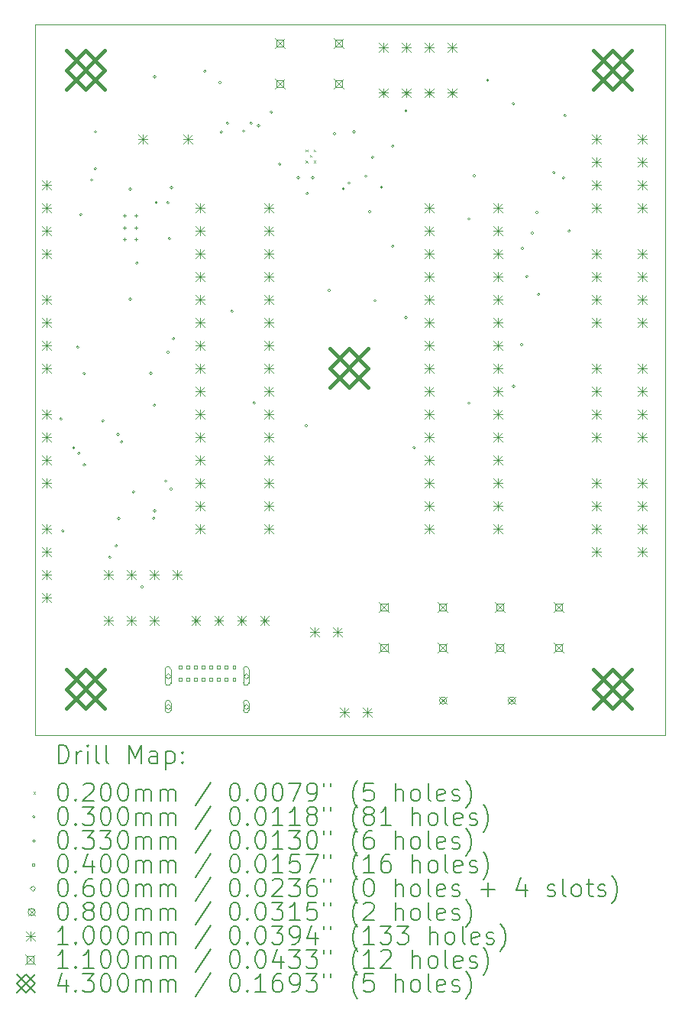
<source format=gbr>
%TF.GenerationSoftware,KiCad,Pcbnew,8.0.7*%
%TF.CreationDate,2025-01-26T00:41:21-05:00*%
%TF.ProjectId,shadow,73686164-6f77-42e6-9b69-6361645f7063,rev?*%
%TF.SameCoordinates,Original*%
%TF.FileFunction,Drillmap*%
%TF.FilePolarity,Positive*%
%FSLAX45Y45*%
G04 Gerber Fmt 4.5, Leading zero omitted, Abs format (unit mm)*
G04 Created by KiCad (PCBNEW 8.0.7) date 2025-01-26 00:41:21*
%MOMM*%
%LPD*%
G01*
G04 APERTURE LIST*
%ADD10C,0.050000*%
%ADD11C,0.200000*%
%ADD12C,0.100000*%
%ADD13C,0.110000*%
%ADD14C,0.430000*%
G04 APERTURE END LIST*
D10*
X9476700Y-4826000D02*
X16461700Y-4826000D01*
X16461700Y-12700000D01*
X9476700Y-12700000D01*
X9476700Y-4826000D01*
D11*
D12*
X12473000Y-6216500D02*
X12493000Y-6236500D01*
X12493000Y-6216500D02*
X12473000Y-6236500D01*
X12473000Y-6336500D02*
X12493000Y-6356500D01*
X12493000Y-6336500D02*
X12473000Y-6356500D01*
X12518000Y-6276500D02*
X12538000Y-6296500D01*
X12538000Y-6276500D02*
X12518000Y-6296500D01*
X12563000Y-6216500D02*
X12583000Y-6236500D01*
X12583000Y-6216500D02*
X12563000Y-6236500D01*
X12563000Y-6336500D02*
X12583000Y-6356500D01*
X12583000Y-6336500D02*
X12563000Y-6356500D01*
X9774040Y-9198710D02*
G75*
G02*
X9744040Y-9198710I-15000J0D01*
G01*
X9744040Y-9198710D02*
G75*
G02*
X9774040Y-9198710I15000J0D01*
G01*
X9794130Y-10439400D02*
G75*
G02*
X9764130Y-10439400I-15000J0D01*
G01*
X9764130Y-10439400D02*
G75*
G02*
X9794130Y-10439400I15000J0D01*
G01*
X9915590Y-9517310D02*
G75*
G02*
X9885590Y-9517310I-15000J0D01*
G01*
X9885590Y-9517310D02*
G75*
G02*
X9915590Y-9517310I15000J0D01*
G01*
X9961880Y-8402640D02*
G75*
G02*
X9931880Y-8402640I-15000J0D01*
G01*
X9931880Y-8402640D02*
G75*
G02*
X9961880Y-8402640I15000J0D01*
G01*
X9972120Y-9579820D02*
G75*
G02*
X9942120Y-9579820I-15000J0D01*
G01*
X9942120Y-9579820D02*
G75*
G02*
X9972120Y-9579820I15000J0D01*
G01*
X9994810Y-6934970D02*
G75*
G02*
X9964810Y-6934970I-15000J0D01*
G01*
X9964810Y-6934970D02*
G75*
G02*
X9994810Y-6934970I15000J0D01*
G01*
X10033340Y-8695500D02*
G75*
G02*
X10003340Y-8695500I-15000J0D01*
G01*
X10003340Y-8695500D02*
G75*
G02*
X10033340Y-8695500I15000J0D01*
G01*
X10033340Y-9708160D02*
G75*
G02*
X10003340Y-9708160I-15000J0D01*
G01*
X10003340Y-9708160D02*
G75*
G02*
X10033340Y-9708160I15000J0D01*
G01*
X10115150Y-6551740D02*
G75*
G02*
X10085150Y-6551740I-15000J0D01*
G01*
X10085150Y-6551740D02*
G75*
G02*
X10115150Y-6551740I15000J0D01*
G01*
X10156740Y-6016790D02*
G75*
G02*
X10126740Y-6016790I-15000J0D01*
G01*
X10126740Y-6016790D02*
G75*
G02*
X10156740Y-6016790I15000J0D01*
G01*
X10156740Y-6426070D02*
G75*
G02*
X10126740Y-6426070I-15000J0D01*
G01*
X10126740Y-6426070D02*
G75*
G02*
X10156740Y-6426070I15000J0D01*
G01*
X10239270Y-9220700D02*
G75*
G02*
X10209270Y-9220700I-15000J0D01*
G01*
X10209270Y-9220700D02*
G75*
G02*
X10239270Y-9220700I15000J0D01*
G01*
X10315140Y-10730890D02*
G75*
G02*
X10285140Y-10730890I-15000J0D01*
G01*
X10285140Y-10730890D02*
G75*
G02*
X10315140Y-10730890I15000J0D01*
G01*
X10386970Y-10605390D02*
G75*
G02*
X10356970Y-10605390I-15000J0D01*
G01*
X10356970Y-10605390D02*
G75*
G02*
X10386970Y-10605390I15000J0D01*
G01*
X10407980Y-9368830D02*
G75*
G02*
X10377980Y-9368830I-15000J0D01*
G01*
X10377980Y-9368830D02*
G75*
G02*
X10407980Y-9368830I15000J0D01*
G01*
X10415480Y-10299700D02*
G75*
G02*
X10385480Y-10299700I-15000J0D01*
G01*
X10385480Y-10299700D02*
G75*
G02*
X10415480Y-10299700I15000J0D01*
G01*
X10447140Y-9453930D02*
G75*
G02*
X10417140Y-9453930I-15000J0D01*
G01*
X10417140Y-9453930D02*
G75*
G02*
X10447140Y-9453930I15000J0D01*
G01*
X10542820Y-6651150D02*
G75*
G02*
X10512820Y-6651150I-15000J0D01*
G01*
X10512820Y-6651150D02*
G75*
G02*
X10542820Y-6651150I15000J0D01*
G01*
X10542820Y-7874000D02*
G75*
G02*
X10512820Y-7874000I-15000J0D01*
G01*
X10512820Y-7874000D02*
G75*
G02*
X10542820Y-7874000I15000J0D01*
G01*
X10578010Y-10007320D02*
G75*
G02*
X10548010Y-10007320I-15000J0D01*
G01*
X10548010Y-10007320D02*
G75*
G02*
X10578010Y-10007320I15000J0D01*
G01*
X10616960Y-7472780D02*
G75*
G02*
X10586960Y-7472780I-15000J0D01*
G01*
X10586960Y-7472780D02*
G75*
G02*
X10616960Y-7472780I15000J0D01*
G01*
X10673660Y-11057760D02*
G75*
G02*
X10643660Y-11057760I-15000J0D01*
G01*
X10643660Y-11057760D02*
G75*
G02*
X10673660Y-11057760I15000J0D01*
G01*
X10772320Y-8694070D02*
G75*
G02*
X10742320Y-8694070I-15000J0D01*
G01*
X10742320Y-8694070D02*
G75*
G02*
X10772320Y-8694070I15000J0D01*
G01*
X10803420Y-10297890D02*
G75*
G02*
X10773420Y-10297890I-15000J0D01*
G01*
X10773420Y-10297890D02*
G75*
G02*
X10803420Y-10297890I15000J0D01*
G01*
X10811770Y-9047360D02*
G75*
G02*
X10781770Y-9047360I-15000J0D01*
G01*
X10781770Y-9047360D02*
G75*
G02*
X10811770Y-9047360I15000J0D01*
G01*
X10811930Y-10217290D02*
G75*
G02*
X10781930Y-10217290I-15000J0D01*
G01*
X10781930Y-10217290D02*
G75*
G02*
X10811930Y-10217290I15000J0D01*
G01*
X10813550Y-5407760D02*
G75*
G02*
X10783550Y-5407760I-15000J0D01*
G01*
X10783550Y-5407760D02*
G75*
G02*
X10813550Y-5407760I15000J0D01*
G01*
X10830320Y-6799760D02*
G75*
G02*
X10800320Y-6799760I-15000J0D01*
G01*
X10800320Y-6799760D02*
G75*
G02*
X10830320Y-6799760I15000J0D01*
G01*
X10936680Y-9886730D02*
G75*
G02*
X10906680Y-9886730I-15000J0D01*
G01*
X10906680Y-9886730D02*
G75*
G02*
X10936680Y-9886730I15000J0D01*
G01*
X10958350Y-6803190D02*
G75*
G02*
X10928350Y-6803190I-15000J0D01*
G01*
X10928350Y-6803190D02*
G75*
G02*
X10958350Y-6803190I15000J0D01*
G01*
X10960730Y-8459080D02*
G75*
G02*
X10930730Y-8459080I-15000J0D01*
G01*
X10930730Y-8459080D02*
G75*
G02*
X10960730Y-8459080I15000J0D01*
G01*
X10975420Y-7201350D02*
G75*
G02*
X10945420Y-7201350I-15000J0D01*
G01*
X10945420Y-7201350D02*
G75*
G02*
X10975420Y-7201350I15000J0D01*
G01*
X10996850Y-9976770D02*
G75*
G02*
X10966850Y-9976770I-15000J0D01*
G01*
X10966850Y-9976770D02*
G75*
G02*
X10996850Y-9976770I15000J0D01*
G01*
X10999730Y-6636000D02*
G75*
G02*
X10969730Y-6636000I-15000J0D01*
G01*
X10969730Y-6636000D02*
G75*
G02*
X10999730Y-6636000I15000J0D01*
G01*
X11022440Y-8311320D02*
G75*
G02*
X10992440Y-8311320I-15000J0D01*
G01*
X10992440Y-8311320D02*
G75*
G02*
X11022440Y-8311320I15000J0D01*
G01*
X11370430Y-5347590D02*
G75*
G02*
X11340430Y-5347590I-15000J0D01*
G01*
X11340430Y-5347590D02*
G75*
G02*
X11370430Y-5347590I15000J0D01*
G01*
X11536700Y-5472860D02*
G75*
G02*
X11506700Y-5472860I-15000J0D01*
G01*
X11506700Y-5472860D02*
G75*
G02*
X11536700Y-5472860I15000J0D01*
G01*
X11551070Y-6020640D02*
G75*
G02*
X11521070Y-6020640I-15000J0D01*
G01*
X11521070Y-6020640D02*
G75*
G02*
X11551070Y-6020640I15000J0D01*
G01*
X11619400Y-5922340D02*
G75*
G02*
X11589400Y-5922340I-15000J0D01*
G01*
X11589400Y-5922340D02*
G75*
G02*
X11619400Y-5922340I15000J0D01*
G01*
X11670800Y-8004000D02*
G75*
G02*
X11640800Y-8004000I-15000J0D01*
G01*
X11640800Y-8004000D02*
G75*
G02*
X11670800Y-8004000I15000J0D01*
G01*
X11798780Y-6008890D02*
G75*
G02*
X11768780Y-6008890I-15000J0D01*
G01*
X11768780Y-6008890D02*
G75*
G02*
X11798780Y-6008890I15000J0D01*
G01*
X11882280Y-5922340D02*
G75*
G02*
X11852280Y-5922340I-15000J0D01*
G01*
X11852280Y-5922340D02*
G75*
G02*
X11882280Y-5922340I15000J0D01*
G01*
X11916480Y-9021230D02*
G75*
G02*
X11886480Y-9021230I-15000J0D01*
G01*
X11886480Y-9021230D02*
G75*
G02*
X11916480Y-9021230I15000J0D01*
G01*
X11963710Y-5949710D02*
G75*
G02*
X11933710Y-5949710I-15000J0D01*
G01*
X11933710Y-5949710D02*
G75*
G02*
X11963710Y-5949710I15000J0D01*
G01*
X12106160Y-5798130D02*
G75*
G02*
X12076160Y-5798130I-15000J0D01*
G01*
X12076160Y-5798130D02*
G75*
G02*
X12106160Y-5798130I15000J0D01*
G01*
X12200290Y-6375400D02*
G75*
G02*
X12170290Y-6375400I-15000J0D01*
G01*
X12170290Y-6375400D02*
G75*
G02*
X12200290Y-6375400I15000J0D01*
G01*
X12405690Y-6525450D02*
G75*
G02*
X12375690Y-6525450I-15000J0D01*
G01*
X12375690Y-6525450D02*
G75*
G02*
X12405690Y-6525450I15000J0D01*
G01*
X12494520Y-9271000D02*
G75*
G02*
X12464520Y-9271000I-15000J0D01*
G01*
X12464520Y-9271000D02*
G75*
G02*
X12494520Y-9271000I15000J0D01*
G01*
X12504810Y-6700440D02*
G75*
G02*
X12474810Y-6700440I-15000J0D01*
G01*
X12474810Y-6700440D02*
G75*
G02*
X12504810Y-6700440I15000J0D01*
G01*
X12566990Y-6525720D02*
G75*
G02*
X12536990Y-6525720I-15000J0D01*
G01*
X12536990Y-6525720D02*
G75*
G02*
X12566990Y-6525720I15000J0D01*
G01*
X12747990Y-7773030D02*
G75*
G02*
X12717990Y-7773030I-15000J0D01*
G01*
X12717990Y-7773030D02*
G75*
G02*
X12747990Y-7773030I15000J0D01*
G01*
X12809230Y-6038340D02*
G75*
G02*
X12779230Y-6038340I-15000J0D01*
G01*
X12779230Y-6038340D02*
G75*
G02*
X12809230Y-6038340I15000J0D01*
G01*
X12903340Y-6648120D02*
G75*
G02*
X12873340Y-6648120I-15000J0D01*
G01*
X12873340Y-6648120D02*
G75*
G02*
X12903340Y-6648120I15000J0D01*
G01*
X12969000Y-6586080D02*
G75*
G02*
X12939000Y-6586080I-15000J0D01*
G01*
X12939000Y-6586080D02*
G75*
G02*
X12969000Y-6586080I15000J0D01*
G01*
X13023800Y-6017060D02*
G75*
G02*
X12993800Y-6017060I-15000J0D01*
G01*
X12993800Y-6017060D02*
G75*
G02*
X13023800Y-6017060I15000J0D01*
G01*
X13155340Y-6508520D02*
G75*
G02*
X13125340Y-6508520I-15000J0D01*
G01*
X13125340Y-6508520D02*
G75*
G02*
X13155340Y-6508520I15000J0D01*
G01*
X13195520Y-6901650D02*
G75*
G02*
X13165520Y-6901650I-15000J0D01*
G01*
X13165520Y-6901650D02*
G75*
G02*
X13195520Y-6901650I15000J0D01*
G01*
X13229080Y-6299200D02*
G75*
G02*
X13199080Y-6299200I-15000J0D01*
G01*
X13199080Y-6299200D02*
G75*
G02*
X13229080Y-6299200I15000J0D01*
G01*
X13255690Y-7889440D02*
G75*
G02*
X13225690Y-7889440I-15000J0D01*
G01*
X13225690Y-7889440D02*
G75*
G02*
X13255690Y-7889440I15000J0D01*
G01*
X13327930Y-6632800D02*
G75*
G02*
X13297930Y-6632800I-15000J0D01*
G01*
X13297930Y-6632800D02*
G75*
G02*
X13327930Y-6632800I15000J0D01*
G01*
X13453200Y-6177480D02*
G75*
G02*
X13423200Y-6177480I-15000J0D01*
G01*
X13423200Y-6177480D02*
G75*
G02*
X13453200Y-6177480I15000J0D01*
G01*
X13453200Y-7287340D02*
G75*
G02*
X13423200Y-7287340I-15000J0D01*
G01*
X13423200Y-7287340D02*
G75*
G02*
X13453200Y-7287340I15000J0D01*
G01*
X13598320Y-5785660D02*
G75*
G02*
X13568320Y-5785660I-15000J0D01*
G01*
X13568320Y-5785660D02*
G75*
G02*
X13598320Y-5785660I15000J0D01*
G01*
X13598320Y-8074510D02*
G75*
G02*
X13568320Y-8074510I-15000J0D01*
G01*
X13568320Y-8074510D02*
G75*
G02*
X13598320Y-8074510I15000J0D01*
G01*
X13690660Y-9517310D02*
G75*
G02*
X13660660Y-9517310I-15000J0D01*
G01*
X13660660Y-9517310D02*
G75*
G02*
X13690660Y-9517310I15000J0D01*
G01*
X14297720Y-6984500D02*
G75*
G02*
X14267720Y-6984500I-15000J0D01*
G01*
X14267720Y-6984500D02*
G75*
G02*
X14297720Y-6984500I15000J0D01*
G01*
X14297720Y-9021530D02*
G75*
G02*
X14267720Y-9021530I-15000J0D01*
G01*
X14267720Y-9021530D02*
G75*
G02*
X14297720Y-9021530I15000J0D01*
G01*
X14356830Y-6502400D02*
G75*
G02*
X14326830Y-6502400I-15000J0D01*
G01*
X14326830Y-6502400D02*
G75*
G02*
X14356830Y-6502400I15000J0D01*
G01*
X14505860Y-5445500D02*
G75*
G02*
X14475860Y-5445500I-15000J0D01*
G01*
X14475860Y-5445500D02*
G75*
G02*
X14505860Y-5445500I15000J0D01*
G01*
X14792310Y-5706000D02*
G75*
G02*
X14762310Y-5706000I-15000J0D01*
G01*
X14762310Y-5706000D02*
G75*
G02*
X14792310Y-5706000I15000J0D01*
G01*
X14793860Y-8837210D02*
G75*
G02*
X14763860Y-8837210I-15000J0D01*
G01*
X14763860Y-8837210D02*
G75*
G02*
X14793860Y-8837210I15000J0D01*
G01*
X14881640Y-8376890D02*
G75*
G02*
X14851640Y-8376890I-15000J0D01*
G01*
X14851640Y-8376890D02*
G75*
G02*
X14881640Y-8376890I15000J0D01*
G01*
X14891410Y-7308520D02*
G75*
G02*
X14861410Y-7308520I-15000J0D01*
G01*
X14861410Y-7308520D02*
G75*
G02*
X14891410Y-7308520I15000J0D01*
G01*
X14939310Y-7620000D02*
G75*
G02*
X14909310Y-7620000I-15000J0D01*
G01*
X14909310Y-7620000D02*
G75*
G02*
X14939310Y-7620000I15000J0D01*
G01*
X14999480Y-7138390D02*
G75*
G02*
X14969480Y-7138390I-15000J0D01*
G01*
X14969480Y-7138390D02*
G75*
G02*
X14999480Y-7138390I15000J0D01*
G01*
X15052610Y-6910440D02*
G75*
G02*
X15022610Y-6910440I-15000J0D01*
G01*
X15022610Y-6910440D02*
G75*
G02*
X15052610Y-6910440I15000J0D01*
G01*
X15070050Y-7818610D02*
G75*
G02*
X15040050Y-7818610I-15000J0D01*
G01*
X15040050Y-7818610D02*
G75*
G02*
X15070050Y-7818610I15000J0D01*
G01*
X15238950Y-6466940D02*
G75*
G02*
X15208950Y-6466940I-15000J0D01*
G01*
X15208950Y-6466940D02*
G75*
G02*
X15238950Y-6466940I15000J0D01*
G01*
X15344870Y-6527700D02*
G75*
G02*
X15314870Y-6527700I-15000J0D01*
G01*
X15314870Y-6527700D02*
G75*
G02*
X15344870Y-6527700I15000J0D01*
G01*
X15363450Y-5838430D02*
G75*
G02*
X15333450Y-5838430I-15000J0D01*
G01*
X15333450Y-5838430D02*
G75*
G02*
X15363450Y-5838430I15000J0D01*
G01*
X15408870Y-7114430D02*
G75*
G02*
X15378870Y-7114430I-15000J0D01*
G01*
X15378870Y-7114430D02*
G75*
G02*
X15408870Y-7114430I15000J0D01*
G01*
X10462820Y-6929940D02*
X10462820Y-6962940D01*
X10446320Y-6946440D02*
X10479320Y-6946440D01*
X10462820Y-7059940D02*
X10462820Y-7092940D01*
X10446320Y-7076440D02*
X10479320Y-7076440D01*
X10462820Y-7189940D02*
X10462820Y-7222940D01*
X10446320Y-7206440D02*
X10479320Y-7206440D01*
X10592820Y-6929940D02*
X10592820Y-6962940D01*
X10576320Y-6946440D02*
X10609320Y-6946440D01*
X10592820Y-7059940D02*
X10592820Y-7092940D01*
X10576320Y-7076440D02*
X10609320Y-7076440D01*
X10592820Y-7189940D02*
X10592820Y-7222940D01*
X10576320Y-7206440D02*
X10609320Y-7206440D01*
X11095842Y-11963662D02*
X11095842Y-11935378D01*
X11067558Y-11935378D01*
X11067558Y-11963662D01*
X11095842Y-11963662D01*
X11095842Y-12098662D02*
X11095842Y-12070378D01*
X11067558Y-12070378D01*
X11067558Y-12098662D01*
X11095842Y-12098662D01*
X11180842Y-11963662D02*
X11180842Y-11935378D01*
X11152558Y-11935378D01*
X11152558Y-11963662D01*
X11180842Y-11963662D01*
X11180842Y-12098662D02*
X11180842Y-12070378D01*
X11152558Y-12070378D01*
X11152558Y-12098662D01*
X11180842Y-12098662D01*
X11265842Y-11963662D02*
X11265842Y-11935378D01*
X11237558Y-11935378D01*
X11237558Y-11963662D01*
X11265842Y-11963662D01*
X11265842Y-12098662D02*
X11265842Y-12070378D01*
X11237558Y-12070378D01*
X11237558Y-12098662D01*
X11265842Y-12098662D01*
X11350842Y-11963662D02*
X11350842Y-11935378D01*
X11322558Y-11935378D01*
X11322558Y-11963662D01*
X11350842Y-11963662D01*
X11350842Y-12098662D02*
X11350842Y-12070378D01*
X11322558Y-12070378D01*
X11322558Y-12098662D01*
X11350842Y-12098662D01*
X11435842Y-11963662D02*
X11435842Y-11935378D01*
X11407558Y-11935378D01*
X11407558Y-11963662D01*
X11435842Y-11963662D01*
X11435842Y-12098662D02*
X11435842Y-12070378D01*
X11407558Y-12070378D01*
X11407558Y-12098662D01*
X11435842Y-12098662D01*
X11520842Y-11963662D02*
X11520842Y-11935378D01*
X11492558Y-11935378D01*
X11492558Y-11963662D01*
X11520842Y-11963662D01*
X11520842Y-12098662D02*
X11520842Y-12070378D01*
X11492558Y-12070378D01*
X11492558Y-12098662D01*
X11520842Y-12098662D01*
X11605842Y-11963662D02*
X11605842Y-11935378D01*
X11577558Y-11935378D01*
X11577558Y-11963662D01*
X11605842Y-11963662D01*
X11605842Y-12098662D02*
X11605842Y-12070378D01*
X11577558Y-12070378D01*
X11577558Y-12098662D01*
X11605842Y-12098662D01*
X11690842Y-11963662D02*
X11690842Y-11935378D01*
X11662558Y-11935378D01*
X11662558Y-11963662D01*
X11690842Y-11963662D01*
X11690842Y-12098662D02*
X11690842Y-12070378D01*
X11662558Y-12070378D01*
X11662558Y-12098662D01*
X11690842Y-12098662D01*
X10946700Y-12077520D02*
X10976700Y-12047520D01*
X10946700Y-12017520D01*
X10916700Y-12047520D01*
X10946700Y-12077520D01*
X10916700Y-11972520D02*
X10916700Y-12122520D01*
X10976700Y-12122520D02*
G75*
G02*
X10916700Y-12122520I-30000J0D01*
G01*
X10976700Y-12122520D02*
X10976700Y-11972520D01*
X10976700Y-11972520D02*
G75*
G03*
X10916700Y-11972520I-30000J0D01*
G01*
X10946700Y-12415520D02*
X10976700Y-12385520D01*
X10946700Y-12355520D01*
X10916700Y-12385520D01*
X10946700Y-12415520D01*
X10916700Y-12345520D02*
X10916700Y-12425520D01*
X10976700Y-12425520D02*
G75*
G02*
X10916700Y-12425520I-30000J0D01*
G01*
X10976700Y-12425520D02*
X10976700Y-12345520D01*
X10976700Y-12345520D02*
G75*
G03*
X10916700Y-12345520I-30000J0D01*
G01*
X11811700Y-12077520D02*
X11841700Y-12047520D01*
X11811700Y-12017520D01*
X11781700Y-12047520D01*
X11811700Y-12077520D01*
X11781700Y-11972520D02*
X11781700Y-12122520D01*
X11841700Y-12122520D02*
G75*
G02*
X11781700Y-12122520I-30000J0D01*
G01*
X11841700Y-12122520D02*
X11841700Y-11972520D01*
X11841700Y-11972520D02*
G75*
G03*
X11781700Y-11972520I-30000J0D01*
G01*
X11811700Y-12415520D02*
X11841700Y-12385520D01*
X11811700Y-12355520D01*
X11781700Y-12385520D01*
X11811700Y-12415520D01*
X11781700Y-12345520D02*
X11781700Y-12425520D01*
X11841700Y-12425520D02*
G75*
G02*
X11781700Y-12425520I-30000J0D01*
G01*
X11841700Y-12425520D02*
X11841700Y-12345520D01*
X11841700Y-12345520D02*
G75*
G03*
X11781700Y-12345520I-30000J0D01*
G01*
X13955400Y-12279000D02*
X14035400Y-12359000D01*
X14035400Y-12279000D02*
X13955400Y-12359000D01*
X14035400Y-12319000D02*
G75*
G02*
X13955400Y-12319000I-40000J0D01*
G01*
X13955400Y-12319000D02*
G75*
G02*
X14035400Y-12319000I40000J0D01*
G01*
X14717400Y-12279000D02*
X14797400Y-12359000D01*
X14797400Y-12279000D02*
X14717400Y-12359000D01*
X14797400Y-12319000D02*
G75*
G02*
X14717400Y-12319000I-40000J0D01*
G01*
X14717400Y-12319000D02*
G75*
G02*
X14797400Y-12319000I40000J0D01*
G01*
X9553700Y-6554000D02*
X9653700Y-6654000D01*
X9653700Y-6554000D02*
X9553700Y-6654000D01*
X9603700Y-6554000D02*
X9603700Y-6654000D01*
X9553700Y-6604000D02*
X9653700Y-6604000D01*
X9553700Y-6808000D02*
X9653700Y-6908000D01*
X9653700Y-6808000D02*
X9553700Y-6908000D01*
X9603700Y-6808000D02*
X9603700Y-6908000D01*
X9553700Y-6858000D02*
X9653700Y-6858000D01*
X9553700Y-7062000D02*
X9653700Y-7162000D01*
X9653700Y-7062000D02*
X9553700Y-7162000D01*
X9603700Y-7062000D02*
X9603700Y-7162000D01*
X9553700Y-7112000D02*
X9653700Y-7112000D01*
X9553700Y-7316000D02*
X9653700Y-7416000D01*
X9653700Y-7316000D02*
X9553700Y-7416000D01*
X9603700Y-7316000D02*
X9603700Y-7416000D01*
X9553700Y-7366000D02*
X9653700Y-7366000D01*
X9553700Y-7824000D02*
X9653700Y-7924000D01*
X9653700Y-7824000D02*
X9553700Y-7924000D01*
X9603700Y-7824000D02*
X9603700Y-7924000D01*
X9553700Y-7874000D02*
X9653700Y-7874000D01*
X9553700Y-8078000D02*
X9653700Y-8178000D01*
X9653700Y-8078000D02*
X9553700Y-8178000D01*
X9603700Y-8078000D02*
X9603700Y-8178000D01*
X9553700Y-8128000D02*
X9653700Y-8128000D01*
X9553700Y-8332000D02*
X9653700Y-8432000D01*
X9653700Y-8332000D02*
X9553700Y-8432000D01*
X9603700Y-8332000D02*
X9603700Y-8432000D01*
X9553700Y-8382000D02*
X9653700Y-8382000D01*
X9553700Y-8586000D02*
X9653700Y-8686000D01*
X9653700Y-8586000D02*
X9553700Y-8686000D01*
X9603700Y-8586000D02*
X9603700Y-8686000D01*
X9553700Y-8636000D02*
X9653700Y-8636000D01*
X9553700Y-9094000D02*
X9653700Y-9194000D01*
X9653700Y-9094000D02*
X9553700Y-9194000D01*
X9603700Y-9094000D02*
X9603700Y-9194000D01*
X9553700Y-9144000D02*
X9653700Y-9144000D01*
X9553700Y-9348000D02*
X9653700Y-9448000D01*
X9653700Y-9348000D02*
X9553700Y-9448000D01*
X9603700Y-9348000D02*
X9603700Y-9448000D01*
X9553700Y-9398000D02*
X9653700Y-9398000D01*
X9553700Y-9602000D02*
X9653700Y-9702000D01*
X9653700Y-9602000D02*
X9553700Y-9702000D01*
X9603700Y-9602000D02*
X9603700Y-9702000D01*
X9553700Y-9652000D02*
X9653700Y-9652000D01*
X9553700Y-9856000D02*
X9653700Y-9956000D01*
X9653700Y-9856000D02*
X9553700Y-9956000D01*
X9603700Y-9856000D02*
X9603700Y-9956000D01*
X9553700Y-9906000D02*
X9653700Y-9906000D01*
X9553700Y-10364000D02*
X9653700Y-10464000D01*
X9653700Y-10364000D02*
X9553700Y-10464000D01*
X9603700Y-10364000D02*
X9603700Y-10464000D01*
X9553700Y-10414000D02*
X9653700Y-10414000D01*
X9553700Y-10618000D02*
X9653700Y-10718000D01*
X9653700Y-10618000D02*
X9553700Y-10718000D01*
X9603700Y-10618000D02*
X9603700Y-10718000D01*
X9553700Y-10668000D02*
X9653700Y-10668000D01*
X9553700Y-10872000D02*
X9653700Y-10972000D01*
X9653700Y-10872000D02*
X9553700Y-10972000D01*
X9603700Y-10872000D02*
X9603700Y-10972000D01*
X9553700Y-10922000D02*
X9653700Y-10922000D01*
X9553700Y-11126000D02*
X9653700Y-11226000D01*
X9653700Y-11126000D02*
X9553700Y-11226000D01*
X9603700Y-11126000D02*
X9603700Y-11226000D01*
X9553700Y-11176000D02*
X9653700Y-11176000D01*
X10237000Y-10872000D02*
X10337000Y-10972000D01*
X10337000Y-10872000D02*
X10237000Y-10972000D01*
X10287000Y-10872000D02*
X10287000Y-10972000D01*
X10237000Y-10922000D02*
X10337000Y-10922000D01*
X10237000Y-11380000D02*
X10337000Y-11480000D01*
X10337000Y-11380000D02*
X10237000Y-11480000D01*
X10287000Y-11380000D02*
X10287000Y-11480000D01*
X10237000Y-11430000D02*
X10337000Y-11430000D01*
X10491000Y-10872000D02*
X10591000Y-10972000D01*
X10591000Y-10872000D02*
X10491000Y-10972000D01*
X10541000Y-10872000D02*
X10541000Y-10972000D01*
X10491000Y-10922000D02*
X10591000Y-10922000D01*
X10491000Y-11380000D02*
X10591000Y-11480000D01*
X10591000Y-11380000D02*
X10491000Y-11480000D01*
X10541000Y-11380000D02*
X10541000Y-11480000D01*
X10491000Y-11430000D02*
X10591000Y-11430000D01*
X10618380Y-6048540D02*
X10718380Y-6148540D01*
X10718380Y-6048540D02*
X10618380Y-6148540D01*
X10668380Y-6048540D02*
X10668380Y-6148540D01*
X10618380Y-6098540D02*
X10718380Y-6098540D01*
X10745000Y-10872000D02*
X10845000Y-10972000D01*
X10845000Y-10872000D02*
X10745000Y-10972000D01*
X10795000Y-10872000D02*
X10795000Y-10972000D01*
X10745000Y-10922000D02*
X10845000Y-10922000D01*
X10745000Y-11380000D02*
X10845000Y-11480000D01*
X10845000Y-11380000D02*
X10745000Y-11480000D01*
X10795000Y-11380000D02*
X10795000Y-11480000D01*
X10745000Y-11430000D02*
X10845000Y-11430000D01*
X10999000Y-10872000D02*
X11099000Y-10972000D01*
X11099000Y-10872000D02*
X10999000Y-10972000D01*
X11049000Y-10872000D02*
X11049000Y-10972000D01*
X10999000Y-10922000D02*
X11099000Y-10922000D01*
X11118380Y-6048540D02*
X11218380Y-6148540D01*
X11218380Y-6048540D02*
X11118380Y-6148540D01*
X11168380Y-6048540D02*
X11168380Y-6148540D01*
X11118380Y-6098540D02*
X11218380Y-6098540D01*
X11205700Y-11380000D02*
X11305700Y-11480000D01*
X11305700Y-11380000D02*
X11205700Y-11480000D01*
X11255700Y-11380000D02*
X11255700Y-11480000D01*
X11205700Y-11430000D02*
X11305700Y-11430000D01*
X11253000Y-6808000D02*
X11353000Y-6908000D01*
X11353000Y-6808000D02*
X11253000Y-6908000D01*
X11303000Y-6808000D02*
X11303000Y-6908000D01*
X11253000Y-6858000D02*
X11353000Y-6858000D01*
X11253000Y-7062000D02*
X11353000Y-7162000D01*
X11353000Y-7062000D02*
X11253000Y-7162000D01*
X11303000Y-7062000D02*
X11303000Y-7162000D01*
X11253000Y-7112000D02*
X11353000Y-7112000D01*
X11253000Y-7316000D02*
X11353000Y-7416000D01*
X11353000Y-7316000D02*
X11253000Y-7416000D01*
X11303000Y-7316000D02*
X11303000Y-7416000D01*
X11253000Y-7366000D02*
X11353000Y-7366000D01*
X11253000Y-7570000D02*
X11353000Y-7670000D01*
X11353000Y-7570000D02*
X11253000Y-7670000D01*
X11303000Y-7570000D02*
X11303000Y-7670000D01*
X11253000Y-7620000D02*
X11353000Y-7620000D01*
X11253000Y-7824000D02*
X11353000Y-7924000D01*
X11353000Y-7824000D02*
X11253000Y-7924000D01*
X11303000Y-7824000D02*
X11303000Y-7924000D01*
X11253000Y-7874000D02*
X11353000Y-7874000D01*
X11253000Y-8078000D02*
X11353000Y-8178000D01*
X11353000Y-8078000D02*
X11253000Y-8178000D01*
X11303000Y-8078000D02*
X11303000Y-8178000D01*
X11253000Y-8128000D02*
X11353000Y-8128000D01*
X11253000Y-8332000D02*
X11353000Y-8432000D01*
X11353000Y-8332000D02*
X11253000Y-8432000D01*
X11303000Y-8332000D02*
X11303000Y-8432000D01*
X11253000Y-8382000D02*
X11353000Y-8382000D01*
X11253000Y-8586000D02*
X11353000Y-8686000D01*
X11353000Y-8586000D02*
X11253000Y-8686000D01*
X11303000Y-8586000D02*
X11303000Y-8686000D01*
X11253000Y-8636000D02*
X11353000Y-8636000D01*
X11253000Y-8840000D02*
X11353000Y-8940000D01*
X11353000Y-8840000D02*
X11253000Y-8940000D01*
X11303000Y-8840000D02*
X11303000Y-8940000D01*
X11253000Y-8890000D02*
X11353000Y-8890000D01*
X11253000Y-9094000D02*
X11353000Y-9194000D01*
X11353000Y-9094000D02*
X11253000Y-9194000D01*
X11303000Y-9094000D02*
X11303000Y-9194000D01*
X11253000Y-9144000D02*
X11353000Y-9144000D01*
X11253000Y-9348000D02*
X11353000Y-9448000D01*
X11353000Y-9348000D02*
X11253000Y-9448000D01*
X11303000Y-9348000D02*
X11303000Y-9448000D01*
X11253000Y-9398000D02*
X11353000Y-9398000D01*
X11253000Y-9602000D02*
X11353000Y-9702000D01*
X11353000Y-9602000D02*
X11253000Y-9702000D01*
X11303000Y-9602000D02*
X11303000Y-9702000D01*
X11253000Y-9652000D02*
X11353000Y-9652000D01*
X11253000Y-9856000D02*
X11353000Y-9956000D01*
X11353000Y-9856000D02*
X11253000Y-9956000D01*
X11303000Y-9856000D02*
X11303000Y-9956000D01*
X11253000Y-9906000D02*
X11353000Y-9906000D01*
X11253000Y-10110000D02*
X11353000Y-10210000D01*
X11353000Y-10110000D02*
X11253000Y-10210000D01*
X11303000Y-10110000D02*
X11303000Y-10210000D01*
X11253000Y-10160000D02*
X11353000Y-10160000D01*
X11253000Y-10364000D02*
X11353000Y-10464000D01*
X11353000Y-10364000D02*
X11253000Y-10464000D01*
X11303000Y-10364000D02*
X11303000Y-10464000D01*
X11253000Y-10414000D02*
X11353000Y-10414000D01*
X11459700Y-11380000D02*
X11559700Y-11480000D01*
X11559700Y-11380000D02*
X11459700Y-11480000D01*
X11509700Y-11380000D02*
X11509700Y-11480000D01*
X11459700Y-11430000D02*
X11559700Y-11430000D01*
X11713700Y-11380000D02*
X11813700Y-11480000D01*
X11813700Y-11380000D02*
X11713700Y-11480000D01*
X11763700Y-11380000D02*
X11763700Y-11480000D01*
X11713700Y-11430000D02*
X11813700Y-11430000D01*
X11967700Y-11380000D02*
X12067700Y-11480000D01*
X12067700Y-11380000D02*
X11967700Y-11480000D01*
X12017700Y-11380000D02*
X12017700Y-11480000D01*
X11967700Y-11430000D02*
X12067700Y-11430000D01*
X12015000Y-6811000D02*
X12115000Y-6911000D01*
X12115000Y-6811000D02*
X12015000Y-6911000D01*
X12065000Y-6811000D02*
X12065000Y-6911000D01*
X12015000Y-6861000D02*
X12115000Y-6861000D01*
X12015000Y-7065000D02*
X12115000Y-7165000D01*
X12115000Y-7065000D02*
X12015000Y-7165000D01*
X12065000Y-7065000D02*
X12065000Y-7165000D01*
X12015000Y-7115000D02*
X12115000Y-7115000D01*
X12015000Y-7319000D02*
X12115000Y-7419000D01*
X12115000Y-7319000D02*
X12015000Y-7419000D01*
X12065000Y-7319000D02*
X12065000Y-7419000D01*
X12015000Y-7369000D02*
X12115000Y-7369000D01*
X12015000Y-7573000D02*
X12115000Y-7673000D01*
X12115000Y-7573000D02*
X12015000Y-7673000D01*
X12065000Y-7573000D02*
X12065000Y-7673000D01*
X12015000Y-7623000D02*
X12115000Y-7623000D01*
X12015000Y-7827000D02*
X12115000Y-7927000D01*
X12115000Y-7827000D02*
X12015000Y-7927000D01*
X12065000Y-7827000D02*
X12065000Y-7927000D01*
X12015000Y-7877000D02*
X12115000Y-7877000D01*
X12015000Y-8081000D02*
X12115000Y-8181000D01*
X12115000Y-8081000D02*
X12015000Y-8181000D01*
X12065000Y-8081000D02*
X12065000Y-8181000D01*
X12015000Y-8131000D02*
X12115000Y-8131000D01*
X12015000Y-8335000D02*
X12115000Y-8435000D01*
X12115000Y-8335000D02*
X12015000Y-8435000D01*
X12065000Y-8335000D02*
X12065000Y-8435000D01*
X12015000Y-8385000D02*
X12115000Y-8385000D01*
X12015000Y-8589000D02*
X12115000Y-8689000D01*
X12115000Y-8589000D02*
X12015000Y-8689000D01*
X12065000Y-8589000D02*
X12065000Y-8689000D01*
X12015000Y-8639000D02*
X12115000Y-8639000D01*
X12015000Y-8843000D02*
X12115000Y-8943000D01*
X12115000Y-8843000D02*
X12015000Y-8943000D01*
X12065000Y-8843000D02*
X12065000Y-8943000D01*
X12015000Y-8893000D02*
X12115000Y-8893000D01*
X12015000Y-9097000D02*
X12115000Y-9197000D01*
X12115000Y-9097000D02*
X12015000Y-9197000D01*
X12065000Y-9097000D02*
X12065000Y-9197000D01*
X12015000Y-9147000D02*
X12115000Y-9147000D01*
X12015000Y-9351000D02*
X12115000Y-9451000D01*
X12115000Y-9351000D02*
X12015000Y-9451000D01*
X12065000Y-9351000D02*
X12065000Y-9451000D01*
X12015000Y-9401000D02*
X12115000Y-9401000D01*
X12015000Y-9605000D02*
X12115000Y-9705000D01*
X12115000Y-9605000D02*
X12015000Y-9705000D01*
X12065000Y-9605000D02*
X12065000Y-9705000D01*
X12015000Y-9655000D02*
X12115000Y-9655000D01*
X12015000Y-9859000D02*
X12115000Y-9959000D01*
X12115000Y-9859000D02*
X12015000Y-9959000D01*
X12065000Y-9859000D02*
X12065000Y-9959000D01*
X12015000Y-9909000D02*
X12115000Y-9909000D01*
X12015000Y-10113000D02*
X12115000Y-10213000D01*
X12115000Y-10113000D02*
X12015000Y-10213000D01*
X12065000Y-10113000D02*
X12065000Y-10213000D01*
X12015000Y-10163000D02*
X12115000Y-10163000D01*
X12015000Y-10367000D02*
X12115000Y-10467000D01*
X12115000Y-10367000D02*
X12015000Y-10467000D01*
X12065000Y-10367000D02*
X12065000Y-10467000D01*
X12015000Y-10417000D02*
X12115000Y-10417000D01*
X12523000Y-11507000D02*
X12623000Y-11607000D01*
X12623000Y-11507000D02*
X12523000Y-11607000D01*
X12573000Y-11507000D02*
X12573000Y-11607000D01*
X12523000Y-11557000D02*
X12623000Y-11557000D01*
X12773000Y-11507000D02*
X12873000Y-11607000D01*
X12873000Y-11507000D02*
X12773000Y-11607000D01*
X12823000Y-11507000D02*
X12823000Y-11607000D01*
X12773000Y-11557000D02*
X12873000Y-11557000D01*
X12855700Y-12396000D02*
X12955700Y-12496000D01*
X12955700Y-12396000D02*
X12855700Y-12496000D01*
X12905700Y-12396000D02*
X12905700Y-12496000D01*
X12855700Y-12446000D02*
X12955700Y-12446000D01*
X13109700Y-12396000D02*
X13209700Y-12496000D01*
X13209700Y-12396000D02*
X13109700Y-12496000D01*
X13159700Y-12396000D02*
X13159700Y-12496000D01*
X13109700Y-12446000D02*
X13209700Y-12446000D01*
X13285000Y-5030000D02*
X13385000Y-5130000D01*
X13385000Y-5030000D02*
X13285000Y-5130000D01*
X13335000Y-5030000D02*
X13335000Y-5130000D01*
X13285000Y-5080000D02*
X13385000Y-5080000D01*
X13285000Y-5535500D02*
X13385000Y-5635500D01*
X13385000Y-5535500D02*
X13285000Y-5635500D01*
X13335000Y-5535500D02*
X13335000Y-5635500D01*
X13285000Y-5585500D02*
X13385000Y-5585500D01*
X13539000Y-5030000D02*
X13639000Y-5130000D01*
X13639000Y-5030000D02*
X13539000Y-5130000D01*
X13589000Y-5030000D02*
X13589000Y-5130000D01*
X13539000Y-5080000D02*
X13639000Y-5080000D01*
X13539000Y-5535500D02*
X13639000Y-5635500D01*
X13639000Y-5535500D02*
X13539000Y-5635500D01*
X13589000Y-5535500D02*
X13589000Y-5635500D01*
X13539000Y-5585500D02*
X13639000Y-5585500D01*
X13793000Y-5030000D02*
X13893000Y-5130000D01*
X13893000Y-5030000D02*
X13793000Y-5130000D01*
X13843000Y-5030000D02*
X13843000Y-5130000D01*
X13793000Y-5080000D02*
X13893000Y-5080000D01*
X13793000Y-5535500D02*
X13893000Y-5635500D01*
X13893000Y-5535500D02*
X13793000Y-5635500D01*
X13843000Y-5535500D02*
X13843000Y-5635500D01*
X13793000Y-5585500D02*
X13893000Y-5585500D01*
X13793000Y-6808000D02*
X13893000Y-6908000D01*
X13893000Y-6808000D02*
X13793000Y-6908000D01*
X13843000Y-6808000D02*
X13843000Y-6908000D01*
X13793000Y-6858000D02*
X13893000Y-6858000D01*
X13793000Y-7062000D02*
X13893000Y-7162000D01*
X13893000Y-7062000D02*
X13793000Y-7162000D01*
X13843000Y-7062000D02*
X13843000Y-7162000D01*
X13793000Y-7112000D02*
X13893000Y-7112000D01*
X13793000Y-7316000D02*
X13893000Y-7416000D01*
X13893000Y-7316000D02*
X13793000Y-7416000D01*
X13843000Y-7316000D02*
X13843000Y-7416000D01*
X13793000Y-7366000D02*
X13893000Y-7366000D01*
X13793000Y-7570000D02*
X13893000Y-7670000D01*
X13893000Y-7570000D02*
X13793000Y-7670000D01*
X13843000Y-7570000D02*
X13843000Y-7670000D01*
X13793000Y-7620000D02*
X13893000Y-7620000D01*
X13793000Y-7824000D02*
X13893000Y-7924000D01*
X13893000Y-7824000D02*
X13793000Y-7924000D01*
X13843000Y-7824000D02*
X13843000Y-7924000D01*
X13793000Y-7874000D02*
X13893000Y-7874000D01*
X13793000Y-8078000D02*
X13893000Y-8178000D01*
X13893000Y-8078000D02*
X13793000Y-8178000D01*
X13843000Y-8078000D02*
X13843000Y-8178000D01*
X13793000Y-8128000D02*
X13893000Y-8128000D01*
X13793000Y-8332000D02*
X13893000Y-8432000D01*
X13893000Y-8332000D02*
X13793000Y-8432000D01*
X13843000Y-8332000D02*
X13843000Y-8432000D01*
X13793000Y-8382000D02*
X13893000Y-8382000D01*
X13793000Y-8586000D02*
X13893000Y-8686000D01*
X13893000Y-8586000D02*
X13793000Y-8686000D01*
X13843000Y-8586000D02*
X13843000Y-8686000D01*
X13793000Y-8636000D02*
X13893000Y-8636000D01*
X13793000Y-8840000D02*
X13893000Y-8940000D01*
X13893000Y-8840000D02*
X13793000Y-8940000D01*
X13843000Y-8840000D02*
X13843000Y-8940000D01*
X13793000Y-8890000D02*
X13893000Y-8890000D01*
X13793000Y-9094000D02*
X13893000Y-9194000D01*
X13893000Y-9094000D02*
X13793000Y-9194000D01*
X13843000Y-9094000D02*
X13843000Y-9194000D01*
X13793000Y-9144000D02*
X13893000Y-9144000D01*
X13793000Y-9348000D02*
X13893000Y-9448000D01*
X13893000Y-9348000D02*
X13793000Y-9448000D01*
X13843000Y-9348000D02*
X13843000Y-9448000D01*
X13793000Y-9398000D02*
X13893000Y-9398000D01*
X13793000Y-9602000D02*
X13893000Y-9702000D01*
X13893000Y-9602000D02*
X13793000Y-9702000D01*
X13843000Y-9602000D02*
X13843000Y-9702000D01*
X13793000Y-9652000D02*
X13893000Y-9652000D01*
X13793000Y-9856000D02*
X13893000Y-9956000D01*
X13893000Y-9856000D02*
X13793000Y-9956000D01*
X13843000Y-9856000D02*
X13843000Y-9956000D01*
X13793000Y-9906000D02*
X13893000Y-9906000D01*
X13793000Y-10110000D02*
X13893000Y-10210000D01*
X13893000Y-10110000D02*
X13793000Y-10210000D01*
X13843000Y-10110000D02*
X13843000Y-10210000D01*
X13793000Y-10160000D02*
X13893000Y-10160000D01*
X13793000Y-10364000D02*
X13893000Y-10464000D01*
X13893000Y-10364000D02*
X13793000Y-10464000D01*
X13843000Y-10364000D02*
X13843000Y-10464000D01*
X13793000Y-10414000D02*
X13893000Y-10414000D01*
X14047000Y-5030000D02*
X14147000Y-5130000D01*
X14147000Y-5030000D02*
X14047000Y-5130000D01*
X14097000Y-5030000D02*
X14097000Y-5130000D01*
X14047000Y-5080000D02*
X14147000Y-5080000D01*
X14047000Y-5535500D02*
X14147000Y-5635500D01*
X14147000Y-5535500D02*
X14047000Y-5635500D01*
X14097000Y-5535500D02*
X14097000Y-5635500D01*
X14047000Y-5585500D02*
X14147000Y-5585500D01*
X14555000Y-6808000D02*
X14655000Y-6908000D01*
X14655000Y-6808000D02*
X14555000Y-6908000D01*
X14605000Y-6808000D02*
X14605000Y-6908000D01*
X14555000Y-6858000D02*
X14655000Y-6858000D01*
X14555000Y-7062000D02*
X14655000Y-7162000D01*
X14655000Y-7062000D02*
X14555000Y-7162000D01*
X14605000Y-7062000D02*
X14605000Y-7162000D01*
X14555000Y-7112000D02*
X14655000Y-7112000D01*
X14555000Y-7316000D02*
X14655000Y-7416000D01*
X14655000Y-7316000D02*
X14555000Y-7416000D01*
X14605000Y-7316000D02*
X14605000Y-7416000D01*
X14555000Y-7366000D02*
X14655000Y-7366000D01*
X14555000Y-7570000D02*
X14655000Y-7670000D01*
X14655000Y-7570000D02*
X14555000Y-7670000D01*
X14605000Y-7570000D02*
X14605000Y-7670000D01*
X14555000Y-7620000D02*
X14655000Y-7620000D01*
X14555000Y-7824000D02*
X14655000Y-7924000D01*
X14655000Y-7824000D02*
X14555000Y-7924000D01*
X14605000Y-7824000D02*
X14605000Y-7924000D01*
X14555000Y-7874000D02*
X14655000Y-7874000D01*
X14555000Y-8078000D02*
X14655000Y-8178000D01*
X14655000Y-8078000D02*
X14555000Y-8178000D01*
X14605000Y-8078000D02*
X14605000Y-8178000D01*
X14555000Y-8128000D02*
X14655000Y-8128000D01*
X14555000Y-8332000D02*
X14655000Y-8432000D01*
X14655000Y-8332000D02*
X14555000Y-8432000D01*
X14605000Y-8332000D02*
X14605000Y-8432000D01*
X14555000Y-8382000D02*
X14655000Y-8382000D01*
X14555000Y-8586000D02*
X14655000Y-8686000D01*
X14655000Y-8586000D02*
X14555000Y-8686000D01*
X14605000Y-8586000D02*
X14605000Y-8686000D01*
X14555000Y-8636000D02*
X14655000Y-8636000D01*
X14555000Y-8840000D02*
X14655000Y-8940000D01*
X14655000Y-8840000D02*
X14555000Y-8940000D01*
X14605000Y-8840000D02*
X14605000Y-8940000D01*
X14555000Y-8890000D02*
X14655000Y-8890000D01*
X14555000Y-9094000D02*
X14655000Y-9194000D01*
X14655000Y-9094000D02*
X14555000Y-9194000D01*
X14605000Y-9094000D02*
X14605000Y-9194000D01*
X14555000Y-9144000D02*
X14655000Y-9144000D01*
X14555000Y-9348000D02*
X14655000Y-9448000D01*
X14655000Y-9348000D02*
X14555000Y-9448000D01*
X14605000Y-9348000D02*
X14605000Y-9448000D01*
X14555000Y-9398000D02*
X14655000Y-9398000D01*
X14555000Y-9602000D02*
X14655000Y-9702000D01*
X14655000Y-9602000D02*
X14555000Y-9702000D01*
X14605000Y-9602000D02*
X14605000Y-9702000D01*
X14555000Y-9652000D02*
X14655000Y-9652000D01*
X14555000Y-9856000D02*
X14655000Y-9956000D01*
X14655000Y-9856000D02*
X14555000Y-9956000D01*
X14605000Y-9856000D02*
X14605000Y-9956000D01*
X14555000Y-9906000D02*
X14655000Y-9906000D01*
X14555000Y-10110000D02*
X14655000Y-10210000D01*
X14655000Y-10110000D02*
X14555000Y-10210000D01*
X14605000Y-10110000D02*
X14605000Y-10210000D01*
X14555000Y-10160000D02*
X14655000Y-10160000D01*
X14555000Y-10364000D02*
X14655000Y-10464000D01*
X14655000Y-10364000D02*
X14555000Y-10464000D01*
X14605000Y-10364000D02*
X14605000Y-10464000D01*
X14555000Y-10414000D02*
X14655000Y-10414000D01*
X15647200Y-6046000D02*
X15747200Y-6146000D01*
X15747200Y-6046000D02*
X15647200Y-6146000D01*
X15697200Y-6046000D02*
X15697200Y-6146000D01*
X15647200Y-6096000D02*
X15747200Y-6096000D01*
X15647200Y-6300000D02*
X15747200Y-6400000D01*
X15747200Y-6300000D02*
X15647200Y-6400000D01*
X15697200Y-6300000D02*
X15697200Y-6400000D01*
X15647200Y-6350000D02*
X15747200Y-6350000D01*
X15647200Y-6554000D02*
X15747200Y-6654000D01*
X15747200Y-6554000D02*
X15647200Y-6654000D01*
X15697200Y-6554000D02*
X15697200Y-6654000D01*
X15647200Y-6604000D02*
X15747200Y-6604000D01*
X15647200Y-6808000D02*
X15747200Y-6908000D01*
X15747200Y-6808000D02*
X15647200Y-6908000D01*
X15697200Y-6808000D02*
X15697200Y-6908000D01*
X15647200Y-6858000D02*
X15747200Y-6858000D01*
X15647200Y-8586000D02*
X15747200Y-8686000D01*
X15747200Y-8586000D02*
X15647200Y-8686000D01*
X15697200Y-8586000D02*
X15697200Y-8686000D01*
X15647200Y-8636000D02*
X15747200Y-8636000D01*
X15647200Y-8840000D02*
X15747200Y-8940000D01*
X15747200Y-8840000D02*
X15647200Y-8940000D01*
X15697200Y-8840000D02*
X15697200Y-8940000D01*
X15647200Y-8890000D02*
X15747200Y-8890000D01*
X15647200Y-9094000D02*
X15747200Y-9194000D01*
X15747200Y-9094000D02*
X15647200Y-9194000D01*
X15697200Y-9094000D02*
X15697200Y-9194000D01*
X15647200Y-9144000D02*
X15747200Y-9144000D01*
X15647200Y-9348000D02*
X15747200Y-9448000D01*
X15747200Y-9348000D02*
X15647200Y-9448000D01*
X15697200Y-9348000D02*
X15697200Y-9448000D01*
X15647200Y-9398000D02*
X15747200Y-9398000D01*
X15647200Y-9856000D02*
X15747200Y-9956000D01*
X15747200Y-9856000D02*
X15647200Y-9956000D01*
X15697200Y-9856000D02*
X15697200Y-9956000D01*
X15647200Y-9906000D02*
X15747200Y-9906000D01*
X15647200Y-10110000D02*
X15747200Y-10210000D01*
X15747200Y-10110000D02*
X15647200Y-10210000D01*
X15697200Y-10110000D02*
X15697200Y-10210000D01*
X15647200Y-10160000D02*
X15747200Y-10160000D01*
X15647200Y-10364000D02*
X15747200Y-10464000D01*
X15747200Y-10364000D02*
X15647200Y-10464000D01*
X15697200Y-10364000D02*
X15697200Y-10464000D01*
X15647200Y-10414000D02*
X15747200Y-10414000D01*
X15647200Y-10618000D02*
X15747200Y-10718000D01*
X15747200Y-10618000D02*
X15647200Y-10718000D01*
X15697200Y-10618000D02*
X15697200Y-10718000D01*
X15647200Y-10668000D02*
X15747200Y-10668000D01*
X15649700Y-7316000D02*
X15749700Y-7416000D01*
X15749700Y-7316000D02*
X15649700Y-7416000D01*
X15699700Y-7316000D02*
X15699700Y-7416000D01*
X15649700Y-7366000D02*
X15749700Y-7366000D01*
X15649700Y-7570000D02*
X15749700Y-7670000D01*
X15749700Y-7570000D02*
X15649700Y-7670000D01*
X15699700Y-7570000D02*
X15699700Y-7670000D01*
X15649700Y-7620000D02*
X15749700Y-7620000D01*
X15649700Y-7824000D02*
X15749700Y-7924000D01*
X15749700Y-7824000D02*
X15649700Y-7924000D01*
X15699700Y-7824000D02*
X15699700Y-7924000D01*
X15649700Y-7874000D02*
X15749700Y-7874000D01*
X15649700Y-8078000D02*
X15749700Y-8178000D01*
X15749700Y-8078000D02*
X15649700Y-8178000D01*
X15699700Y-8078000D02*
X15699700Y-8178000D01*
X15649700Y-8128000D02*
X15749700Y-8128000D01*
X16155200Y-6046000D02*
X16255200Y-6146000D01*
X16255200Y-6046000D02*
X16155200Y-6146000D01*
X16205200Y-6046000D02*
X16205200Y-6146000D01*
X16155200Y-6096000D02*
X16255200Y-6096000D01*
X16155200Y-6300000D02*
X16255200Y-6400000D01*
X16255200Y-6300000D02*
X16155200Y-6400000D01*
X16205200Y-6300000D02*
X16205200Y-6400000D01*
X16155200Y-6350000D02*
X16255200Y-6350000D01*
X16155200Y-6554000D02*
X16255200Y-6654000D01*
X16255200Y-6554000D02*
X16155200Y-6654000D01*
X16205200Y-6554000D02*
X16205200Y-6654000D01*
X16155200Y-6604000D02*
X16255200Y-6604000D01*
X16155200Y-6808000D02*
X16255200Y-6908000D01*
X16255200Y-6808000D02*
X16155200Y-6908000D01*
X16205200Y-6808000D02*
X16205200Y-6908000D01*
X16155200Y-6858000D02*
X16255200Y-6858000D01*
X16155200Y-7316000D02*
X16255200Y-7416000D01*
X16255200Y-7316000D02*
X16155200Y-7416000D01*
X16205200Y-7316000D02*
X16205200Y-7416000D01*
X16155200Y-7366000D02*
X16255200Y-7366000D01*
X16155200Y-7570000D02*
X16255200Y-7670000D01*
X16255200Y-7570000D02*
X16155200Y-7670000D01*
X16205200Y-7570000D02*
X16205200Y-7670000D01*
X16155200Y-7620000D02*
X16255200Y-7620000D01*
X16155200Y-7824000D02*
X16255200Y-7924000D01*
X16255200Y-7824000D02*
X16155200Y-7924000D01*
X16205200Y-7824000D02*
X16205200Y-7924000D01*
X16155200Y-7874000D02*
X16255200Y-7874000D01*
X16155200Y-8078000D02*
X16255200Y-8178000D01*
X16255200Y-8078000D02*
X16155200Y-8178000D01*
X16205200Y-8078000D02*
X16205200Y-8178000D01*
X16155200Y-8128000D02*
X16255200Y-8128000D01*
X16155200Y-8586000D02*
X16255200Y-8686000D01*
X16255200Y-8586000D02*
X16155200Y-8686000D01*
X16205200Y-8586000D02*
X16205200Y-8686000D01*
X16155200Y-8636000D02*
X16255200Y-8636000D01*
X16155200Y-8840000D02*
X16255200Y-8940000D01*
X16255200Y-8840000D02*
X16155200Y-8940000D01*
X16205200Y-8840000D02*
X16205200Y-8940000D01*
X16155200Y-8890000D02*
X16255200Y-8890000D01*
X16155200Y-9094000D02*
X16255200Y-9194000D01*
X16255200Y-9094000D02*
X16155200Y-9194000D01*
X16205200Y-9094000D02*
X16205200Y-9194000D01*
X16155200Y-9144000D02*
X16255200Y-9144000D01*
X16155200Y-9348000D02*
X16255200Y-9448000D01*
X16255200Y-9348000D02*
X16155200Y-9448000D01*
X16205200Y-9348000D02*
X16205200Y-9448000D01*
X16155200Y-9398000D02*
X16255200Y-9398000D01*
X16155200Y-9856000D02*
X16255200Y-9956000D01*
X16255200Y-9856000D02*
X16155200Y-9956000D01*
X16205200Y-9856000D02*
X16205200Y-9956000D01*
X16155200Y-9906000D02*
X16255200Y-9906000D01*
X16155200Y-10110000D02*
X16255200Y-10210000D01*
X16255200Y-10110000D02*
X16155200Y-10210000D01*
X16205200Y-10110000D02*
X16205200Y-10210000D01*
X16155200Y-10160000D02*
X16255200Y-10160000D01*
X16155200Y-10364000D02*
X16255200Y-10464000D01*
X16255200Y-10364000D02*
X16155200Y-10464000D01*
X16205200Y-10364000D02*
X16205200Y-10464000D01*
X16155200Y-10414000D02*
X16255200Y-10414000D01*
X16155200Y-10618000D02*
X16255200Y-10718000D01*
X16255200Y-10618000D02*
X16155200Y-10718000D01*
X16205200Y-10618000D02*
X16205200Y-10718000D01*
X16155200Y-10668000D02*
X16255200Y-10668000D01*
D13*
X12132000Y-4977800D02*
X12242000Y-5087800D01*
X12242000Y-4977800D02*
X12132000Y-5087800D01*
X12225891Y-5071691D02*
X12225891Y-4993909D01*
X12148109Y-4993909D01*
X12148109Y-5071691D01*
X12225891Y-5071691D01*
X12132000Y-5427800D02*
X12242000Y-5537800D01*
X12242000Y-5427800D02*
X12132000Y-5537800D01*
X12225891Y-5521691D02*
X12225891Y-5443909D01*
X12148109Y-5443909D01*
X12148109Y-5521691D01*
X12225891Y-5521691D01*
X12782000Y-4977800D02*
X12892000Y-5087800D01*
X12892000Y-4977800D02*
X12782000Y-5087800D01*
X12875891Y-5071691D02*
X12875891Y-4993909D01*
X12798109Y-4993909D01*
X12798109Y-5071691D01*
X12875891Y-5071691D01*
X12782000Y-5427800D02*
X12892000Y-5537800D01*
X12892000Y-5427800D02*
X12782000Y-5537800D01*
X12875891Y-5521691D02*
X12875891Y-5443909D01*
X12798109Y-5443909D01*
X12798109Y-5521691D01*
X12875891Y-5521691D01*
X13287700Y-11226200D02*
X13397700Y-11336200D01*
X13397700Y-11226200D02*
X13287700Y-11336200D01*
X13381591Y-11320091D02*
X13381591Y-11242309D01*
X13303809Y-11242309D01*
X13303809Y-11320091D01*
X13381591Y-11320091D01*
X13287700Y-11676200D02*
X13397700Y-11786200D01*
X13397700Y-11676200D02*
X13287700Y-11786200D01*
X13381591Y-11770091D02*
X13381591Y-11692309D01*
X13303809Y-11692309D01*
X13303809Y-11770091D01*
X13381591Y-11770091D01*
X13937700Y-11226200D02*
X14047700Y-11336200D01*
X14047700Y-11226200D02*
X13937700Y-11336200D01*
X14031591Y-11320091D02*
X14031591Y-11242309D01*
X13953809Y-11242309D01*
X13953809Y-11320091D01*
X14031591Y-11320091D01*
X13937700Y-11676200D02*
X14047700Y-11786200D01*
X14047700Y-11676200D02*
X13937700Y-11786200D01*
X14031591Y-11770091D02*
X14031591Y-11692309D01*
X13953809Y-11692309D01*
X13953809Y-11770091D01*
X14031591Y-11770091D01*
X14572700Y-11226200D02*
X14682700Y-11336200D01*
X14682700Y-11226200D02*
X14572700Y-11336200D01*
X14666591Y-11320091D02*
X14666591Y-11242309D01*
X14588809Y-11242309D01*
X14588809Y-11320091D01*
X14666591Y-11320091D01*
X14572700Y-11676200D02*
X14682700Y-11786200D01*
X14682700Y-11676200D02*
X14572700Y-11786200D01*
X14666591Y-11770091D02*
X14666591Y-11692309D01*
X14588809Y-11692309D01*
X14588809Y-11770091D01*
X14666591Y-11770091D01*
X15222700Y-11226200D02*
X15332700Y-11336200D01*
X15332700Y-11226200D02*
X15222700Y-11336200D01*
X15316591Y-11320091D02*
X15316591Y-11242309D01*
X15238809Y-11242309D01*
X15238809Y-11320091D01*
X15316591Y-11320091D01*
X15222700Y-11676200D02*
X15332700Y-11786200D01*
X15332700Y-11676200D02*
X15222700Y-11786200D01*
X15316591Y-11770091D02*
X15316591Y-11692309D01*
X15238809Y-11692309D01*
X15238809Y-11770091D01*
X15316591Y-11770091D01*
D14*
X9818000Y-5119000D02*
X10248000Y-5549000D01*
X10248000Y-5119000D02*
X9818000Y-5549000D01*
X10033000Y-5549000D02*
X10248000Y-5334000D01*
X10033000Y-5119000D01*
X9818000Y-5334000D01*
X10033000Y-5549000D01*
X9818000Y-11977000D02*
X10248000Y-12407000D01*
X10248000Y-11977000D02*
X9818000Y-12407000D01*
X10033000Y-12407000D02*
X10248000Y-12192000D01*
X10033000Y-11977000D01*
X9818000Y-12192000D01*
X10033000Y-12407000D01*
X12739000Y-8421000D02*
X13169000Y-8851000D01*
X13169000Y-8421000D02*
X12739000Y-8851000D01*
X12954000Y-8851000D02*
X13169000Y-8636000D01*
X12954000Y-8421000D01*
X12739000Y-8636000D01*
X12954000Y-8851000D01*
X15660000Y-5119000D02*
X16090000Y-5549000D01*
X16090000Y-5119000D02*
X15660000Y-5549000D01*
X15875000Y-5549000D02*
X16090000Y-5334000D01*
X15875000Y-5119000D01*
X15660000Y-5334000D01*
X15875000Y-5549000D01*
X15660000Y-11977000D02*
X16090000Y-12407000D01*
X16090000Y-11977000D02*
X15660000Y-12407000D01*
X15875000Y-12407000D02*
X16090000Y-12192000D01*
X15875000Y-11977000D01*
X15660000Y-12192000D01*
X15875000Y-12407000D01*
D11*
X9734977Y-13013984D02*
X9734977Y-12813984D01*
X9734977Y-12813984D02*
X9782596Y-12813984D01*
X9782596Y-12813984D02*
X9811167Y-12823508D01*
X9811167Y-12823508D02*
X9830215Y-12842555D01*
X9830215Y-12842555D02*
X9839739Y-12861603D01*
X9839739Y-12861603D02*
X9849263Y-12899698D01*
X9849263Y-12899698D02*
X9849263Y-12928269D01*
X9849263Y-12928269D02*
X9839739Y-12966365D01*
X9839739Y-12966365D02*
X9830215Y-12985412D01*
X9830215Y-12985412D02*
X9811167Y-13004460D01*
X9811167Y-13004460D02*
X9782596Y-13013984D01*
X9782596Y-13013984D02*
X9734977Y-13013984D01*
X9934977Y-13013984D02*
X9934977Y-12880650D01*
X9934977Y-12918746D02*
X9944501Y-12899698D01*
X9944501Y-12899698D02*
X9954024Y-12890174D01*
X9954024Y-12890174D02*
X9973072Y-12880650D01*
X9973072Y-12880650D02*
X9992120Y-12880650D01*
X10058786Y-13013984D02*
X10058786Y-12880650D01*
X10058786Y-12813984D02*
X10049263Y-12823508D01*
X10049263Y-12823508D02*
X10058786Y-12833031D01*
X10058786Y-12833031D02*
X10068310Y-12823508D01*
X10068310Y-12823508D02*
X10058786Y-12813984D01*
X10058786Y-12813984D02*
X10058786Y-12833031D01*
X10182596Y-13013984D02*
X10163548Y-13004460D01*
X10163548Y-13004460D02*
X10154024Y-12985412D01*
X10154024Y-12985412D02*
X10154024Y-12813984D01*
X10287358Y-13013984D02*
X10268310Y-13004460D01*
X10268310Y-13004460D02*
X10258786Y-12985412D01*
X10258786Y-12985412D02*
X10258786Y-12813984D01*
X10515929Y-13013984D02*
X10515929Y-12813984D01*
X10515929Y-12813984D02*
X10582596Y-12956841D01*
X10582596Y-12956841D02*
X10649263Y-12813984D01*
X10649263Y-12813984D02*
X10649263Y-13013984D01*
X10830215Y-13013984D02*
X10830215Y-12909222D01*
X10830215Y-12909222D02*
X10820691Y-12890174D01*
X10820691Y-12890174D02*
X10801644Y-12880650D01*
X10801644Y-12880650D02*
X10763548Y-12880650D01*
X10763548Y-12880650D02*
X10744501Y-12890174D01*
X10830215Y-13004460D02*
X10811167Y-13013984D01*
X10811167Y-13013984D02*
X10763548Y-13013984D01*
X10763548Y-13013984D02*
X10744501Y-13004460D01*
X10744501Y-13004460D02*
X10734977Y-12985412D01*
X10734977Y-12985412D02*
X10734977Y-12966365D01*
X10734977Y-12966365D02*
X10744501Y-12947317D01*
X10744501Y-12947317D02*
X10763548Y-12937793D01*
X10763548Y-12937793D02*
X10811167Y-12937793D01*
X10811167Y-12937793D02*
X10830215Y-12928269D01*
X10925453Y-12880650D02*
X10925453Y-13080650D01*
X10925453Y-12890174D02*
X10944501Y-12880650D01*
X10944501Y-12880650D02*
X10982596Y-12880650D01*
X10982596Y-12880650D02*
X11001644Y-12890174D01*
X11001644Y-12890174D02*
X11011167Y-12899698D01*
X11011167Y-12899698D02*
X11020691Y-12918746D01*
X11020691Y-12918746D02*
X11020691Y-12975888D01*
X11020691Y-12975888D02*
X11011167Y-12994936D01*
X11011167Y-12994936D02*
X11001644Y-13004460D01*
X11001644Y-13004460D02*
X10982596Y-13013984D01*
X10982596Y-13013984D02*
X10944501Y-13013984D01*
X10944501Y-13013984D02*
X10925453Y-13004460D01*
X11106405Y-12994936D02*
X11115929Y-13004460D01*
X11115929Y-13004460D02*
X11106405Y-13013984D01*
X11106405Y-13013984D02*
X11096882Y-13004460D01*
X11096882Y-13004460D02*
X11106405Y-12994936D01*
X11106405Y-12994936D02*
X11106405Y-13013984D01*
X11106405Y-12890174D02*
X11115929Y-12899698D01*
X11115929Y-12899698D02*
X11106405Y-12909222D01*
X11106405Y-12909222D02*
X11096882Y-12899698D01*
X11096882Y-12899698D02*
X11106405Y-12890174D01*
X11106405Y-12890174D02*
X11106405Y-12909222D01*
D12*
X9454200Y-13332500D02*
X9474200Y-13352500D01*
X9474200Y-13332500D02*
X9454200Y-13352500D01*
D11*
X9773072Y-13233984D02*
X9792120Y-13233984D01*
X9792120Y-13233984D02*
X9811167Y-13243508D01*
X9811167Y-13243508D02*
X9820691Y-13253031D01*
X9820691Y-13253031D02*
X9830215Y-13272079D01*
X9830215Y-13272079D02*
X9839739Y-13310174D01*
X9839739Y-13310174D02*
X9839739Y-13357793D01*
X9839739Y-13357793D02*
X9830215Y-13395888D01*
X9830215Y-13395888D02*
X9820691Y-13414936D01*
X9820691Y-13414936D02*
X9811167Y-13424460D01*
X9811167Y-13424460D02*
X9792120Y-13433984D01*
X9792120Y-13433984D02*
X9773072Y-13433984D01*
X9773072Y-13433984D02*
X9754024Y-13424460D01*
X9754024Y-13424460D02*
X9744501Y-13414936D01*
X9744501Y-13414936D02*
X9734977Y-13395888D01*
X9734977Y-13395888D02*
X9725453Y-13357793D01*
X9725453Y-13357793D02*
X9725453Y-13310174D01*
X9725453Y-13310174D02*
X9734977Y-13272079D01*
X9734977Y-13272079D02*
X9744501Y-13253031D01*
X9744501Y-13253031D02*
X9754024Y-13243508D01*
X9754024Y-13243508D02*
X9773072Y-13233984D01*
X9925453Y-13414936D02*
X9934977Y-13424460D01*
X9934977Y-13424460D02*
X9925453Y-13433984D01*
X9925453Y-13433984D02*
X9915929Y-13424460D01*
X9915929Y-13424460D02*
X9925453Y-13414936D01*
X9925453Y-13414936D02*
X9925453Y-13433984D01*
X10011167Y-13253031D02*
X10020691Y-13243508D01*
X10020691Y-13243508D02*
X10039739Y-13233984D01*
X10039739Y-13233984D02*
X10087358Y-13233984D01*
X10087358Y-13233984D02*
X10106405Y-13243508D01*
X10106405Y-13243508D02*
X10115929Y-13253031D01*
X10115929Y-13253031D02*
X10125453Y-13272079D01*
X10125453Y-13272079D02*
X10125453Y-13291127D01*
X10125453Y-13291127D02*
X10115929Y-13319698D01*
X10115929Y-13319698D02*
X10001644Y-13433984D01*
X10001644Y-13433984D02*
X10125453Y-13433984D01*
X10249263Y-13233984D02*
X10268310Y-13233984D01*
X10268310Y-13233984D02*
X10287358Y-13243508D01*
X10287358Y-13243508D02*
X10296882Y-13253031D01*
X10296882Y-13253031D02*
X10306405Y-13272079D01*
X10306405Y-13272079D02*
X10315929Y-13310174D01*
X10315929Y-13310174D02*
X10315929Y-13357793D01*
X10315929Y-13357793D02*
X10306405Y-13395888D01*
X10306405Y-13395888D02*
X10296882Y-13414936D01*
X10296882Y-13414936D02*
X10287358Y-13424460D01*
X10287358Y-13424460D02*
X10268310Y-13433984D01*
X10268310Y-13433984D02*
X10249263Y-13433984D01*
X10249263Y-13433984D02*
X10230215Y-13424460D01*
X10230215Y-13424460D02*
X10220691Y-13414936D01*
X10220691Y-13414936D02*
X10211167Y-13395888D01*
X10211167Y-13395888D02*
X10201644Y-13357793D01*
X10201644Y-13357793D02*
X10201644Y-13310174D01*
X10201644Y-13310174D02*
X10211167Y-13272079D01*
X10211167Y-13272079D02*
X10220691Y-13253031D01*
X10220691Y-13253031D02*
X10230215Y-13243508D01*
X10230215Y-13243508D02*
X10249263Y-13233984D01*
X10439739Y-13233984D02*
X10458786Y-13233984D01*
X10458786Y-13233984D02*
X10477834Y-13243508D01*
X10477834Y-13243508D02*
X10487358Y-13253031D01*
X10487358Y-13253031D02*
X10496882Y-13272079D01*
X10496882Y-13272079D02*
X10506405Y-13310174D01*
X10506405Y-13310174D02*
X10506405Y-13357793D01*
X10506405Y-13357793D02*
X10496882Y-13395888D01*
X10496882Y-13395888D02*
X10487358Y-13414936D01*
X10487358Y-13414936D02*
X10477834Y-13424460D01*
X10477834Y-13424460D02*
X10458786Y-13433984D01*
X10458786Y-13433984D02*
X10439739Y-13433984D01*
X10439739Y-13433984D02*
X10420691Y-13424460D01*
X10420691Y-13424460D02*
X10411167Y-13414936D01*
X10411167Y-13414936D02*
X10401644Y-13395888D01*
X10401644Y-13395888D02*
X10392120Y-13357793D01*
X10392120Y-13357793D02*
X10392120Y-13310174D01*
X10392120Y-13310174D02*
X10401644Y-13272079D01*
X10401644Y-13272079D02*
X10411167Y-13253031D01*
X10411167Y-13253031D02*
X10420691Y-13243508D01*
X10420691Y-13243508D02*
X10439739Y-13233984D01*
X10592120Y-13433984D02*
X10592120Y-13300650D01*
X10592120Y-13319698D02*
X10601644Y-13310174D01*
X10601644Y-13310174D02*
X10620691Y-13300650D01*
X10620691Y-13300650D02*
X10649263Y-13300650D01*
X10649263Y-13300650D02*
X10668310Y-13310174D01*
X10668310Y-13310174D02*
X10677834Y-13329222D01*
X10677834Y-13329222D02*
X10677834Y-13433984D01*
X10677834Y-13329222D02*
X10687358Y-13310174D01*
X10687358Y-13310174D02*
X10706405Y-13300650D01*
X10706405Y-13300650D02*
X10734977Y-13300650D01*
X10734977Y-13300650D02*
X10754025Y-13310174D01*
X10754025Y-13310174D02*
X10763548Y-13329222D01*
X10763548Y-13329222D02*
X10763548Y-13433984D01*
X10858786Y-13433984D02*
X10858786Y-13300650D01*
X10858786Y-13319698D02*
X10868310Y-13310174D01*
X10868310Y-13310174D02*
X10887358Y-13300650D01*
X10887358Y-13300650D02*
X10915929Y-13300650D01*
X10915929Y-13300650D02*
X10934977Y-13310174D01*
X10934977Y-13310174D02*
X10944501Y-13329222D01*
X10944501Y-13329222D02*
X10944501Y-13433984D01*
X10944501Y-13329222D02*
X10954025Y-13310174D01*
X10954025Y-13310174D02*
X10973072Y-13300650D01*
X10973072Y-13300650D02*
X11001644Y-13300650D01*
X11001644Y-13300650D02*
X11020691Y-13310174D01*
X11020691Y-13310174D02*
X11030215Y-13329222D01*
X11030215Y-13329222D02*
X11030215Y-13433984D01*
X11420691Y-13224460D02*
X11249263Y-13481603D01*
X11677834Y-13233984D02*
X11696882Y-13233984D01*
X11696882Y-13233984D02*
X11715929Y-13243508D01*
X11715929Y-13243508D02*
X11725453Y-13253031D01*
X11725453Y-13253031D02*
X11734977Y-13272079D01*
X11734977Y-13272079D02*
X11744501Y-13310174D01*
X11744501Y-13310174D02*
X11744501Y-13357793D01*
X11744501Y-13357793D02*
X11734977Y-13395888D01*
X11734977Y-13395888D02*
X11725453Y-13414936D01*
X11725453Y-13414936D02*
X11715929Y-13424460D01*
X11715929Y-13424460D02*
X11696882Y-13433984D01*
X11696882Y-13433984D02*
X11677834Y-13433984D01*
X11677834Y-13433984D02*
X11658786Y-13424460D01*
X11658786Y-13424460D02*
X11649263Y-13414936D01*
X11649263Y-13414936D02*
X11639739Y-13395888D01*
X11639739Y-13395888D02*
X11630215Y-13357793D01*
X11630215Y-13357793D02*
X11630215Y-13310174D01*
X11630215Y-13310174D02*
X11639739Y-13272079D01*
X11639739Y-13272079D02*
X11649263Y-13253031D01*
X11649263Y-13253031D02*
X11658786Y-13243508D01*
X11658786Y-13243508D02*
X11677834Y-13233984D01*
X11830215Y-13414936D02*
X11839739Y-13424460D01*
X11839739Y-13424460D02*
X11830215Y-13433984D01*
X11830215Y-13433984D02*
X11820691Y-13424460D01*
X11820691Y-13424460D02*
X11830215Y-13414936D01*
X11830215Y-13414936D02*
X11830215Y-13433984D01*
X11963548Y-13233984D02*
X11982596Y-13233984D01*
X11982596Y-13233984D02*
X12001644Y-13243508D01*
X12001644Y-13243508D02*
X12011167Y-13253031D01*
X12011167Y-13253031D02*
X12020691Y-13272079D01*
X12020691Y-13272079D02*
X12030215Y-13310174D01*
X12030215Y-13310174D02*
X12030215Y-13357793D01*
X12030215Y-13357793D02*
X12020691Y-13395888D01*
X12020691Y-13395888D02*
X12011167Y-13414936D01*
X12011167Y-13414936D02*
X12001644Y-13424460D01*
X12001644Y-13424460D02*
X11982596Y-13433984D01*
X11982596Y-13433984D02*
X11963548Y-13433984D01*
X11963548Y-13433984D02*
X11944501Y-13424460D01*
X11944501Y-13424460D02*
X11934977Y-13414936D01*
X11934977Y-13414936D02*
X11925453Y-13395888D01*
X11925453Y-13395888D02*
X11915929Y-13357793D01*
X11915929Y-13357793D02*
X11915929Y-13310174D01*
X11915929Y-13310174D02*
X11925453Y-13272079D01*
X11925453Y-13272079D02*
X11934977Y-13253031D01*
X11934977Y-13253031D02*
X11944501Y-13243508D01*
X11944501Y-13243508D02*
X11963548Y-13233984D01*
X12154025Y-13233984D02*
X12173072Y-13233984D01*
X12173072Y-13233984D02*
X12192120Y-13243508D01*
X12192120Y-13243508D02*
X12201644Y-13253031D01*
X12201644Y-13253031D02*
X12211167Y-13272079D01*
X12211167Y-13272079D02*
X12220691Y-13310174D01*
X12220691Y-13310174D02*
X12220691Y-13357793D01*
X12220691Y-13357793D02*
X12211167Y-13395888D01*
X12211167Y-13395888D02*
X12201644Y-13414936D01*
X12201644Y-13414936D02*
X12192120Y-13424460D01*
X12192120Y-13424460D02*
X12173072Y-13433984D01*
X12173072Y-13433984D02*
X12154025Y-13433984D01*
X12154025Y-13433984D02*
X12134977Y-13424460D01*
X12134977Y-13424460D02*
X12125453Y-13414936D01*
X12125453Y-13414936D02*
X12115929Y-13395888D01*
X12115929Y-13395888D02*
X12106406Y-13357793D01*
X12106406Y-13357793D02*
X12106406Y-13310174D01*
X12106406Y-13310174D02*
X12115929Y-13272079D01*
X12115929Y-13272079D02*
X12125453Y-13253031D01*
X12125453Y-13253031D02*
X12134977Y-13243508D01*
X12134977Y-13243508D02*
X12154025Y-13233984D01*
X12287358Y-13233984D02*
X12420691Y-13233984D01*
X12420691Y-13233984D02*
X12334977Y-13433984D01*
X12506406Y-13433984D02*
X12544501Y-13433984D01*
X12544501Y-13433984D02*
X12563548Y-13424460D01*
X12563548Y-13424460D02*
X12573072Y-13414936D01*
X12573072Y-13414936D02*
X12592120Y-13386365D01*
X12592120Y-13386365D02*
X12601644Y-13348269D01*
X12601644Y-13348269D02*
X12601644Y-13272079D01*
X12601644Y-13272079D02*
X12592120Y-13253031D01*
X12592120Y-13253031D02*
X12582596Y-13243508D01*
X12582596Y-13243508D02*
X12563548Y-13233984D01*
X12563548Y-13233984D02*
X12525453Y-13233984D01*
X12525453Y-13233984D02*
X12506406Y-13243508D01*
X12506406Y-13243508D02*
X12496882Y-13253031D01*
X12496882Y-13253031D02*
X12487358Y-13272079D01*
X12487358Y-13272079D02*
X12487358Y-13319698D01*
X12487358Y-13319698D02*
X12496882Y-13338746D01*
X12496882Y-13338746D02*
X12506406Y-13348269D01*
X12506406Y-13348269D02*
X12525453Y-13357793D01*
X12525453Y-13357793D02*
X12563548Y-13357793D01*
X12563548Y-13357793D02*
X12582596Y-13348269D01*
X12582596Y-13348269D02*
X12592120Y-13338746D01*
X12592120Y-13338746D02*
X12601644Y-13319698D01*
X12677834Y-13233984D02*
X12677834Y-13272079D01*
X12754025Y-13233984D02*
X12754025Y-13272079D01*
X13049263Y-13510174D02*
X13039739Y-13500650D01*
X13039739Y-13500650D02*
X13020691Y-13472079D01*
X13020691Y-13472079D02*
X13011168Y-13453031D01*
X13011168Y-13453031D02*
X13001644Y-13424460D01*
X13001644Y-13424460D02*
X12992120Y-13376841D01*
X12992120Y-13376841D02*
X12992120Y-13338746D01*
X12992120Y-13338746D02*
X13001644Y-13291127D01*
X13001644Y-13291127D02*
X13011168Y-13262555D01*
X13011168Y-13262555D02*
X13020691Y-13243508D01*
X13020691Y-13243508D02*
X13039739Y-13214936D01*
X13039739Y-13214936D02*
X13049263Y-13205412D01*
X13220691Y-13233984D02*
X13125453Y-13233984D01*
X13125453Y-13233984D02*
X13115929Y-13329222D01*
X13115929Y-13329222D02*
X13125453Y-13319698D01*
X13125453Y-13319698D02*
X13144501Y-13310174D01*
X13144501Y-13310174D02*
X13192120Y-13310174D01*
X13192120Y-13310174D02*
X13211168Y-13319698D01*
X13211168Y-13319698D02*
X13220691Y-13329222D01*
X13220691Y-13329222D02*
X13230215Y-13348269D01*
X13230215Y-13348269D02*
X13230215Y-13395888D01*
X13230215Y-13395888D02*
X13220691Y-13414936D01*
X13220691Y-13414936D02*
X13211168Y-13424460D01*
X13211168Y-13424460D02*
X13192120Y-13433984D01*
X13192120Y-13433984D02*
X13144501Y-13433984D01*
X13144501Y-13433984D02*
X13125453Y-13424460D01*
X13125453Y-13424460D02*
X13115929Y-13414936D01*
X13468310Y-13433984D02*
X13468310Y-13233984D01*
X13554025Y-13433984D02*
X13554025Y-13329222D01*
X13554025Y-13329222D02*
X13544501Y-13310174D01*
X13544501Y-13310174D02*
X13525453Y-13300650D01*
X13525453Y-13300650D02*
X13496882Y-13300650D01*
X13496882Y-13300650D02*
X13477834Y-13310174D01*
X13477834Y-13310174D02*
X13468310Y-13319698D01*
X13677834Y-13433984D02*
X13658787Y-13424460D01*
X13658787Y-13424460D02*
X13649263Y-13414936D01*
X13649263Y-13414936D02*
X13639739Y-13395888D01*
X13639739Y-13395888D02*
X13639739Y-13338746D01*
X13639739Y-13338746D02*
X13649263Y-13319698D01*
X13649263Y-13319698D02*
X13658787Y-13310174D01*
X13658787Y-13310174D02*
X13677834Y-13300650D01*
X13677834Y-13300650D02*
X13706406Y-13300650D01*
X13706406Y-13300650D02*
X13725453Y-13310174D01*
X13725453Y-13310174D02*
X13734977Y-13319698D01*
X13734977Y-13319698D02*
X13744501Y-13338746D01*
X13744501Y-13338746D02*
X13744501Y-13395888D01*
X13744501Y-13395888D02*
X13734977Y-13414936D01*
X13734977Y-13414936D02*
X13725453Y-13424460D01*
X13725453Y-13424460D02*
X13706406Y-13433984D01*
X13706406Y-13433984D02*
X13677834Y-13433984D01*
X13858787Y-13433984D02*
X13839739Y-13424460D01*
X13839739Y-13424460D02*
X13830215Y-13405412D01*
X13830215Y-13405412D02*
X13830215Y-13233984D01*
X14011168Y-13424460D02*
X13992120Y-13433984D01*
X13992120Y-13433984D02*
X13954025Y-13433984D01*
X13954025Y-13433984D02*
X13934977Y-13424460D01*
X13934977Y-13424460D02*
X13925453Y-13405412D01*
X13925453Y-13405412D02*
X13925453Y-13329222D01*
X13925453Y-13329222D02*
X13934977Y-13310174D01*
X13934977Y-13310174D02*
X13954025Y-13300650D01*
X13954025Y-13300650D02*
X13992120Y-13300650D01*
X13992120Y-13300650D02*
X14011168Y-13310174D01*
X14011168Y-13310174D02*
X14020691Y-13329222D01*
X14020691Y-13329222D02*
X14020691Y-13348269D01*
X14020691Y-13348269D02*
X13925453Y-13367317D01*
X14096882Y-13424460D02*
X14115930Y-13433984D01*
X14115930Y-13433984D02*
X14154025Y-13433984D01*
X14154025Y-13433984D02*
X14173072Y-13424460D01*
X14173072Y-13424460D02*
X14182596Y-13405412D01*
X14182596Y-13405412D02*
X14182596Y-13395888D01*
X14182596Y-13395888D02*
X14173072Y-13376841D01*
X14173072Y-13376841D02*
X14154025Y-13367317D01*
X14154025Y-13367317D02*
X14125453Y-13367317D01*
X14125453Y-13367317D02*
X14106406Y-13357793D01*
X14106406Y-13357793D02*
X14096882Y-13338746D01*
X14096882Y-13338746D02*
X14096882Y-13329222D01*
X14096882Y-13329222D02*
X14106406Y-13310174D01*
X14106406Y-13310174D02*
X14125453Y-13300650D01*
X14125453Y-13300650D02*
X14154025Y-13300650D01*
X14154025Y-13300650D02*
X14173072Y-13310174D01*
X14249263Y-13510174D02*
X14258787Y-13500650D01*
X14258787Y-13500650D02*
X14277834Y-13472079D01*
X14277834Y-13472079D02*
X14287358Y-13453031D01*
X14287358Y-13453031D02*
X14296882Y-13424460D01*
X14296882Y-13424460D02*
X14306406Y-13376841D01*
X14306406Y-13376841D02*
X14306406Y-13338746D01*
X14306406Y-13338746D02*
X14296882Y-13291127D01*
X14296882Y-13291127D02*
X14287358Y-13262555D01*
X14287358Y-13262555D02*
X14277834Y-13243508D01*
X14277834Y-13243508D02*
X14258787Y-13214936D01*
X14258787Y-13214936D02*
X14249263Y-13205412D01*
D12*
X9474200Y-13606500D02*
G75*
G02*
X9444200Y-13606500I-15000J0D01*
G01*
X9444200Y-13606500D02*
G75*
G02*
X9474200Y-13606500I15000J0D01*
G01*
D11*
X9773072Y-13497984D02*
X9792120Y-13497984D01*
X9792120Y-13497984D02*
X9811167Y-13507508D01*
X9811167Y-13507508D02*
X9820691Y-13517031D01*
X9820691Y-13517031D02*
X9830215Y-13536079D01*
X9830215Y-13536079D02*
X9839739Y-13574174D01*
X9839739Y-13574174D02*
X9839739Y-13621793D01*
X9839739Y-13621793D02*
X9830215Y-13659888D01*
X9830215Y-13659888D02*
X9820691Y-13678936D01*
X9820691Y-13678936D02*
X9811167Y-13688460D01*
X9811167Y-13688460D02*
X9792120Y-13697984D01*
X9792120Y-13697984D02*
X9773072Y-13697984D01*
X9773072Y-13697984D02*
X9754024Y-13688460D01*
X9754024Y-13688460D02*
X9744501Y-13678936D01*
X9744501Y-13678936D02*
X9734977Y-13659888D01*
X9734977Y-13659888D02*
X9725453Y-13621793D01*
X9725453Y-13621793D02*
X9725453Y-13574174D01*
X9725453Y-13574174D02*
X9734977Y-13536079D01*
X9734977Y-13536079D02*
X9744501Y-13517031D01*
X9744501Y-13517031D02*
X9754024Y-13507508D01*
X9754024Y-13507508D02*
X9773072Y-13497984D01*
X9925453Y-13678936D02*
X9934977Y-13688460D01*
X9934977Y-13688460D02*
X9925453Y-13697984D01*
X9925453Y-13697984D02*
X9915929Y-13688460D01*
X9915929Y-13688460D02*
X9925453Y-13678936D01*
X9925453Y-13678936D02*
X9925453Y-13697984D01*
X10001644Y-13497984D02*
X10125453Y-13497984D01*
X10125453Y-13497984D02*
X10058786Y-13574174D01*
X10058786Y-13574174D02*
X10087358Y-13574174D01*
X10087358Y-13574174D02*
X10106405Y-13583698D01*
X10106405Y-13583698D02*
X10115929Y-13593222D01*
X10115929Y-13593222D02*
X10125453Y-13612269D01*
X10125453Y-13612269D02*
X10125453Y-13659888D01*
X10125453Y-13659888D02*
X10115929Y-13678936D01*
X10115929Y-13678936D02*
X10106405Y-13688460D01*
X10106405Y-13688460D02*
X10087358Y-13697984D01*
X10087358Y-13697984D02*
X10030215Y-13697984D01*
X10030215Y-13697984D02*
X10011167Y-13688460D01*
X10011167Y-13688460D02*
X10001644Y-13678936D01*
X10249263Y-13497984D02*
X10268310Y-13497984D01*
X10268310Y-13497984D02*
X10287358Y-13507508D01*
X10287358Y-13507508D02*
X10296882Y-13517031D01*
X10296882Y-13517031D02*
X10306405Y-13536079D01*
X10306405Y-13536079D02*
X10315929Y-13574174D01*
X10315929Y-13574174D02*
X10315929Y-13621793D01*
X10315929Y-13621793D02*
X10306405Y-13659888D01*
X10306405Y-13659888D02*
X10296882Y-13678936D01*
X10296882Y-13678936D02*
X10287358Y-13688460D01*
X10287358Y-13688460D02*
X10268310Y-13697984D01*
X10268310Y-13697984D02*
X10249263Y-13697984D01*
X10249263Y-13697984D02*
X10230215Y-13688460D01*
X10230215Y-13688460D02*
X10220691Y-13678936D01*
X10220691Y-13678936D02*
X10211167Y-13659888D01*
X10211167Y-13659888D02*
X10201644Y-13621793D01*
X10201644Y-13621793D02*
X10201644Y-13574174D01*
X10201644Y-13574174D02*
X10211167Y-13536079D01*
X10211167Y-13536079D02*
X10220691Y-13517031D01*
X10220691Y-13517031D02*
X10230215Y-13507508D01*
X10230215Y-13507508D02*
X10249263Y-13497984D01*
X10439739Y-13497984D02*
X10458786Y-13497984D01*
X10458786Y-13497984D02*
X10477834Y-13507508D01*
X10477834Y-13507508D02*
X10487358Y-13517031D01*
X10487358Y-13517031D02*
X10496882Y-13536079D01*
X10496882Y-13536079D02*
X10506405Y-13574174D01*
X10506405Y-13574174D02*
X10506405Y-13621793D01*
X10506405Y-13621793D02*
X10496882Y-13659888D01*
X10496882Y-13659888D02*
X10487358Y-13678936D01*
X10487358Y-13678936D02*
X10477834Y-13688460D01*
X10477834Y-13688460D02*
X10458786Y-13697984D01*
X10458786Y-13697984D02*
X10439739Y-13697984D01*
X10439739Y-13697984D02*
X10420691Y-13688460D01*
X10420691Y-13688460D02*
X10411167Y-13678936D01*
X10411167Y-13678936D02*
X10401644Y-13659888D01*
X10401644Y-13659888D02*
X10392120Y-13621793D01*
X10392120Y-13621793D02*
X10392120Y-13574174D01*
X10392120Y-13574174D02*
X10401644Y-13536079D01*
X10401644Y-13536079D02*
X10411167Y-13517031D01*
X10411167Y-13517031D02*
X10420691Y-13507508D01*
X10420691Y-13507508D02*
X10439739Y-13497984D01*
X10592120Y-13697984D02*
X10592120Y-13564650D01*
X10592120Y-13583698D02*
X10601644Y-13574174D01*
X10601644Y-13574174D02*
X10620691Y-13564650D01*
X10620691Y-13564650D02*
X10649263Y-13564650D01*
X10649263Y-13564650D02*
X10668310Y-13574174D01*
X10668310Y-13574174D02*
X10677834Y-13593222D01*
X10677834Y-13593222D02*
X10677834Y-13697984D01*
X10677834Y-13593222D02*
X10687358Y-13574174D01*
X10687358Y-13574174D02*
X10706405Y-13564650D01*
X10706405Y-13564650D02*
X10734977Y-13564650D01*
X10734977Y-13564650D02*
X10754025Y-13574174D01*
X10754025Y-13574174D02*
X10763548Y-13593222D01*
X10763548Y-13593222D02*
X10763548Y-13697984D01*
X10858786Y-13697984D02*
X10858786Y-13564650D01*
X10858786Y-13583698D02*
X10868310Y-13574174D01*
X10868310Y-13574174D02*
X10887358Y-13564650D01*
X10887358Y-13564650D02*
X10915929Y-13564650D01*
X10915929Y-13564650D02*
X10934977Y-13574174D01*
X10934977Y-13574174D02*
X10944501Y-13593222D01*
X10944501Y-13593222D02*
X10944501Y-13697984D01*
X10944501Y-13593222D02*
X10954025Y-13574174D01*
X10954025Y-13574174D02*
X10973072Y-13564650D01*
X10973072Y-13564650D02*
X11001644Y-13564650D01*
X11001644Y-13564650D02*
X11020691Y-13574174D01*
X11020691Y-13574174D02*
X11030215Y-13593222D01*
X11030215Y-13593222D02*
X11030215Y-13697984D01*
X11420691Y-13488460D02*
X11249263Y-13745603D01*
X11677834Y-13497984D02*
X11696882Y-13497984D01*
X11696882Y-13497984D02*
X11715929Y-13507508D01*
X11715929Y-13507508D02*
X11725453Y-13517031D01*
X11725453Y-13517031D02*
X11734977Y-13536079D01*
X11734977Y-13536079D02*
X11744501Y-13574174D01*
X11744501Y-13574174D02*
X11744501Y-13621793D01*
X11744501Y-13621793D02*
X11734977Y-13659888D01*
X11734977Y-13659888D02*
X11725453Y-13678936D01*
X11725453Y-13678936D02*
X11715929Y-13688460D01*
X11715929Y-13688460D02*
X11696882Y-13697984D01*
X11696882Y-13697984D02*
X11677834Y-13697984D01*
X11677834Y-13697984D02*
X11658786Y-13688460D01*
X11658786Y-13688460D02*
X11649263Y-13678936D01*
X11649263Y-13678936D02*
X11639739Y-13659888D01*
X11639739Y-13659888D02*
X11630215Y-13621793D01*
X11630215Y-13621793D02*
X11630215Y-13574174D01*
X11630215Y-13574174D02*
X11639739Y-13536079D01*
X11639739Y-13536079D02*
X11649263Y-13517031D01*
X11649263Y-13517031D02*
X11658786Y-13507508D01*
X11658786Y-13507508D02*
X11677834Y-13497984D01*
X11830215Y-13678936D02*
X11839739Y-13688460D01*
X11839739Y-13688460D02*
X11830215Y-13697984D01*
X11830215Y-13697984D02*
X11820691Y-13688460D01*
X11820691Y-13688460D02*
X11830215Y-13678936D01*
X11830215Y-13678936D02*
X11830215Y-13697984D01*
X11963548Y-13497984D02*
X11982596Y-13497984D01*
X11982596Y-13497984D02*
X12001644Y-13507508D01*
X12001644Y-13507508D02*
X12011167Y-13517031D01*
X12011167Y-13517031D02*
X12020691Y-13536079D01*
X12020691Y-13536079D02*
X12030215Y-13574174D01*
X12030215Y-13574174D02*
X12030215Y-13621793D01*
X12030215Y-13621793D02*
X12020691Y-13659888D01*
X12020691Y-13659888D02*
X12011167Y-13678936D01*
X12011167Y-13678936D02*
X12001644Y-13688460D01*
X12001644Y-13688460D02*
X11982596Y-13697984D01*
X11982596Y-13697984D02*
X11963548Y-13697984D01*
X11963548Y-13697984D02*
X11944501Y-13688460D01*
X11944501Y-13688460D02*
X11934977Y-13678936D01*
X11934977Y-13678936D02*
X11925453Y-13659888D01*
X11925453Y-13659888D02*
X11915929Y-13621793D01*
X11915929Y-13621793D02*
X11915929Y-13574174D01*
X11915929Y-13574174D02*
X11925453Y-13536079D01*
X11925453Y-13536079D02*
X11934977Y-13517031D01*
X11934977Y-13517031D02*
X11944501Y-13507508D01*
X11944501Y-13507508D02*
X11963548Y-13497984D01*
X12220691Y-13697984D02*
X12106406Y-13697984D01*
X12163548Y-13697984D02*
X12163548Y-13497984D01*
X12163548Y-13497984D02*
X12144501Y-13526555D01*
X12144501Y-13526555D02*
X12125453Y-13545603D01*
X12125453Y-13545603D02*
X12106406Y-13555127D01*
X12411167Y-13697984D02*
X12296882Y-13697984D01*
X12354025Y-13697984D02*
X12354025Y-13497984D01*
X12354025Y-13497984D02*
X12334977Y-13526555D01*
X12334977Y-13526555D02*
X12315929Y-13545603D01*
X12315929Y-13545603D02*
X12296882Y-13555127D01*
X12525453Y-13583698D02*
X12506406Y-13574174D01*
X12506406Y-13574174D02*
X12496882Y-13564650D01*
X12496882Y-13564650D02*
X12487358Y-13545603D01*
X12487358Y-13545603D02*
X12487358Y-13536079D01*
X12487358Y-13536079D02*
X12496882Y-13517031D01*
X12496882Y-13517031D02*
X12506406Y-13507508D01*
X12506406Y-13507508D02*
X12525453Y-13497984D01*
X12525453Y-13497984D02*
X12563548Y-13497984D01*
X12563548Y-13497984D02*
X12582596Y-13507508D01*
X12582596Y-13507508D02*
X12592120Y-13517031D01*
X12592120Y-13517031D02*
X12601644Y-13536079D01*
X12601644Y-13536079D02*
X12601644Y-13545603D01*
X12601644Y-13545603D02*
X12592120Y-13564650D01*
X12592120Y-13564650D02*
X12582596Y-13574174D01*
X12582596Y-13574174D02*
X12563548Y-13583698D01*
X12563548Y-13583698D02*
X12525453Y-13583698D01*
X12525453Y-13583698D02*
X12506406Y-13593222D01*
X12506406Y-13593222D02*
X12496882Y-13602746D01*
X12496882Y-13602746D02*
X12487358Y-13621793D01*
X12487358Y-13621793D02*
X12487358Y-13659888D01*
X12487358Y-13659888D02*
X12496882Y-13678936D01*
X12496882Y-13678936D02*
X12506406Y-13688460D01*
X12506406Y-13688460D02*
X12525453Y-13697984D01*
X12525453Y-13697984D02*
X12563548Y-13697984D01*
X12563548Y-13697984D02*
X12582596Y-13688460D01*
X12582596Y-13688460D02*
X12592120Y-13678936D01*
X12592120Y-13678936D02*
X12601644Y-13659888D01*
X12601644Y-13659888D02*
X12601644Y-13621793D01*
X12601644Y-13621793D02*
X12592120Y-13602746D01*
X12592120Y-13602746D02*
X12582596Y-13593222D01*
X12582596Y-13593222D02*
X12563548Y-13583698D01*
X12677834Y-13497984D02*
X12677834Y-13536079D01*
X12754025Y-13497984D02*
X12754025Y-13536079D01*
X13049263Y-13774174D02*
X13039739Y-13764650D01*
X13039739Y-13764650D02*
X13020691Y-13736079D01*
X13020691Y-13736079D02*
X13011168Y-13717031D01*
X13011168Y-13717031D02*
X13001644Y-13688460D01*
X13001644Y-13688460D02*
X12992120Y-13640841D01*
X12992120Y-13640841D02*
X12992120Y-13602746D01*
X12992120Y-13602746D02*
X13001644Y-13555127D01*
X13001644Y-13555127D02*
X13011168Y-13526555D01*
X13011168Y-13526555D02*
X13020691Y-13507508D01*
X13020691Y-13507508D02*
X13039739Y-13478936D01*
X13039739Y-13478936D02*
X13049263Y-13469412D01*
X13154025Y-13583698D02*
X13134977Y-13574174D01*
X13134977Y-13574174D02*
X13125453Y-13564650D01*
X13125453Y-13564650D02*
X13115929Y-13545603D01*
X13115929Y-13545603D02*
X13115929Y-13536079D01*
X13115929Y-13536079D02*
X13125453Y-13517031D01*
X13125453Y-13517031D02*
X13134977Y-13507508D01*
X13134977Y-13507508D02*
X13154025Y-13497984D01*
X13154025Y-13497984D02*
X13192120Y-13497984D01*
X13192120Y-13497984D02*
X13211168Y-13507508D01*
X13211168Y-13507508D02*
X13220691Y-13517031D01*
X13220691Y-13517031D02*
X13230215Y-13536079D01*
X13230215Y-13536079D02*
X13230215Y-13545603D01*
X13230215Y-13545603D02*
X13220691Y-13564650D01*
X13220691Y-13564650D02*
X13211168Y-13574174D01*
X13211168Y-13574174D02*
X13192120Y-13583698D01*
X13192120Y-13583698D02*
X13154025Y-13583698D01*
X13154025Y-13583698D02*
X13134977Y-13593222D01*
X13134977Y-13593222D02*
X13125453Y-13602746D01*
X13125453Y-13602746D02*
X13115929Y-13621793D01*
X13115929Y-13621793D02*
X13115929Y-13659888D01*
X13115929Y-13659888D02*
X13125453Y-13678936D01*
X13125453Y-13678936D02*
X13134977Y-13688460D01*
X13134977Y-13688460D02*
X13154025Y-13697984D01*
X13154025Y-13697984D02*
X13192120Y-13697984D01*
X13192120Y-13697984D02*
X13211168Y-13688460D01*
X13211168Y-13688460D02*
X13220691Y-13678936D01*
X13220691Y-13678936D02*
X13230215Y-13659888D01*
X13230215Y-13659888D02*
X13230215Y-13621793D01*
X13230215Y-13621793D02*
X13220691Y-13602746D01*
X13220691Y-13602746D02*
X13211168Y-13593222D01*
X13211168Y-13593222D02*
X13192120Y-13583698D01*
X13420691Y-13697984D02*
X13306406Y-13697984D01*
X13363548Y-13697984D02*
X13363548Y-13497984D01*
X13363548Y-13497984D02*
X13344501Y-13526555D01*
X13344501Y-13526555D02*
X13325453Y-13545603D01*
X13325453Y-13545603D02*
X13306406Y-13555127D01*
X13658787Y-13697984D02*
X13658787Y-13497984D01*
X13744501Y-13697984D02*
X13744501Y-13593222D01*
X13744501Y-13593222D02*
X13734977Y-13574174D01*
X13734977Y-13574174D02*
X13715930Y-13564650D01*
X13715930Y-13564650D02*
X13687358Y-13564650D01*
X13687358Y-13564650D02*
X13668310Y-13574174D01*
X13668310Y-13574174D02*
X13658787Y-13583698D01*
X13868310Y-13697984D02*
X13849263Y-13688460D01*
X13849263Y-13688460D02*
X13839739Y-13678936D01*
X13839739Y-13678936D02*
X13830215Y-13659888D01*
X13830215Y-13659888D02*
X13830215Y-13602746D01*
X13830215Y-13602746D02*
X13839739Y-13583698D01*
X13839739Y-13583698D02*
X13849263Y-13574174D01*
X13849263Y-13574174D02*
X13868310Y-13564650D01*
X13868310Y-13564650D02*
X13896882Y-13564650D01*
X13896882Y-13564650D02*
X13915930Y-13574174D01*
X13915930Y-13574174D02*
X13925453Y-13583698D01*
X13925453Y-13583698D02*
X13934977Y-13602746D01*
X13934977Y-13602746D02*
X13934977Y-13659888D01*
X13934977Y-13659888D02*
X13925453Y-13678936D01*
X13925453Y-13678936D02*
X13915930Y-13688460D01*
X13915930Y-13688460D02*
X13896882Y-13697984D01*
X13896882Y-13697984D02*
X13868310Y-13697984D01*
X14049263Y-13697984D02*
X14030215Y-13688460D01*
X14030215Y-13688460D02*
X14020691Y-13669412D01*
X14020691Y-13669412D02*
X14020691Y-13497984D01*
X14201644Y-13688460D02*
X14182596Y-13697984D01*
X14182596Y-13697984D02*
X14144501Y-13697984D01*
X14144501Y-13697984D02*
X14125453Y-13688460D01*
X14125453Y-13688460D02*
X14115930Y-13669412D01*
X14115930Y-13669412D02*
X14115930Y-13593222D01*
X14115930Y-13593222D02*
X14125453Y-13574174D01*
X14125453Y-13574174D02*
X14144501Y-13564650D01*
X14144501Y-13564650D02*
X14182596Y-13564650D01*
X14182596Y-13564650D02*
X14201644Y-13574174D01*
X14201644Y-13574174D02*
X14211168Y-13593222D01*
X14211168Y-13593222D02*
X14211168Y-13612269D01*
X14211168Y-13612269D02*
X14115930Y-13631317D01*
X14287358Y-13688460D02*
X14306406Y-13697984D01*
X14306406Y-13697984D02*
X14344501Y-13697984D01*
X14344501Y-13697984D02*
X14363549Y-13688460D01*
X14363549Y-13688460D02*
X14373072Y-13669412D01*
X14373072Y-13669412D02*
X14373072Y-13659888D01*
X14373072Y-13659888D02*
X14363549Y-13640841D01*
X14363549Y-13640841D02*
X14344501Y-13631317D01*
X14344501Y-13631317D02*
X14315930Y-13631317D01*
X14315930Y-13631317D02*
X14296882Y-13621793D01*
X14296882Y-13621793D02*
X14287358Y-13602746D01*
X14287358Y-13602746D02*
X14287358Y-13593222D01*
X14287358Y-13593222D02*
X14296882Y-13574174D01*
X14296882Y-13574174D02*
X14315930Y-13564650D01*
X14315930Y-13564650D02*
X14344501Y-13564650D01*
X14344501Y-13564650D02*
X14363549Y-13574174D01*
X14439739Y-13774174D02*
X14449263Y-13764650D01*
X14449263Y-13764650D02*
X14468311Y-13736079D01*
X14468311Y-13736079D02*
X14477834Y-13717031D01*
X14477834Y-13717031D02*
X14487358Y-13688460D01*
X14487358Y-13688460D02*
X14496882Y-13640841D01*
X14496882Y-13640841D02*
X14496882Y-13602746D01*
X14496882Y-13602746D02*
X14487358Y-13555127D01*
X14487358Y-13555127D02*
X14477834Y-13526555D01*
X14477834Y-13526555D02*
X14468311Y-13507508D01*
X14468311Y-13507508D02*
X14449263Y-13478936D01*
X14449263Y-13478936D02*
X14439739Y-13469412D01*
D12*
X9457700Y-13854000D02*
X9457700Y-13887000D01*
X9441200Y-13870500D02*
X9474200Y-13870500D01*
D11*
X9773072Y-13761984D02*
X9792120Y-13761984D01*
X9792120Y-13761984D02*
X9811167Y-13771508D01*
X9811167Y-13771508D02*
X9820691Y-13781031D01*
X9820691Y-13781031D02*
X9830215Y-13800079D01*
X9830215Y-13800079D02*
X9839739Y-13838174D01*
X9839739Y-13838174D02*
X9839739Y-13885793D01*
X9839739Y-13885793D02*
X9830215Y-13923888D01*
X9830215Y-13923888D02*
X9820691Y-13942936D01*
X9820691Y-13942936D02*
X9811167Y-13952460D01*
X9811167Y-13952460D02*
X9792120Y-13961984D01*
X9792120Y-13961984D02*
X9773072Y-13961984D01*
X9773072Y-13961984D02*
X9754024Y-13952460D01*
X9754024Y-13952460D02*
X9744501Y-13942936D01*
X9744501Y-13942936D02*
X9734977Y-13923888D01*
X9734977Y-13923888D02*
X9725453Y-13885793D01*
X9725453Y-13885793D02*
X9725453Y-13838174D01*
X9725453Y-13838174D02*
X9734977Y-13800079D01*
X9734977Y-13800079D02*
X9744501Y-13781031D01*
X9744501Y-13781031D02*
X9754024Y-13771508D01*
X9754024Y-13771508D02*
X9773072Y-13761984D01*
X9925453Y-13942936D02*
X9934977Y-13952460D01*
X9934977Y-13952460D02*
X9925453Y-13961984D01*
X9925453Y-13961984D02*
X9915929Y-13952460D01*
X9915929Y-13952460D02*
X9925453Y-13942936D01*
X9925453Y-13942936D02*
X9925453Y-13961984D01*
X10001644Y-13761984D02*
X10125453Y-13761984D01*
X10125453Y-13761984D02*
X10058786Y-13838174D01*
X10058786Y-13838174D02*
X10087358Y-13838174D01*
X10087358Y-13838174D02*
X10106405Y-13847698D01*
X10106405Y-13847698D02*
X10115929Y-13857222D01*
X10115929Y-13857222D02*
X10125453Y-13876269D01*
X10125453Y-13876269D02*
X10125453Y-13923888D01*
X10125453Y-13923888D02*
X10115929Y-13942936D01*
X10115929Y-13942936D02*
X10106405Y-13952460D01*
X10106405Y-13952460D02*
X10087358Y-13961984D01*
X10087358Y-13961984D02*
X10030215Y-13961984D01*
X10030215Y-13961984D02*
X10011167Y-13952460D01*
X10011167Y-13952460D02*
X10001644Y-13942936D01*
X10192120Y-13761984D02*
X10315929Y-13761984D01*
X10315929Y-13761984D02*
X10249263Y-13838174D01*
X10249263Y-13838174D02*
X10277834Y-13838174D01*
X10277834Y-13838174D02*
X10296882Y-13847698D01*
X10296882Y-13847698D02*
X10306405Y-13857222D01*
X10306405Y-13857222D02*
X10315929Y-13876269D01*
X10315929Y-13876269D02*
X10315929Y-13923888D01*
X10315929Y-13923888D02*
X10306405Y-13942936D01*
X10306405Y-13942936D02*
X10296882Y-13952460D01*
X10296882Y-13952460D02*
X10277834Y-13961984D01*
X10277834Y-13961984D02*
X10220691Y-13961984D01*
X10220691Y-13961984D02*
X10201644Y-13952460D01*
X10201644Y-13952460D02*
X10192120Y-13942936D01*
X10439739Y-13761984D02*
X10458786Y-13761984D01*
X10458786Y-13761984D02*
X10477834Y-13771508D01*
X10477834Y-13771508D02*
X10487358Y-13781031D01*
X10487358Y-13781031D02*
X10496882Y-13800079D01*
X10496882Y-13800079D02*
X10506405Y-13838174D01*
X10506405Y-13838174D02*
X10506405Y-13885793D01*
X10506405Y-13885793D02*
X10496882Y-13923888D01*
X10496882Y-13923888D02*
X10487358Y-13942936D01*
X10487358Y-13942936D02*
X10477834Y-13952460D01*
X10477834Y-13952460D02*
X10458786Y-13961984D01*
X10458786Y-13961984D02*
X10439739Y-13961984D01*
X10439739Y-13961984D02*
X10420691Y-13952460D01*
X10420691Y-13952460D02*
X10411167Y-13942936D01*
X10411167Y-13942936D02*
X10401644Y-13923888D01*
X10401644Y-13923888D02*
X10392120Y-13885793D01*
X10392120Y-13885793D02*
X10392120Y-13838174D01*
X10392120Y-13838174D02*
X10401644Y-13800079D01*
X10401644Y-13800079D02*
X10411167Y-13781031D01*
X10411167Y-13781031D02*
X10420691Y-13771508D01*
X10420691Y-13771508D02*
X10439739Y-13761984D01*
X10592120Y-13961984D02*
X10592120Y-13828650D01*
X10592120Y-13847698D02*
X10601644Y-13838174D01*
X10601644Y-13838174D02*
X10620691Y-13828650D01*
X10620691Y-13828650D02*
X10649263Y-13828650D01*
X10649263Y-13828650D02*
X10668310Y-13838174D01*
X10668310Y-13838174D02*
X10677834Y-13857222D01*
X10677834Y-13857222D02*
X10677834Y-13961984D01*
X10677834Y-13857222D02*
X10687358Y-13838174D01*
X10687358Y-13838174D02*
X10706405Y-13828650D01*
X10706405Y-13828650D02*
X10734977Y-13828650D01*
X10734977Y-13828650D02*
X10754025Y-13838174D01*
X10754025Y-13838174D02*
X10763548Y-13857222D01*
X10763548Y-13857222D02*
X10763548Y-13961984D01*
X10858786Y-13961984D02*
X10858786Y-13828650D01*
X10858786Y-13847698D02*
X10868310Y-13838174D01*
X10868310Y-13838174D02*
X10887358Y-13828650D01*
X10887358Y-13828650D02*
X10915929Y-13828650D01*
X10915929Y-13828650D02*
X10934977Y-13838174D01*
X10934977Y-13838174D02*
X10944501Y-13857222D01*
X10944501Y-13857222D02*
X10944501Y-13961984D01*
X10944501Y-13857222D02*
X10954025Y-13838174D01*
X10954025Y-13838174D02*
X10973072Y-13828650D01*
X10973072Y-13828650D02*
X11001644Y-13828650D01*
X11001644Y-13828650D02*
X11020691Y-13838174D01*
X11020691Y-13838174D02*
X11030215Y-13857222D01*
X11030215Y-13857222D02*
X11030215Y-13961984D01*
X11420691Y-13752460D02*
X11249263Y-14009603D01*
X11677834Y-13761984D02*
X11696882Y-13761984D01*
X11696882Y-13761984D02*
X11715929Y-13771508D01*
X11715929Y-13771508D02*
X11725453Y-13781031D01*
X11725453Y-13781031D02*
X11734977Y-13800079D01*
X11734977Y-13800079D02*
X11744501Y-13838174D01*
X11744501Y-13838174D02*
X11744501Y-13885793D01*
X11744501Y-13885793D02*
X11734977Y-13923888D01*
X11734977Y-13923888D02*
X11725453Y-13942936D01*
X11725453Y-13942936D02*
X11715929Y-13952460D01*
X11715929Y-13952460D02*
X11696882Y-13961984D01*
X11696882Y-13961984D02*
X11677834Y-13961984D01*
X11677834Y-13961984D02*
X11658786Y-13952460D01*
X11658786Y-13952460D02*
X11649263Y-13942936D01*
X11649263Y-13942936D02*
X11639739Y-13923888D01*
X11639739Y-13923888D02*
X11630215Y-13885793D01*
X11630215Y-13885793D02*
X11630215Y-13838174D01*
X11630215Y-13838174D02*
X11639739Y-13800079D01*
X11639739Y-13800079D02*
X11649263Y-13781031D01*
X11649263Y-13781031D02*
X11658786Y-13771508D01*
X11658786Y-13771508D02*
X11677834Y-13761984D01*
X11830215Y-13942936D02*
X11839739Y-13952460D01*
X11839739Y-13952460D02*
X11830215Y-13961984D01*
X11830215Y-13961984D02*
X11820691Y-13952460D01*
X11820691Y-13952460D02*
X11830215Y-13942936D01*
X11830215Y-13942936D02*
X11830215Y-13961984D01*
X11963548Y-13761984D02*
X11982596Y-13761984D01*
X11982596Y-13761984D02*
X12001644Y-13771508D01*
X12001644Y-13771508D02*
X12011167Y-13781031D01*
X12011167Y-13781031D02*
X12020691Y-13800079D01*
X12020691Y-13800079D02*
X12030215Y-13838174D01*
X12030215Y-13838174D02*
X12030215Y-13885793D01*
X12030215Y-13885793D02*
X12020691Y-13923888D01*
X12020691Y-13923888D02*
X12011167Y-13942936D01*
X12011167Y-13942936D02*
X12001644Y-13952460D01*
X12001644Y-13952460D02*
X11982596Y-13961984D01*
X11982596Y-13961984D02*
X11963548Y-13961984D01*
X11963548Y-13961984D02*
X11944501Y-13952460D01*
X11944501Y-13952460D02*
X11934977Y-13942936D01*
X11934977Y-13942936D02*
X11925453Y-13923888D01*
X11925453Y-13923888D02*
X11915929Y-13885793D01*
X11915929Y-13885793D02*
X11915929Y-13838174D01*
X11915929Y-13838174D02*
X11925453Y-13800079D01*
X11925453Y-13800079D02*
X11934977Y-13781031D01*
X11934977Y-13781031D02*
X11944501Y-13771508D01*
X11944501Y-13771508D02*
X11963548Y-13761984D01*
X12220691Y-13961984D02*
X12106406Y-13961984D01*
X12163548Y-13961984D02*
X12163548Y-13761984D01*
X12163548Y-13761984D02*
X12144501Y-13790555D01*
X12144501Y-13790555D02*
X12125453Y-13809603D01*
X12125453Y-13809603D02*
X12106406Y-13819127D01*
X12287358Y-13761984D02*
X12411167Y-13761984D01*
X12411167Y-13761984D02*
X12344501Y-13838174D01*
X12344501Y-13838174D02*
X12373072Y-13838174D01*
X12373072Y-13838174D02*
X12392120Y-13847698D01*
X12392120Y-13847698D02*
X12401644Y-13857222D01*
X12401644Y-13857222D02*
X12411167Y-13876269D01*
X12411167Y-13876269D02*
X12411167Y-13923888D01*
X12411167Y-13923888D02*
X12401644Y-13942936D01*
X12401644Y-13942936D02*
X12392120Y-13952460D01*
X12392120Y-13952460D02*
X12373072Y-13961984D01*
X12373072Y-13961984D02*
X12315929Y-13961984D01*
X12315929Y-13961984D02*
X12296882Y-13952460D01*
X12296882Y-13952460D02*
X12287358Y-13942936D01*
X12534977Y-13761984D02*
X12554025Y-13761984D01*
X12554025Y-13761984D02*
X12573072Y-13771508D01*
X12573072Y-13771508D02*
X12582596Y-13781031D01*
X12582596Y-13781031D02*
X12592120Y-13800079D01*
X12592120Y-13800079D02*
X12601644Y-13838174D01*
X12601644Y-13838174D02*
X12601644Y-13885793D01*
X12601644Y-13885793D02*
X12592120Y-13923888D01*
X12592120Y-13923888D02*
X12582596Y-13942936D01*
X12582596Y-13942936D02*
X12573072Y-13952460D01*
X12573072Y-13952460D02*
X12554025Y-13961984D01*
X12554025Y-13961984D02*
X12534977Y-13961984D01*
X12534977Y-13961984D02*
X12515929Y-13952460D01*
X12515929Y-13952460D02*
X12506406Y-13942936D01*
X12506406Y-13942936D02*
X12496882Y-13923888D01*
X12496882Y-13923888D02*
X12487358Y-13885793D01*
X12487358Y-13885793D02*
X12487358Y-13838174D01*
X12487358Y-13838174D02*
X12496882Y-13800079D01*
X12496882Y-13800079D02*
X12506406Y-13781031D01*
X12506406Y-13781031D02*
X12515929Y-13771508D01*
X12515929Y-13771508D02*
X12534977Y-13761984D01*
X12677834Y-13761984D02*
X12677834Y-13800079D01*
X12754025Y-13761984D02*
X12754025Y-13800079D01*
X13049263Y-14038174D02*
X13039739Y-14028650D01*
X13039739Y-14028650D02*
X13020691Y-14000079D01*
X13020691Y-14000079D02*
X13011168Y-13981031D01*
X13011168Y-13981031D02*
X13001644Y-13952460D01*
X13001644Y-13952460D02*
X12992120Y-13904841D01*
X12992120Y-13904841D02*
X12992120Y-13866746D01*
X12992120Y-13866746D02*
X13001644Y-13819127D01*
X13001644Y-13819127D02*
X13011168Y-13790555D01*
X13011168Y-13790555D02*
X13020691Y-13771508D01*
X13020691Y-13771508D02*
X13039739Y-13742936D01*
X13039739Y-13742936D02*
X13049263Y-13733412D01*
X13211168Y-13761984D02*
X13173072Y-13761984D01*
X13173072Y-13761984D02*
X13154025Y-13771508D01*
X13154025Y-13771508D02*
X13144501Y-13781031D01*
X13144501Y-13781031D02*
X13125453Y-13809603D01*
X13125453Y-13809603D02*
X13115929Y-13847698D01*
X13115929Y-13847698D02*
X13115929Y-13923888D01*
X13115929Y-13923888D02*
X13125453Y-13942936D01*
X13125453Y-13942936D02*
X13134977Y-13952460D01*
X13134977Y-13952460D02*
X13154025Y-13961984D01*
X13154025Y-13961984D02*
X13192120Y-13961984D01*
X13192120Y-13961984D02*
X13211168Y-13952460D01*
X13211168Y-13952460D02*
X13220691Y-13942936D01*
X13220691Y-13942936D02*
X13230215Y-13923888D01*
X13230215Y-13923888D02*
X13230215Y-13876269D01*
X13230215Y-13876269D02*
X13220691Y-13857222D01*
X13220691Y-13857222D02*
X13211168Y-13847698D01*
X13211168Y-13847698D02*
X13192120Y-13838174D01*
X13192120Y-13838174D02*
X13154025Y-13838174D01*
X13154025Y-13838174D02*
X13134977Y-13847698D01*
X13134977Y-13847698D02*
X13125453Y-13857222D01*
X13125453Y-13857222D02*
X13115929Y-13876269D01*
X13468310Y-13961984D02*
X13468310Y-13761984D01*
X13554025Y-13961984D02*
X13554025Y-13857222D01*
X13554025Y-13857222D02*
X13544501Y-13838174D01*
X13544501Y-13838174D02*
X13525453Y-13828650D01*
X13525453Y-13828650D02*
X13496882Y-13828650D01*
X13496882Y-13828650D02*
X13477834Y-13838174D01*
X13477834Y-13838174D02*
X13468310Y-13847698D01*
X13677834Y-13961984D02*
X13658787Y-13952460D01*
X13658787Y-13952460D02*
X13649263Y-13942936D01*
X13649263Y-13942936D02*
X13639739Y-13923888D01*
X13639739Y-13923888D02*
X13639739Y-13866746D01*
X13639739Y-13866746D02*
X13649263Y-13847698D01*
X13649263Y-13847698D02*
X13658787Y-13838174D01*
X13658787Y-13838174D02*
X13677834Y-13828650D01*
X13677834Y-13828650D02*
X13706406Y-13828650D01*
X13706406Y-13828650D02*
X13725453Y-13838174D01*
X13725453Y-13838174D02*
X13734977Y-13847698D01*
X13734977Y-13847698D02*
X13744501Y-13866746D01*
X13744501Y-13866746D02*
X13744501Y-13923888D01*
X13744501Y-13923888D02*
X13734977Y-13942936D01*
X13734977Y-13942936D02*
X13725453Y-13952460D01*
X13725453Y-13952460D02*
X13706406Y-13961984D01*
X13706406Y-13961984D02*
X13677834Y-13961984D01*
X13858787Y-13961984D02*
X13839739Y-13952460D01*
X13839739Y-13952460D02*
X13830215Y-13933412D01*
X13830215Y-13933412D02*
X13830215Y-13761984D01*
X14011168Y-13952460D02*
X13992120Y-13961984D01*
X13992120Y-13961984D02*
X13954025Y-13961984D01*
X13954025Y-13961984D02*
X13934977Y-13952460D01*
X13934977Y-13952460D02*
X13925453Y-13933412D01*
X13925453Y-13933412D02*
X13925453Y-13857222D01*
X13925453Y-13857222D02*
X13934977Y-13838174D01*
X13934977Y-13838174D02*
X13954025Y-13828650D01*
X13954025Y-13828650D02*
X13992120Y-13828650D01*
X13992120Y-13828650D02*
X14011168Y-13838174D01*
X14011168Y-13838174D02*
X14020691Y-13857222D01*
X14020691Y-13857222D02*
X14020691Y-13876269D01*
X14020691Y-13876269D02*
X13925453Y-13895317D01*
X14096882Y-13952460D02*
X14115930Y-13961984D01*
X14115930Y-13961984D02*
X14154025Y-13961984D01*
X14154025Y-13961984D02*
X14173072Y-13952460D01*
X14173072Y-13952460D02*
X14182596Y-13933412D01*
X14182596Y-13933412D02*
X14182596Y-13923888D01*
X14182596Y-13923888D02*
X14173072Y-13904841D01*
X14173072Y-13904841D02*
X14154025Y-13895317D01*
X14154025Y-13895317D02*
X14125453Y-13895317D01*
X14125453Y-13895317D02*
X14106406Y-13885793D01*
X14106406Y-13885793D02*
X14096882Y-13866746D01*
X14096882Y-13866746D02*
X14096882Y-13857222D01*
X14096882Y-13857222D02*
X14106406Y-13838174D01*
X14106406Y-13838174D02*
X14125453Y-13828650D01*
X14125453Y-13828650D02*
X14154025Y-13828650D01*
X14154025Y-13828650D02*
X14173072Y-13838174D01*
X14249263Y-14038174D02*
X14258787Y-14028650D01*
X14258787Y-14028650D02*
X14277834Y-14000079D01*
X14277834Y-14000079D02*
X14287358Y-13981031D01*
X14287358Y-13981031D02*
X14296882Y-13952460D01*
X14296882Y-13952460D02*
X14306406Y-13904841D01*
X14306406Y-13904841D02*
X14306406Y-13866746D01*
X14306406Y-13866746D02*
X14296882Y-13819127D01*
X14296882Y-13819127D02*
X14287358Y-13790555D01*
X14287358Y-13790555D02*
X14277834Y-13771508D01*
X14277834Y-13771508D02*
X14258787Y-13742936D01*
X14258787Y-13742936D02*
X14249263Y-13733412D01*
D12*
X9468342Y-14148642D02*
X9468342Y-14120358D01*
X9440058Y-14120358D01*
X9440058Y-14148642D01*
X9468342Y-14148642D01*
D11*
X9773072Y-14025984D02*
X9792120Y-14025984D01*
X9792120Y-14025984D02*
X9811167Y-14035508D01*
X9811167Y-14035508D02*
X9820691Y-14045031D01*
X9820691Y-14045031D02*
X9830215Y-14064079D01*
X9830215Y-14064079D02*
X9839739Y-14102174D01*
X9839739Y-14102174D02*
X9839739Y-14149793D01*
X9839739Y-14149793D02*
X9830215Y-14187888D01*
X9830215Y-14187888D02*
X9820691Y-14206936D01*
X9820691Y-14206936D02*
X9811167Y-14216460D01*
X9811167Y-14216460D02*
X9792120Y-14225984D01*
X9792120Y-14225984D02*
X9773072Y-14225984D01*
X9773072Y-14225984D02*
X9754024Y-14216460D01*
X9754024Y-14216460D02*
X9744501Y-14206936D01*
X9744501Y-14206936D02*
X9734977Y-14187888D01*
X9734977Y-14187888D02*
X9725453Y-14149793D01*
X9725453Y-14149793D02*
X9725453Y-14102174D01*
X9725453Y-14102174D02*
X9734977Y-14064079D01*
X9734977Y-14064079D02*
X9744501Y-14045031D01*
X9744501Y-14045031D02*
X9754024Y-14035508D01*
X9754024Y-14035508D02*
X9773072Y-14025984D01*
X9925453Y-14206936D02*
X9934977Y-14216460D01*
X9934977Y-14216460D02*
X9925453Y-14225984D01*
X9925453Y-14225984D02*
X9915929Y-14216460D01*
X9915929Y-14216460D02*
X9925453Y-14206936D01*
X9925453Y-14206936D02*
X9925453Y-14225984D01*
X10106405Y-14092650D02*
X10106405Y-14225984D01*
X10058786Y-14016460D02*
X10011167Y-14159317D01*
X10011167Y-14159317D02*
X10134977Y-14159317D01*
X10249263Y-14025984D02*
X10268310Y-14025984D01*
X10268310Y-14025984D02*
X10287358Y-14035508D01*
X10287358Y-14035508D02*
X10296882Y-14045031D01*
X10296882Y-14045031D02*
X10306405Y-14064079D01*
X10306405Y-14064079D02*
X10315929Y-14102174D01*
X10315929Y-14102174D02*
X10315929Y-14149793D01*
X10315929Y-14149793D02*
X10306405Y-14187888D01*
X10306405Y-14187888D02*
X10296882Y-14206936D01*
X10296882Y-14206936D02*
X10287358Y-14216460D01*
X10287358Y-14216460D02*
X10268310Y-14225984D01*
X10268310Y-14225984D02*
X10249263Y-14225984D01*
X10249263Y-14225984D02*
X10230215Y-14216460D01*
X10230215Y-14216460D02*
X10220691Y-14206936D01*
X10220691Y-14206936D02*
X10211167Y-14187888D01*
X10211167Y-14187888D02*
X10201644Y-14149793D01*
X10201644Y-14149793D02*
X10201644Y-14102174D01*
X10201644Y-14102174D02*
X10211167Y-14064079D01*
X10211167Y-14064079D02*
X10220691Y-14045031D01*
X10220691Y-14045031D02*
X10230215Y-14035508D01*
X10230215Y-14035508D02*
X10249263Y-14025984D01*
X10439739Y-14025984D02*
X10458786Y-14025984D01*
X10458786Y-14025984D02*
X10477834Y-14035508D01*
X10477834Y-14035508D02*
X10487358Y-14045031D01*
X10487358Y-14045031D02*
X10496882Y-14064079D01*
X10496882Y-14064079D02*
X10506405Y-14102174D01*
X10506405Y-14102174D02*
X10506405Y-14149793D01*
X10506405Y-14149793D02*
X10496882Y-14187888D01*
X10496882Y-14187888D02*
X10487358Y-14206936D01*
X10487358Y-14206936D02*
X10477834Y-14216460D01*
X10477834Y-14216460D02*
X10458786Y-14225984D01*
X10458786Y-14225984D02*
X10439739Y-14225984D01*
X10439739Y-14225984D02*
X10420691Y-14216460D01*
X10420691Y-14216460D02*
X10411167Y-14206936D01*
X10411167Y-14206936D02*
X10401644Y-14187888D01*
X10401644Y-14187888D02*
X10392120Y-14149793D01*
X10392120Y-14149793D02*
X10392120Y-14102174D01*
X10392120Y-14102174D02*
X10401644Y-14064079D01*
X10401644Y-14064079D02*
X10411167Y-14045031D01*
X10411167Y-14045031D02*
X10420691Y-14035508D01*
X10420691Y-14035508D02*
X10439739Y-14025984D01*
X10592120Y-14225984D02*
X10592120Y-14092650D01*
X10592120Y-14111698D02*
X10601644Y-14102174D01*
X10601644Y-14102174D02*
X10620691Y-14092650D01*
X10620691Y-14092650D02*
X10649263Y-14092650D01*
X10649263Y-14092650D02*
X10668310Y-14102174D01*
X10668310Y-14102174D02*
X10677834Y-14121222D01*
X10677834Y-14121222D02*
X10677834Y-14225984D01*
X10677834Y-14121222D02*
X10687358Y-14102174D01*
X10687358Y-14102174D02*
X10706405Y-14092650D01*
X10706405Y-14092650D02*
X10734977Y-14092650D01*
X10734977Y-14092650D02*
X10754025Y-14102174D01*
X10754025Y-14102174D02*
X10763548Y-14121222D01*
X10763548Y-14121222D02*
X10763548Y-14225984D01*
X10858786Y-14225984D02*
X10858786Y-14092650D01*
X10858786Y-14111698D02*
X10868310Y-14102174D01*
X10868310Y-14102174D02*
X10887358Y-14092650D01*
X10887358Y-14092650D02*
X10915929Y-14092650D01*
X10915929Y-14092650D02*
X10934977Y-14102174D01*
X10934977Y-14102174D02*
X10944501Y-14121222D01*
X10944501Y-14121222D02*
X10944501Y-14225984D01*
X10944501Y-14121222D02*
X10954025Y-14102174D01*
X10954025Y-14102174D02*
X10973072Y-14092650D01*
X10973072Y-14092650D02*
X11001644Y-14092650D01*
X11001644Y-14092650D02*
X11020691Y-14102174D01*
X11020691Y-14102174D02*
X11030215Y-14121222D01*
X11030215Y-14121222D02*
X11030215Y-14225984D01*
X11420691Y-14016460D02*
X11249263Y-14273603D01*
X11677834Y-14025984D02*
X11696882Y-14025984D01*
X11696882Y-14025984D02*
X11715929Y-14035508D01*
X11715929Y-14035508D02*
X11725453Y-14045031D01*
X11725453Y-14045031D02*
X11734977Y-14064079D01*
X11734977Y-14064079D02*
X11744501Y-14102174D01*
X11744501Y-14102174D02*
X11744501Y-14149793D01*
X11744501Y-14149793D02*
X11734977Y-14187888D01*
X11734977Y-14187888D02*
X11725453Y-14206936D01*
X11725453Y-14206936D02*
X11715929Y-14216460D01*
X11715929Y-14216460D02*
X11696882Y-14225984D01*
X11696882Y-14225984D02*
X11677834Y-14225984D01*
X11677834Y-14225984D02*
X11658786Y-14216460D01*
X11658786Y-14216460D02*
X11649263Y-14206936D01*
X11649263Y-14206936D02*
X11639739Y-14187888D01*
X11639739Y-14187888D02*
X11630215Y-14149793D01*
X11630215Y-14149793D02*
X11630215Y-14102174D01*
X11630215Y-14102174D02*
X11639739Y-14064079D01*
X11639739Y-14064079D02*
X11649263Y-14045031D01*
X11649263Y-14045031D02*
X11658786Y-14035508D01*
X11658786Y-14035508D02*
X11677834Y-14025984D01*
X11830215Y-14206936D02*
X11839739Y-14216460D01*
X11839739Y-14216460D02*
X11830215Y-14225984D01*
X11830215Y-14225984D02*
X11820691Y-14216460D01*
X11820691Y-14216460D02*
X11830215Y-14206936D01*
X11830215Y-14206936D02*
X11830215Y-14225984D01*
X11963548Y-14025984D02*
X11982596Y-14025984D01*
X11982596Y-14025984D02*
X12001644Y-14035508D01*
X12001644Y-14035508D02*
X12011167Y-14045031D01*
X12011167Y-14045031D02*
X12020691Y-14064079D01*
X12020691Y-14064079D02*
X12030215Y-14102174D01*
X12030215Y-14102174D02*
X12030215Y-14149793D01*
X12030215Y-14149793D02*
X12020691Y-14187888D01*
X12020691Y-14187888D02*
X12011167Y-14206936D01*
X12011167Y-14206936D02*
X12001644Y-14216460D01*
X12001644Y-14216460D02*
X11982596Y-14225984D01*
X11982596Y-14225984D02*
X11963548Y-14225984D01*
X11963548Y-14225984D02*
X11944501Y-14216460D01*
X11944501Y-14216460D02*
X11934977Y-14206936D01*
X11934977Y-14206936D02*
X11925453Y-14187888D01*
X11925453Y-14187888D02*
X11915929Y-14149793D01*
X11915929Y-14149793D02*
X11915929Y-14102174D01*
X11915929Y-14102174D02*
X11925453Y-14064079D01*
X11925453Y-14064079D02*
X11934977Y-14045031D01*
X11934977Y-14045031D02*
X11944501Y-14035508D01*
X11944501Y-14035508D02*
X11963548Y-14025984D01*
X12220691Y-14225984D02*
X12106406Y-14225984D01*
X12163548Y-14225984D02*
X12163548Y-14025984D01*
X12163548Y-14025984D02*
X12144501Y-14054555D01*
X12144501Y-14054555D02*
X12125453Y-14073603D01*
X12125453Y-14073603D02*
X12106406Y-14083127D01*
X12401644Y-14025984D02*
X12306406Y-14025984D01*
X12306406Y-14025984D02*
X12296882Y-14121222D01*
X12296882Y-14121222D02*
X12306406Y-14111698D01*
X12306406Y-14111698D02*
X12325453Y-14102174D01*
X12325453Y-14102174D02*
X12373072Y-14102174D01*
X12373072Y-14102174D02*
X12392120Y-14111698D01*
X12392120Y-14111698D02*
X12401644Y-14121222D01*
X12401644Y-14121222D02*
X12411167Y-14140269D01*
X12411167Y-14140269D02*
X12411167Y-14187888D01*
X12411167Y-14187888D02*
X12401644Y-14206936D01*
X12401644Y-14206936D02*
X12392120Y-14216460D01*
X12392120Y-14216460D02*
X12373072Y-14225984D01*
X12373072Y-14225984D02*
X12325453Y-14225984D01*
X12325453Y-14225984D02*
X12306406Y-14216460D01*
X12306406Y-14216460D02*
X12296882Y-14206936D01*
X12477834Y-14025984D02*
X12611167Y-14025984D01*
X12611167Y-14025984D02*
X12525453Y-14225984D01*
X12677834Y-14025984D02*
X12677834Y-14064079D01*
X12754025Y-14025984D02*
X12754025Y-14064079D01*
X13049263Y-14302174D02*
X13039739Y-14292650D01*
X13039739Y-14292650D02*
X13020691Y-14264079D01*
X13020691Y-14264079D02*
X13011168Y-14245031D01*
X13011168Y-14245031D02*
X13001644Y-14216460D01*
X13001644Y-14216460D02*
X12992120Y-14168841D01*
X12992120Y-14168841D02*
X12992120Y-14130746D01*
X12992120Y-14130746D02*
X13001644Y-14083127D01*
X13001644Y-14083127D02*
X13011168Y-14054555D01*
X13011168Y-14054555D02*
X13020691Y-14035508D01*
X13020691Y-14035508D02*
X13039739Y-14006936D01*
X13039739Y-14006936D02*
X13049263Y-13997412D01*
X13230215Y-14225984D02*
X13115929Y-14225984D01*
X13173072Y-14225984D02*
X13173072Y-14025984D01*
X13173072Y-14025984D02*
X13154025Y-14054555D01*
X13154025Y-14054555D02*
X13134977Y-14073603D01*
X13134977Y-14073603D02*
X13115929Y-14083127D01*
X13401644Y-14025984D02*
X13363548Y-14025984D01*
X13363548Y-14025984D02*
X13344501Y-14035508D01*
X13344501Y-14035508D02*
X13334977Y-14045031D01*
X13334977Y-14045031D02*
X13315929Y-14073603D01*
X13315929Y-14073603D02*
X13306406Y-14111698D01*
X13306406Y-14111698D02*
X13306406Y-14187888D01*
X13306406Y-14187888D02*
X13315929Y-14206936D01*
X13315929Y-14206936D02*
X13325453Y-14216460D01*
X13325453Y-14216460D02*
X13344501Y-14225984D01*
X13344501Y-14225984D02*
X13382596Y-14225984D01*
X13382596Y-14225984D02*
X13401644Y-14216460D01*
X13401644Y-14216460D02*
X13411168Y-14206936D01*
X13411168Y-14206936D02*
X13420691Y-14187888D01*
X13420691Y-14187888D02*
X13420691Y-14140269D01*
X13420691Y-14140269D02*
X13411168Y-14121222D01*
X13411168Y-14121222D02*
X13401644Y-14111698D01*
X13401644Y-14111698D02*
X13382596Y-14102174D01*
X13382596Y-14102174D02*
X13344501Y-14102174D01*
X13344501Y-14102174D02*
X13325453Y-14111698D01*
X13325453Y-14111698D02*
X13315929Y-14121222D01*
X13315929Y-14121222D02*
X13306406Y-14140269D01*
X13658787Y-14225984D02*
X13658787Y-14025984D01*
X13744501Y-14225984D02*
X13744501Y-14121222D01*
X13744501Y-14121222D02*
X13734977Y-14102174D01*
X13734977Y-14102174D02*
X13715930Y-14092650D01*
X13715930Y-14092650D02*
X13687358Y-14092650D01*
X13687358Y-14092650D02*
X13668310Y-14102174D01*
X13668310Y-14102174D02*
X13658787Y-14111698D01*
X13868310Y-14225984D02*
X13849263Y-14216460D01*
X13849263Y-14216460D02*
X13839739Y-14206936D01*
X13839739Y-14206936D02*
X13830215Y-14187888D01*
X13830215Y-14187888D02*
X13830215Y-14130746D01*
X13830215Y-14130746D02*
X13839739Y-14111698D01*
X13839739Y-14111698D02*
X13849263Y-14102174D01*
X13849263Y-14102174D02*
X13868310Y-14092650D01*
X13868310Y-14092650D02*
X13896882Y-14092650D01*
X13896882Y-14092650D02*
X13915930Y-14102174D01*
X13915930Y-14102174D02*
X13925453Y-14111698D01*
X13925453Y-14111698D02*
X13934977Y-14130746D01*
X13934977Y-14130746D02*
X13934977Y-14187888D01*
X13934977Y-14187888D02*
X13925453Y-14206936D01*
X13925453Y-14206936D02*
X13915930Y-14216460D01*
X13915930Y-14216460D02*
X13896882Y-14225984D01*
X13896882Y-14225984D02*
X13868310Y-14225984D01*
X14049263Y-14225984D02*
X14030215Y-14216460D01*
X14030215Y-14216460D02*
X14020691Y-14197412D01*
X14020691Y-14197412D02*
X14020691Y-14025984D01*
X14201644Y-14216460D02*
X14182596Y-14225984D01*
X14182596Y-14225984D02*
X14144501Y-14225984D01*
X14144501Y-14225984D02*
X14125453Y-14216460D01*
X14125453Y-14216460D02*
X14115930Y-14197412D01*
X14115930Y-14197412D02*
X14115930Y-14121222D01*
X14115930Y-14121222D02*
X14125453Y-14102174D01*
X14125453Y-14102174D02*
X14144501Y-14092650D01*
X14144501Y-14092650D02*
X14182596Y-14092650D01*
X14182596Y-14092650D02*
X14201644Y-14102174D01*
X14201644Y-14102174D02*
X14211168Y-14121222D01*
X14211168Y-14121222D02*
X14211168Y-14140269D01*
X14211168Y-14140269D02*
X14115930Y-14159317D01*
X14287358Y-14216460D02*
X14306406Y-14225984D01*
X14306406Y-14225984D02*
X14344501Y-14225984D01*
X14344501Y-14225984D02*
X14363549Y-14216460D01*
X14363549Y-14216460D02*
X14373072Y-14197412D01*
X14373072Y-14197412D02*
X14373072Y-14187888D01*
X14373072Y-14187888D02*
X14363549Y-14168841D01*
X14363549Y-14168841D02*
X14344501Y-14159317D01*
X14344501Y-14159317D02*
X14315930Y-14159317D01*
X14315930Y-14159317D02*
X14296882Y-14149793D01*
X14296882Y-14149793D02*
X14287358Y-14130746D01*
X14287358Y-14130746D02*
X14287358Y-14121222D01*
X14287358Y-14121222D02*
X14296882Y-14102174D01*
X14296882Y-14102174D02*
X14315930Y-14092650D01*
X14315930Y-14092650D02*
X14344501Y-14092650D01*
X14344501Y-14092650D02*
X14363549Y-14102174D01*
X14439739Y-14302174D02*
X14449263Y-14292650D01*
X14449263Y-14292650D02*
X14468311Y-14264079D01*
X14468311Y-14264079D02*
X14477834Y-14245031D01*
X14477834Y-14245031D02*
X14487358Y-14216460D01*
X14487358Y-14216460D02*
X14496882Y-14168841D01*
X14496882Y-14168841D02*
X14496882Y-14130746D01*
X14496882Y-14130746D02*
X14487358Y-14083127D01*
X14487358Y-14083127D02*
X14477834Y-14054555D01*
X14477834Y-14054555D02*
X14468311Y-14035508D01*
X14468311Y-14035508D02*
X14449263Y-14006936D01*
X14449263Y-14006936D02*
X14439739Y-13997412D01*
D12*
X9444200Y-14428500D02*
X9474200Y-14398500D01*
X9444200Y-14368500D01*
X9414200Y-14398500D01*
X9444200Y-14428500D01*
D11*
X9773072Y-14289984D02*
X9792120Y-14289984D01*
X9792120Y-14289984D02*
X9811167Y-14299508D01*
X9811167Y-14299508D02*
X9820691Y-14309031D01*
X9820691Y-14309031D02*
X9830215Y-14328079D01*
X9830215Y-14328079D02*
X9839739Y-14366174D01*
X9839739Y-14366174D02*
X9839739Y-14413793D01*
X9839739Y-14413793D02*
X9830215Y-14451888D01*
X9830215Y-14451888D02*
X9820691Y-14470936D01*
X9820691Y-14470936D02*
X9811167Y-14480460D01*
X9811167Y-14480460D02*
X9792120Y-14489984D01*
X9792120Y-14489984D02*
X9773072Y-14489984D01*
X9773072Y-14489984D02*
X9754024Y-14480460D01*
X9754024Y-14480460D02*
X9744501Y-14470936D01*
X9744501Y-14470936D02*
X9734977Y-14451888D01*
X9734977Y-14451888D02*
X9725453Y-14413793D01*
X9725453Y-14413793D02*
X9725453Y-14366174D01*
X9725453Y-14366174D02*
X9734977Y-14328079D01*
X9734977Y-14328079D02*
X9744501Y-14309031D01*
X9744501Y-14309031D02*
X9754024Y-14299508D01*
X9754024Y-14299508D02*
X9773072Y-14289984D01*
X9925453Y-14470936D02*
X9934977Y-14480460D01*
X9934977Y-14480460D02*
X9925453Y-14489984D01*
X9925453Y-14489984D02*
X9915929Y-14480460D01*
X9915929Y-14480460D02*
X9925453Y-14470936D01*
X9925453Y-14470936D02*
X9925453Y-14489984D01*
X10106405Y-14289984D02*
X10068310Y-14289984D01*
X10068310Y-14289984D02*
X10049263Y-14299508D01*
X10049263Y-14299508D02*
X10039739Y-14309031D01*
X10039739Y-14309031D02*
X10020691Y-14337603D01*
X10020691Y-14337603D02*
X10011167Y-14375698D01*
X10011167Y-14375698D02*
X10011167Y-14451888D01*
X10011167Y-14451888D02*
X10020691Y-14470936D01*
X10020691Y-14470936D02*
X10030215Y-14480460D01*
X10030215Y-14480460D02*
X10049263Y-14489984D01*
X10049263Y-14489984D02*
X10087358Y-14489984D01*
X10087358Y-14489984D02*
X10106405Y-14480460D01*
X10106405Y-14480460D02*
X10115929Y-14470936D01*
X10115929Y-14470936D02*
X10125453Y-14451888D01*
X10125453Y-14451888D02*
X10125453Y-14404269D01*
X10125453Y-14404269D02*
X10115929Y-14385222D01*
X10115929Y-14385222D02*
X10106405Y-14375698D01*
X10106405Y-14375698D02*
X10087358Y-14366174D01*
X10087358Y-14366174D02*
X10049263Y-14366174D01*
X10049263Y-14366174D02*
X10030215Y-14375698D01*
X10030215Y-14375698D02*
X10020691Y-14385222D01*
X10020691Y-14385222D02*
X10011167Y-14404269D01*
X10249263Y-14289984D02*
X10268310Y-14289984D01*
X10268310Y-14289984D02*
X10287358Y-14299508D01*
X10287358Y-14299508D02*
X10296882Y-14309031D01*
X10296882Y-14309031D02*
X10306405Y-14328079D01*
X10306405Y-14328079D02*
X10315929Y-14366174D01*
X10315929Y-14366174D02*
X10315929Y-14413793D01*
X10315929Y-14413793D02*
X10306405Y-14451888D01*
X10306405Y-14451888D02*
X10296882Y-14470936D01*
X10296882Y-14470936D02*
X10287358Y-14480460D01*
X10287358Y-14480460D02*
X10268310Y-14489984D01*
X10268310Y-14489984D02*
X10249263Y-14489984D01*
X10249263Y-14489984D02*
X10230215Y-14480460D01*
X10230215Y-14480460D02*
X10220691Y-14470936D01*
X10220691Y-14470936D02*
X10211167Y-14451888D01*
X10211167Y-14451888D02*
X10201644Y-14413793D01*
X10201644Y-14413793D02*
X10201644Y-14366174D01*
X10201644Y-14366174D02*
X10211167Y-14328079D01*
X10211167Y-14328079D02*
X10220691Y-14309031D01*
X10220691Y-14309031D02*
X10230215Y-14299508D01*
X10230215Y-14299508D02*
X10249263Y-14289984D01*
X10439739Y-14289984D02*
X10458786Y-14289984D01*
X10458786Y-14289984D02*
X10477834Y-14299508D01*
X10477834Y-14299508D02*
X10487358Y-14309031D01*
X10487358Y-14309031D02*
X10496882Y-14328079D01*
X10496882Y-14328079D02*
X10506405Y-14366174D01*
X10506405Y-14366174D02*
X10506405Y-14413793D01*
X10506405Y-14413793D02*
X10496882Y-14451888D01*
X10496882Y-14451888D02*
X10487358Y-14470936D01*
X10487358Y-14470936D02*
X10477834Y-14480460D01*
X10477834Y-14480460D02*
X10458786Y-14489984D01*
X10458786Y-14489984D02*
X10439739Y-14489984D01*
X10439739Y-14489984D02*
X10420691Y-14480460D01*
X10420691Y-14480460D02*
X10411167Y-14470936D01*
X10411167Y-14470936D02*
X10401644Y-14451888D01*
X10401644Y-14451888D02*
X10392120Y-14413793D01*
X10392120Y-14413793D02*
X10392120Y-14366174D01*
X10392120Y-14366174D02*
X10401644Y-14328079D01*
X10401644Y-14328079D02*
X10411167Y-14309031D01*
X10411167Y-14309031D02*
X10420691Y-14299508D01*
X10420691Y-14299508D02*
X10439739Y-14289984D01*
X10592120Y-14489984D02*
X10592120Y-14356650D01*
X10592120Y-14375698D02*
X10601644Y-14366174D01*
X10601644Y-14366174D02*
X10620691Y-14356650D01*
X10620691Y-14356650D02*
X10649263Y-14356650D01*
X10649263Y-14356650D02*
X10668310Y-14366174D01*
X10668310Y-14366174D02*
X10677834Y-14385222D01*
X10677834Y-14385222D02*
X10677834Y-14489984D01*
X10677834Y-14385222D02*
X10687358Y-14366174D01*
X10687358Y-14366174D02*
X10706405Y-14356650D01*
X10706405Y-14356650D02*
X10734977Y-14356650D01*
X10734977Y-14356650D02*
X10754025Y-14366174D01*
X10754025Y-14366174D02*
X10763548Y-14385222D01*
X10763548Y-14385222D02*
X10763548Y-14489984D01*
X10858786Y-14489984D02*
X10858786Y-14356650D01*
X10858786Y-14375698D02*
X10868310Y-14366174D01*
X10868310Y-14366174D02*
X10887358Y-14356650D01*
X10887358Y-14356650D02*
X10915929Y-14356650D01*
X10915929Y-14356650D02*
X10934977Y-14366174D01*
X10934977Y-14366174D02*
X10944501Y-14385222D01*
X10944501Y-14385222D02*
X10944501Y-14489984D01*
X10944501Y-14385222D02*
X10954025Y-14366174D01*
X10954025Y-14366174D02*
X10973072Y-14356650D01*
X10973072Y-14356650D02*
X11001644Y-14356650D01*
X11001644Y-14356650D02*
X11020691Y-14366174D01*
X11020691Y-14366174D02*
X11030215Y-14385222D01*
X11030215Y-14385222D02*
X11030215Y-14489984D01*
X11420691Y-14280460D02*
X11249263Y-14537603D01*
X11677834Y-14289984D02*
X11696882Y-14289984D01*
X11696882Y-14289984D02*
X11715929Y-14299508D01*
X11715929Y-14299508D02*
X11725453Y-14309031D01*
X11725453Y-14309031D02*
X11734977Y-14328079D01*
X11734977Y-14328079D02*
X11744501Y-14366174D01*
X11744501Y-14366174D02*
X11744501Y-14413793D01*
X11744501Y-14413793D02*
X11734977Y-14451888D01*
X11734977Y-14451888D02*
X11725453Y-14470936D01*
X11725453Y-14470936D02*
X11715929Y-14480460D01*
X11715929Y-14480460D02*
X11696882Y-14489984D01*
X11696882Y-14489984D02*
X11677834Y-14489984D01*
X11677834Y-14489984D02*
X11658786Y-14480460D01*
X11658786Y-14480460D02*
X11649263Y-14470936D01*
X11649263Y-14470936D02*
X11639739Y-14451888D01*
X11639739Y-14451888D02*
X11630215Y-14413793D01*
X11630215Y-14413793D02*
X11630215Y-14366174D01*
X11630215Y-14366174D02*
X11639739Y-14328079D01*
X11639739Y-14328079D02*
X11649263Y-14309031D01*
X11649263Y-14309031D02*
X11658786Y-14299508D01*
X11658786Y-14299508D02*
X11677834Y-14289984D01*
X11830215Y-14470936D02*
X11839739Y-14480460D01*
X11839739Y-14480460D02*
X11830215Y-14489984D01*
X11830215Y-14489984D02*
X11820691Y-14480460D01*
X11820691Y-14480460D02*
X11830215Y-14470936D01*
X11830215Y-14470936D02*
X11830215Y-14489984D01*
X11963548Y-14289984D02*
X11982596Y-14289984D01*
X11982596Y-14289984D02*
X12001644Y-14299508D01*
X12001644Y-14299508D02*
X12011167Y-14309031D01*
X12011167Y-14309031D02*
X12020691Y-14328079D01*
X12020691Y-14328079D02*
X12030215Y-14366174D01*
X12030215Y-14366174D02*
X12030215Y-14413793D01*
X12030215Y-14413793D02*
X12020691Y-14451888D01*
X12020691Y-14451888D02*
X12011167Y-14470936D01*
X12011167Y-14470936D02*
X12001644Y-14480460D01*
X12001644Y-14480460D02*
X11982596Y-14489984D01*
X11982596Y-14489984D02*
X11963548Y-14489984D01*
X11963548Y-14489984D02*
X11944501Y-14480460D01*
X11944501Y-14480460D02*
X11934977Y-14470936D01*
X11934977Y-14470936D02*
X11925453Y-14451888D01*
X11925453Y-14451888D02*
X11915929Y-14413793D01*
X11915929Y-14413793D02*
X11915929Y-14366174D01*
X11915929Y-14366174D02*
X11925453Y-14328079D01*
X11925453Y-14328079D02*
X11934977Y-14309031D01*
X11934977Y-14309031D02*
X11944501Y-14299508D01*
X11944501Y-14299508D02*
X11963548Y-14289984D01*
X12106406Y-14309031D02*
X12115929Y-14299508D01*
X12115929Y-14299508D02*
X12134977Y-14289984D01*
X12134977Y-14289984D02*
X12182596Y-14289984D01*
X12182596Y-14289984D02*
X12201644Y-14299508D01*
X12201644Y-14299508D02*
X12211167Y-14309031D01*
X12211167Y-14309031D02*
X12220691Y-14328079D01*
X12220691Y-14328079D02*
X12220691Y-14347127D01*
X12220691Y-14347127D02*
X12211167Y-14375698D01*
X12211167Y-14375698D02*
X12096882Y-14489984D01*
X12096882Y-14489984D02*
X12220691Y-14489984D01*
X12287358Y-14289984D02*
X12411167Y-14289984D01*
X12411167Y-14289984D02*
X12344501Y-14366174D01*
X12344501Y-14366174D02*
X12373072Y-14366174D01*
X12373072Y-14366174D02*
X12392120Y-14375698D01*
X12392120Y-14375698D02*
X12401644Y-14385222D01*
X12401644Y-14385222D02*
X12411167Y-14404269D01*
X12411167Y-14404269D02*
X12411167Y-14451888D01*
X12411167Y-14451888D02*
X12401644Y-14470936D01*
X12401644Y-14470936D02*
X12392120Y-14480460D01*
X12392120Y-14480460D02*
X12373072Y-14489984D01*
X12373072Y-14489984D02*
X12315929Y-14489984D01*
X12315929Y-14489984D02*
X12296882Y-14480460D01*
X12296882Y-14480460D02*
X12287358Y-14470936D01*
X12582596Y-14289984D02*
X12544501Y-14289984D01*
X12544501Y-14289984D02*
X12525453Y-14299508D01*
X12525453Y-14299508D02*
X12515929Y-14309031D01*
X12515929Y-14309031D02*
X12496882Y-14337603D01*
X12496882Y-14337603D02*
X12487358Y-14375698D01*
X12487358Y-14375698D02*
X12487358Y-14451888D01*
X12487358Y-14451888D02*
X12496882Y-14470936D01*
X12496882Y-14470936D02*
X12506406Y-14480460D01*
X12506406Y-14480460D02*
X12525453Y-14489984D01*
X12525453Y-14489984D02*
X12563548Y-14489984D01*
X12563548Y-14489984D02*
X12582596Y-14480460D01*
X12582596Y-14480460D02*
X12592120Y-14470936D01*
X12592120Y-14470936D02*
X12601644Y-14451888D01*
X12601644Y-14451888D02*
X12601644Y-14404269D01*
X12601644Y-14404269D02*
X12592120Y-14385222D01*
X12592120Y-14385222D02*
X12582596Y-14375698D01*
X12582596Y-14375698D02*
X12563548Y-14366174D01*
X12563548Y-14366174D02*
X12525453Y-14366174D01*
X12525453Y-14366174D02*
X12506406Y-14375698D01*
X12506406Y-14375698D02*
X12496882Y-14385222D01*
X12496882Y-14385222D02*
X12487358Y-14404269D01*
X12677834Y-14289984D02*
X12677834Y-14328079D01*
X12754025Y-14289984D02*
X12754025Y-14328079D01*
X13049263Y-14566174D02*
X13039739Y-14556650D01*
X13039739Y-14556650D02*
X13020691Y-14528079D01*
X13020691Y-14528079D02*
X13011168Y-14509031D01*
X13011168Y-14509031D02*
X13001644Y-14480460D01*
X13001644Y-14480460D02*
X12992120Y-14432841D01*
X12992120Y-14432841D02*
X12992120Y-14394746D01*
X12992120Y-14394746D02*
X13001644Y-14347127D01*
X13001644Y-14347127D02*
X13011168Y-14318555D01*
X13011168Y-14318555D02*
X13020691Y-14299508D01*
X13020691Y-14299508D02*
X13039739Y-14270936D01*
X13039739Y-14270936D02*
X13049263Y-14261412D01*
X13163548Y-14289984D02*
X13182596Y-14289984D01*
X13182596Y-14289984D02*
X13201644Y-14299508D01*
X13201644Y-14299508D02*
X13211168Y-14309031D01*
X13211168Y-14309031D02*
X13220691Y-14328079D01*
X13220691Y-14328079D02*
X13230215Y-14366174D01*
X13230215Y-14366174D02*
X13230215Y-14413793D01*
X13230215Y-14413793D02*
X13220691Y-14451888D01*
X13220691Y-14451888D02*
X13211168Y-14470936D01*
X13211168Y-14470936D02*
X13201644Y-14480460D01*
X13201644Y-14480460D02*
X13182596Y-14489984D01*
X13182596Y-14489984D02*
X13163548Y-14489984D01*
X13163548Y-14489984D02*
X13144501Y-14480460D01*
X13144501Y-14480460D02*
X13134977Y-14470936D01*
X13134977Y-14470936D02*
X13125453Y-14451888D01*
X13125453Y-14451888D02*
X13115929Y-14413793D01*
X13115929Y-14413793D02*
X13115929Y-14366174D01*
X13115929Y-14366174D02*
X13125453Y-14328079D01*
X13125453Y-14328079D02*
X13134977Y-14309031D01*
X13134977Y-14309031D02*
X13144501Y-14299508D01*
X13144501Y-14299508D02*
X13163548Y-14289984D01*
X13468310Y-14489984D02*
X13468310Y-14289984D01*
X13554025Y-14489984D02*
X13554025Y-14385222D01*
X13554025Y-14385222D02*
X13544501Y-14366174D01*
X13544501Y-14366174D02*
X13525453Y-14356650D01*
X13525453Y-14356650D02*
X13496882Y-14356650D01*
X13496882Y-14356650D02*
X13477834Y-14366174D01*
X13477834Y-14366174D02*
X13468310Y-14375698D01*
X13677834Y-14489984D02*
X13658787Y-14480460D01*
X13658787Y-14480460D02*
X13649263Y-14470936D01*
X13649263Y-14470936D02*
X13639739Y-14451888D01*
X13639739Y-14451888D02*
X13639739Y-14394746D01*
X13639739Y-14394746D02*
X13649263Y-14375698D01*
X13649263Y-14375698D02*
X13658787Y-14366174D01*
X13658787Y-14366174D02*
X13677834Y-14356650D01*
X13677834Y-14356650D02*
X13706406Y-14356650D01*
X13706406Y-14356650D02*
X13725453Y-14366174D01*
X13725453Y-14366174D02*
X13734977Y-14375698D01*
X13734977Y-14375698D02*
X13744501Y-14394746D01*
X13744501Y-14394746D02*
X13744501Y-14451888D01*
X13744501Y-14451888D02*
X13734977Y-14470936D01*
X13734977Y-14470936D02*
X13725453Y-14480460D01*
X13725453Y-14480460D02*
X13706406Y-14489984D01*
X13706406Y-14489984D02*
X13677834Y-14489984D01*
X13858787Y-14489984D02*
X13839739Y-14480460D01*
X13839739Y-14480460D02*
X13830215Y-14461412D01*
X13830215Y-14461412D02*
X13830215Y-14289984D01*
X14011168Y-14480460D02*
X13992120Y-14489984D01*
X13992120Y-14489984D02*
X13954025Y-14489984D01*
X13954025Y-14489984D02*
X13934977Y-14480460D01*
X13934977Y-14480460D02*
X13925453Y-14461412D01*
X13925453Y-14461412D02*
X13925453Y-14385222D01*
X13925453Y-14385222D02*
X13934977Y-14366174D01*
X13934977Y-14366174D02*
X13954025Y-14356650D01*
X13954025Y-14356650D02*
X13992120Y-14356650D01*
X13992120Y-14356650D02*
X14011168Y-14366174D01*
X14011168Y-14366174D02*
X14020691Y-14385222D01*
X14020691Y-14385222D02*
X14020691Y-14404269D01*
X14020691Y-14404269D02*
X13925453Y-14423317D01*
X14096882Y-14480460D02*
X14115930Y-14489984D01*
X14115930Y-14489984D02*
X14154025Y-14489984D01*
X14154025Y-14489984D02*
X14173072Y-14480460D01*
X14173072Y-14480460D02*
X14182596Y-14461412D01*
X14182596Y-14461412D02*
X14182596Y-14451888D01*
X14182596Y-14451888D02*
X14173072Y-14432841D01*
X14173072Y-14432841D02*
X14154025Y-14423317D01*
X14154025Y-14423317D02*
X14125453Y-14423317D01*
X14125453Y-14423317D02*
X14106406Y-14413793D01*
X14106406Y-14413793D02*
X14096882Y-14394746D01*
X14096882Y-14394746D02*
X14096882Y-14385222D01*
X14096882Y-14385222D02*
X14106406Y-14366174D01*
X14106406Y-14366174D02*
X14125453Y-14356650D01*
X14125453Y-14356650D02*
X14154025Y-14356650D01*
X14154025Y-14356650D02*
X14173072Y-14366174D01*
X14420692Y-14413793D02*
X14573073Y-14413793D01*
X14496882Y-14489984D02*
X14496882Y-14337603D01*
X14906406Y-14356650D02*
X14906406Y-14489984D01*
X14858787Y-14280460D02*
X14811168Y-14423317D01*
X14811168Y-14423317D02*
X14934977Y-14423317D01*
X15154025Y-14480460D02*
X15173073Y-14489984D01*
X15173073Y-14489984D02*
X15211168Y-14489984D01*
X15211168Y-14489984D02*
X15230215Y-14480460D01*
X15230215Y-14480460D02*
X15239739Y-14461412D01*
X15239739Y-14461412D02*
X15239739Y-14451888D01*
X15239739Y-14451888D02*
X15230215Y-14432841D01*
X15230215Y-14432841D02*
X15211168Y-14423317D01*
X15211168Y-14423317D02*
X15182596Y-14423317D01*
X15182596Y-14423317D02*
X15163549Y-14413793D01*
X15163549Y-14413793D02*
X15154025Y-14394746D01*
X15154025Y-14394746D02*
X15154025Y-14385222D01*
X15154025Y-14385222D02*
X15163549Y-14366174D01*
X15163549Y-14366174D02*
X15182596Y-14356650D01*
X15182596Y-14356650D02*
X15211168Y-14356650D01*
X15211168Y-14356650D02*
X15230215Y-14366174D01*
X15354025Y-14489984D02*
X15334977Y-14480460D01*
X15334977Y-14480460D02*
X15325454Y-14461412D01*
X15325454Y-14461412D02*
X15325454Y-14289984D01*
X15458787Y-14489984D02*
X15439739Y-14480460D01*
X15439739Y-14480460D02*
X15430215Y-14470936D01*
X15430215Y-14470936D02*
X15420692Y-14451888D01*
X15420692Y-14451888D02*
X15420692Y-14394746D01*
X15420692Y-14394746D02*
X15430215Y-14375698D01*
X15430215Y-14375698D02*
X15439739Y-14366174D01*
X15439739Y-14366174D02*
X15458787Y-14356650D01*
X15458787Y-14356650D02*
X15487358Y-14356650D01*
X15487358Y-14356650D02*
X15506406Y-14366174D01*
X15506406Y-14366174D02*
X15515930Y-14375698D01*
X15515930Y-14375698D02*
X15525454Y-14394746D01*
X15525454Y-14394746D02*
X15525454Y-14451888D01*
X15525454Y-14451888D02*
X15515930Y-14470936D01*
X15515930Y-14470936D02*
X15506406Y-14480460D01*
X15506406Y-14480460D02*
X15487358Y-14489984D01*
X15487358Y-14489984D02*
X15458787Y-14489984D01*
X15582596Y-14356650D02*
X15658787Y-14356650D01*
X15611168Y-14289984D02*
X15611168Y-14461412D01*
X15611168Y-14461412D02*
X15620692Y-14480460D01*
X15620692Y-14480460D02*
X15639739Y-14489984D01*
X15639739Y-14489984D02*
X15658787Y-14489984D01*
X15715930Y-14480460D02*
X15734977Y-14489984D01*
X15734977Y-14489984D02*
X15773073Y-14489984D01*
X15773073Y-14489984D02*
X15792120Y-14480460D01*
X15792120Y-14480460D02*
X15801644Y-14461412D01*
X15801644Y-14461412D02*
X15801644Y-14451888D01*
X15801644Y-14451888D02*
X15792120Y-14432841D01*
X15792120Y-14432841D02*
X15773073Y-14423317D01*
X15773073Y-14423317D02*
X15744501Y-14423317D01*
X15744501Y-14423317D02*
X15725454Y-14413793D01*
X15725454Y-14413793D02*
X15715930Y-14394746D01*
X15715930Y-14394746D02*
X15715930Y-14385222D01*
X15715930Y-14385222D02*
X15725454Y-14366174D01*
X15725454Y-14366174D02*
X15744501Y-14356650D01*
X15744501Y-14356650D02*
X15773073Y-14356650D01*
X15773073Y-14356650D02*
X15792120Y-14366174D01*
X15868311Y-14566174D02*
X15877835Y-14556650D01*
X15877835Y-14556650D02*
X15896882Y-14528079D01*
X15896882Y-14528079D02*
X15906406Y-14509031D01*
X15906406Y-14509031D02*
X15915930Y-14480460D01*
X15915930Y-14480460D02*
X15925454Y-14432841D01*
X15925454Y-14432841D02*
X15925454Y-14394746D01*
X15925454Y-14394746D02*
X15915930Y-14347127D01*
X15915930Y-14347127D02*
X15906406Y-14318555D01*
X15906406Y-14318555D02*
X15896882Y-14299508D01*
X15896882Y-14299508D02*
X15877835Y-14270936D01*
X15877835Y-14270936D02*
X15868311Y-14261412D01*
D12*
X9394200Y-14622500D02*
X9474200Y-14702500D01*
X9474200Y-14622500D02*
X9394200Y-14702500D01*
X9474200Y-14662500D02*
G75*
G02*
X9394200Y-14662500I-40000J0D01*
G01*
X9394200Y-14662500D02*
G75*
G02*
X9474200Y-14662500I40000J0D01*
G01*
D11*
X9773072Y-14553984D02*
X9792120Y-14553984D01*
X9792120Y-14553984D02*
X9811167Y-14563508D01*
X9811167Y-14563508D02*
X9820691Y-14573031D01*
X9820691Y-14573031D02*
X9830215Y-14592079D01*
X9830215Y-14592079D02*
X9839739Y-14630174D01*
X9839739Y-14630174D02*
X9839739Y-14677793D01*
X9839739Y-14677793D02*
X9830215Y-14715888D01*
X9830215Y-14715888D02*
X9820691Y-14734936D01*
X9820691Y-14734936D02*
X9811167Y-14744460D01*
X9811167Y-14744460D02*
X9792120Y-14753984D01*
X9792120Y-14753984D02*
X9773072Y-14753984D01*
X9773072Y-14753984D02*
X9754024Y-14744460D01*
X9754024Y-14744460D02*
X9744501Y-14734936D01*
X9744501Y-14734936D02*
X9734977Y-14715888D01*
X9734977Y-14715888D02*
X9725453Y-14677793D01*
X9725453Y-14677793D02*
X9725453Y-14630174D01*
X9725453Y-14630174D02*
X9734977Y-14592079D01*
X9734977Y-14592079D02*
X9744501Y-14573031D01*
X9744501Y-14573031D02*
X9754024Y-14563508D01*
X9754024Y-14563508D02*
X9773072Y-14553984D01*
X9925453Y-14734936D02*
X9934977Y-14744460D01*
X9934977Y-14744460D02*
X9925453Y-14753984D01*
X9925453Y-14753984D02*
X9915929Y-14744460D01*
X9915929Y-14744460D02*
X9925453Y-14734936D01*
X9925453Y-14734936D02*
X9925453Y-14753984D01*
X10049263Y-14639698D02*
X10030215Y-14630174D01*
X10030215Y-14630174D02*
X10020691Y-14620650D01*
X10020691Y-14620650D02*
X10011167Y-14601603D01*
X10011167Y-14601603D02*
X10011167Y-14592079D01*
X10011167Y-14592079D02*
X10020691Y-14573031D01*
X10020691Y-14573031D02*
X10030215Y-14563508D01*
X10030215Y-14563508D02*
X10049263Y-14553984D01*
X10049263Y-14553984D02*
X10087358Y-14553984D01*
X10087358Y-14553984D02*
X10106405Y-14563508D01*
X10106405Y-14563508D02*
X10115929Y-14573031D01*
X10115929Y-14573031D02*
X10125453Y-14592079D01*
X10125453Y-14592079D02*
X10125453Y-14601603D01*
X10125453Y-14601603D02*
X10115929Y-14620650D01*
X10115929Y-14620650D02*
X10106405Y-14630174D01*
X10106405Y-14630174D02*
X10087358Y-14639698D01*
X10087358Y-14639698D02*
X10049263Y-14639698D01*
X10049263Y-14639698D02*
X10030215Y-14649222D01*
X10030215Y-14649222D02*
X10020691Y-14658746D01*
X10020691Y-14658746D02*
X10011167Y-14677793D01*
X10011167Y-14677793D02*
X10011167Y-14715888D01*
X10011167Y-14715888D02*
X10020691Y-14734936D01*
X10020691Y-14734936D02*
X10030215Y-14744460D01*
X10030215Y-14744460D02*
X10049263Y-14753984D01*
X10049263Y-14753984D02*
X10087358Y-14753984D01*
X10087358Y-14753984D02*
X10106405Y-14744460D01*
X10106405Y-14744460D02*
X10115929Y-14734936D01*
X10115929Y-14734936D02*
X10125453Y-14715888D01*
X10125453Y-14715888D02*
X10125453Y-14677793D01*
X10125453Y-14677793D02*
X10115929Y-14658746D01*
X10115929Y-14658746D02*
X10106405Y-14649222D01*
X10106405Y-14649222D02*
X10087358Y-14639698D01*
X10249263Y-14553984D02*
X10268310Y-14553984D01*
X10268310Y-14553984D02*
X10287358Y-14563508D01*
X10287358Y-14563508D02*
X10296882Y-14573031D01*
X10296882Y-14573031D02*
X10306405Y-14592079D01*
X10306405Y-14592079D02*
X10315929Y-14630174D01*
X10315929Y-14630174D02*
X10315929Y-14677793D01*
X10315929Y-14677793D02*
X10306405Y-14715888D01*
X10306405Y-14715888D02*
X10296882Y-14734936D01*
X10296882Y-14734936D02*
X10287358Y-14744460D01*
X10287358Y-14744460D02*
X10268310Y-14753984D01*
X10268310Y-14753984D02*
X10249263Y-14753984D01*
X10249263Y-14753984D02*
X10230215Y-14744460D01*
X10230215Y-14744460D02*
X10220691Y-14734936D01*
X10220691Y-14734936D02*
X10211167Y-14715888D01*
X10211167Y-14715888D02*
X10201644Y-14677793D01*
X10201644Y-14677793D02*
X10201644Y-14630174D01*
X10201644Y-14630174D02*
X10211167Y-14592079D01*
X10211167Y-14592079D02*
X10220691Y-14573031D01*
X10220691Y-14573031D02*
X10230215Y-14563508D01*
X10230215Y-14563508D02*
X10249263Y-14553984D01*
X10439739Y-14553984D02*
X10458786Y-14553984D01*
X10458786Y-14553984D02*
X10477834Y-14563508D01*
X10477834Y-14563508D02*
X10487358Y-14573031D01*
X10487358Y-14573031D02*
X10496882Y-14592079D01*
X10496882Y-14592079D02*
X10506405Y-14630174D01*
X10506405Y-14630174D02*
X10506405Y-14677793D01*
X10506405Y-14677793D02*
X10496882Y-14715888D01*
X10496882Y-14715888D02*
X10487358Y-14734936D01*
X10487358Y-14734936D02*
X10477834Y-14744460D01*
X10477834Y-14744460D02*
X10458786Y-14753984D01*
X10458786Y-14753984D02*
X10439739Y-14753984D01*
X10439739Y-14753984D02*
X10420691Y-14744460D01*
X10420691Y-14744460D02*
X10411167Y-14734936D01*
X10411167Y-14734936D02*
X10401644Y-14715888D01*
X10401644Y-14715888D02*
X10392120Y-14677793D01*
X10392120Y-14677793D02*
X10392120Y-14630174D01*
X10392120Y-14630174D02*
X10401644Y-14592079D01*
X10401644Y-14592079D02*
X10411167Y-14573031D01*
X10411167Y-14573031D02*
X10420691Y-14563508D01*
X10420691Y-14563508D02*
X10439739Y-14553984D01*
X10592120Y-14753984D02*
X10592120Y-14620650D01*
X10592120Y-14639698D02*
X10601644Y-14630174D01*
X10601644Y-14630174D02*
X10620691Y-14620650D01*
X10620691Y-14620650D02*
X10649263Y-14620650D01*
X10649263Y-14620650D02*
X10668310Y-14630174D01*
X10668310Y-14630174D02*
X10677834Y-14649222D01*
X10677834Y-14649222D02*
X10677834Y-14753984D01*
X10677834Y-14649222D02*
X10687358Y-14630174D01*
X10687358Y-14630174D02*
X10706405Y-14620650D01*
X10706405Y-14620650D02*
X10734977Y-14620650D01*
X10734977Y-14620650D02*
X10754025Y-14630174D01*
X10754025Y-14630174D02*
X10763548Y-14649222D01*
X10763548Y-14649222D02*
X10763548Y-14753984D01*
X10858786Y-14753984D02*
X10858786Y-14620650D01*
X10858786Y-14639698D02*
X10868310Y-14630174D01*
X10868310Y-14630174D02*
X10887358Y-14620650D01*
X10887358Y-14620650D02*
X10915929Y-14620650D01*
X10915929Y-14620650D02*
X10934977Y-14630174D01*
X10934977Y-14630174D02*
X10944501Y-14649222D01*
X10944501Y-14649222D02*
X10944501Y-14753984D01*
X10944501Y-14649222D02*
X10954025Y-14630174D01*
X10954025Y-14630174D02*
X10973072Y-14620650D01*
X10973072Y-14620650D02*
X11001644Y-14620650D01*
X11001644Y-14620650D02*
X11020691Y-14630174D01*
X11020691Y-14630174D02*
X11030215Y-14649222D01*
X11030215Y-14649222D02*
X11030215Y-14753984D01*
X11420691Y-14544460D02*
X11249263Y-14801603D01*
X11677834Y-14553984D02*
X11696882Y-14553984D01*
X11696882Y-14553984D02*
X11715929Y-14563508D01*
X11715929Y-14563508D02*
X11725453Y-14573031D01*
X11725453Y-14573031D02*
X11734977Y-14592079D01*
X11734977Y-14592079D02*
X11744501Y-14630174D01*
X11744501Y-14630174D02*
X11744501Y-14677793D01*
X11744501Y-14677793D02*
X11734977Y-14715888D01*
X11734977Y-14715888D02*
X11725453Y-14734936D01*
X11725453Y-14734936D02*
X11715929Y-14744460D01*
X11715929Y-14744460D02*
X11696882Y-14753984D01*
X11696882Y-14753984D02*
X11677834Y-14753984D01*
X11677834Y-14753984D02*
X11658786Y-14744460D01*
X11658786Y-14744460D02*
X11649263Y-14734936D01*
X11649263Y-14734936D02*
X11639739Y-14715888D01*
X11639739Y-14715888D02*
X11630215Y-14677793D01*
X11630215Y-14677793D02*
X11630215Y-14630174D01*
X11630215Y-14630174D02*
X11639739Y-14592079D01*
X11639739Y-14592079D02*
X11649263Y-14573031D01*
X11649263Y-14573031D02*
X11658786Y-14563508D01*
X11658786Y-14563508D02*
X11677834Y-14553984D01*
X11830215Y-14734936D02*
X11839739Y-14744460D01*
X11839739Y-14744460D02*
X11830215Y-14753984D01*
X11830215Y-14753984D02*
X11820691Y-14744460D01*
X11820691Y-14744460D02*
X11830215Y-14734936D01*
X11830215Y-14734936D02*
X11830215Y-14753984D01*
X11963548Y-14553984D02*
X11982596Y-14553984D01*
X11982596Y-14553984D02*
X12001644Y-14563508D01*
X12001644Y-14563508D02*
X12011167Y-14573031D01*
X12011167Y-14573031D02*
X12020691Y-14592079D01*
X12020691Y-14592079D02*
X12030215Y-14630174D01*
X12030215Y-14630174D02*
X12030215Y-14677793D01*
X12030215Y-14677793D02*
X12020691Y-14715888D01*
X12020691Y-14715888D02*
X12011167Y-14734936D01*
X12011167Y-14734936D02*
X12001644Y-14744460D01*
X12001644Y-14744460D02*
X11982596Y-14753984D01*
X11982596Y-14753984D02*
X11963548Y-14753984D01*
X11963548Y-14753984D02*
X11944501Y-14744460D01*
X11944501Y-14744460D02*
X11934977Y-14734936D01*
X11934977Y-14734936D02*
X11925453Y-14715888D01*
X11925453Y-14715888D02*
X11915929Y-14677793D01*
X11915929Y-14677793D02*
X11915929Y-14630174D01*
X11915929Y-14630174D02*
X11925453Y-14592079D01*
X11925453Y-14592079D02*
X11934977Y-14573031D01*
X11934977Y-14573031D02*
X11944501Y-14563508D01*
X11944501Y-14563508D02*
X11963548Y-14553984D01*
X12096882Y-14553984D02*
X12220691Y-14553984D01*
X12220691Y-14553984D02*
X12154025Y-14630174D01*
X12154025Y-14630174D02*
X12182596Y-14630174D01*
X12182596Y-14630174D02*
X12201644Y-14639698D01*
X12201644Y-14639698D02*
X12211167Y-14649222D01*
X12211167Y-14649222D02*
X12220691Y-14668269D01*
X12220691Y-14668269D02*
X12220691Y-14715888D01*
X12220691Y-14715888D02*
X12211167Y-14734936D01*
X12211167Y-14734936D02*
X12201644Y-14744460D01*
X12201644Y-14744460D02*
X12182596Y-14753984D01*
X12182596Y-14753984D02*
X12125453Y-14753984D01*
X12125453Y-14753984D02*
X12106406Y-14744460D01*
X12106406Y-14744460D02*
X12096882Y-14734936D01*
X12411167Y-14753984D02*
X12296882Y-14753984D01*
X12354025Y-14753984D02*
X12354025Y-14553984D01*
X12354025Y-14553984D02*
X12334977Y-14582555D01*
X12334977Y-14582555D02*
X12315929Y-14601603D01*
X12315929Y-14601603D02*
X12296882Y-14611127D01*
X12592120Y-14553984D02*
X12496882Y-14553984D01*
X12496882Y-14553984D02*
X12487358Y-14649222D01*
X12487358Y-14649222D02*
X12496882Y-14639698D01*
X12496882Y-14639698D02*
X12515929Y-14630174D01*
X12515929Y-14630174D02*
X12563548Y-14630174D01*
X12563548Y-14630174D02*
X12582596Y-14639698D01*
X12582596Y-14639698D02*
X12592120Y-14649222D01*
X12592120Y-14649222D02*
X12601644Y-14668269D01*
X12601644Y-14668269D02*
X12601644Y-14715888D01*
X12601644Y-14715888D02*
X12592120Y-14734936D01*
X12592120Y-14734936D02*
X12582596Y-14744460D01*
X12582596Y-14744460D02*
X12563548Y-14753984D01*
X12563548Y-14753984D02*
X12515929Y-14753984D01*
X12515929Y-14753984D02*
X12496882Y-14744460D01*
X12496882Y-14744460D02*
X12487358Y-14734936D01*
X12677834Y-14553984D02*
X12677834Y-14592079D01*
X12754025Y-14553984D02*
X12754025Y-14592079D01*
X13049263Y-14830174D02*
X13039739Y-14820650D01*
X13039739Y-14820650D02*
X13020691Y-14792079D01*
X13020691Y-14792079D02*
X13011168Y-14773031D01*
X13011168Y-14773031D02*
X13001644Y-14744460D01*
X13001644Y-14744460D02*
X12992120Y-14696841D01*
X12992120Y-14696841D02*
X12992120Y-14658746D01*
X12992120Y-14658746D02*
X13001644Y-14611127D01*
X13001644Y-14611127D02*
X13011168Y-14582555D01*
X13011168Y-14582555D02*
X13020691Y-14563508D01*
X13020691Y-14563508D02*
X13039739Y-14534936D01*
X13039739Y-14534936D02*
X13049263Y-14525412D01*
X13115929Y-14573031D02*
X13125453Y-14563508D01*
X13125453Y-14563508D02*
X13144501Y-14553984D01*
X13144501Y-14553984D02*
X13192120Y-14553984D01*
X13192120Y-14553984D02*
X13211168Y-14563508D01*
X13211168Y-14563508D02*
X13220691Y-14573031D01*
X13220691Y-14573031D02*
X13230215Y-14592079D01*
X13230215Y-14592079D02*
X13230215Y-14611127D01*
X13230215Y-14611127D02*
X13220691Y-14639698D01*
X13220691Y-14639698D02*
X13106406Y-14753984D01*
X13106406Y-14753984D02*
X13230215Y-14753984D01*
X13468310Y-14753984D02*
X13468310Y-14553984D01*
X13554025Y-14753984D02*
X13554025Y-14649222D01*
X13554025Y-14649222D02*
X13544501Y-14630174D01*
X13544501Y-14630174D02*
X13525453Y-14620650D01*
X13525453Y-14620650D02*
X13496882Y-14620650D01*
X13496882Y-14620650D02*
X13477834Y-14630174D01*
X13477834Y-14630174D02*
X13468310Y-14639698D01*
X13677834Y-14753984D02*
X13658787Y-14744460D01*
X13658787Y-14744460D02*
X13649263Y-14734936D01*
X13649263Y-14734936D02*
X13639739Y-14715888D01*
X13639739Y-14715888D02*
X13639739Y-14658746D01*
X13639739Y-14658746D02*
X13649263Y-14639698D01*
X13649263Y-14639698D02*
X13658787Y-14630174D01*
X13658787Y-14630174D02*
X13677834Y-14620650D01*
X13677834Y-14620650D02*
X13706406Y-14620650D01*
X13706406Y-14620650D02*
X13725453Y-14630174D01*
X13725453Y-14630174D02*
X13734977Y-14639698D01*
X13734977Y-14639698D02*
X13744501Y-14658746D01*
X13744501Y-14658746D02*
X13744501Y-14715888D01*
X13744501Y-14715888D02*
X13734977Y-14734936D01*
X13734977Y-14734936D02*
X13725453Y-14744460D01*
X13725453Y-14744460D02*
X13706406Y-14753984D01*
X13706406Y-14753984D02*
X13677834Y-14753984D01*
X13858787Y-14753984D02*
X13839739Y-14744460D01*
X13839739Y-14744460D02*
X13830215Y-14725412D01*
X13830215Y-14725412D02*
X13830215Y-14553984D01*
X14011168Y-14744460D02*
X13992120Y-14753984D01*
X13992120Y-14753984D02*
X13954025Y-14753984D01*
X13954025Y-14753984D02*
X13934977Y-14744460D01*
X13934977Y-14744460D02*
X13925453Y-14725412D01*
X13925453Y-14725412D02*
X13925453Y-14649222D01*
X13925453Y-14649222D02*
X13934977Y-14630174D01*
X13934977Y-14630174D02*
X13954025Y-14620650D01*
X13954025Y-14620650D02*
X13992120Y-14620650D01*
X13992120Y-14620650D02*
X14011168Y-14630174D01*
X14011168Y-14630174D02*
X14020691Y-14649222D01*
X14020691Y-14649222D02*
X14020691Y-14668269D01*
X14020691Y-14668269D02*
X13925453Y-14687317D01*
X14096882Y-14744460D02*
X14115930Y-14753984D01*
X14115930Y-14753984D02*
X14154025Y-14753984D01*
X14154025Y-14753984D02*
X14173072Y-14744460D01*
X14173072Y-14744460D02*
X14182596Y-14725412D01*
X14182596Y-14725412D02*
X14182596Y-14715888D01*
X14182596Y-14715888D02*
X14173072Y-14696841D01*
X14173072Y-14696841D02*
X14154025Y-14687317D01*
X14154025Y-14687317D02*
X14125453Y-14687317D01*
X14125453Y-14687317D02*
X14106406Y-14677793D01*
X14106406Y-14677793D02*
X14096882Y-14658746D01*
X14096882Y-14658746D02*
X14096882Y-14649222D01*
X14096882Y-14649222D02*
X14106406Y-14630174D01*
X14106406Y-14630174D02*
X14125453Y-14620650D01*
X14125453Y-14620650D02*
X14154025Y-14620650D01*
X14154025Y-14620650D02*
X14173072Y-14630174D01*
X14249263Y-14830174D02*
X14258787Y-14820650D01*
X14258787Y-14820650D02*
X14277834Y-14792079D01*
X14277834Y-14792079D02*
X14287358Y-14773031D01*
X14287358Y-14773031D02*
X14296882Y-14744460D01*
X14296882Y-14744460D02*
X14306406Y-14696841D01*
X14306406Y-14696841D02*
X14306406Y-14658746D01*
X14306406Y-14658746D02*
X14296882Y-14611127D01*
X14296882Y-14611127D02*
X14287358Y-14582555D01*
X14287358Y-14582555D02*
X14277834Y-14563508D01*
X14277834Y-14563508D02*
X14258787Y-14534936D01*
X14258787Y-14534936D02*
X14249263Y-14525412D01*
D12*
X9374200Y-14876500D02*
X9474200Y-14976500D01*
X9474200Y-14876500D02*
X9374200Y-14976500D01*
X9424200Y-14876500D02*
X9424200Y-14976500D01*
X9374200Y-14926500D02*
X9474200Y-14926500D01*
D11*
X9839739Y-15017984D02*
X9725453Y-15017984D01*
X9782596Y-15017984D02*
X9782596Y-14817984D01*
X9782596Y-14817984D02*
X9763548Y-14846555D01*
X9763548Y-14846555D02*
X9744501Y-14865603D01*
X9744501Y-14865603D02*
X9725453Y-14875127D01*
X9925453Y-14998936D02*
X9934977Y-15008460D01*
X9934977Y-15008460D02*
X9925453Y-15017984D01*
X9925453Y-15017984D02*
X9915929Y-15008460D01*
X9915929Y-15008460D02*
X9925453Y-14998936D01*
X9925453Y-14998936D02*
X9925453Y-15017984D01*
X10058786Y-14817984D02*
X10077834Y-14817984D01*
X10077834Y-14817984D02*
X10096882Y-14827508D01*
X10096882Y-14827508D02*
X10106405Y-14837031D01*
X10106405Y-14837031D02*
X10115929Y-14856079D01*
X10115929Y-14856079D02*
X10125453Y-14894174D01*
X10125453Y-14894174D02*
X10125453Y-14941793D01*
X10125453Y-14941793D02*
X10115929Y-14979888D01*
X10115929Y-14979888D02*
X10106405Y-14998936D01*
X10106405Y-14998936D02*
X10096882Y-15008460D01*
X10096882Y-15008460D02*
X10077834Y-15017984D01*
X10077834Y-15017984D02*
X10058786Y-15017984D01*
X10058786Y-15017984D02*
X10039739Y-15008460D01*
X10039739Y-15008460D02*
X10030215Y-14998936D01*
X10030215Y-14998936D02*
X10020691Y-14979888D01*
X10020691Y-14979888D02*
X10011167Y-14941793D01*
X10011167Y-14941793D02*
X10011167Y-14894174D01*
X10011167Y-14894174D02*
X10020691Y-14856079D01*
X10020691Y-14856079D02*
X10030215Y-14837031D01*
X10030215Y-14837031D02*
X10039739Y-14827508D01*
X10039739Y-14827508D02*
X10058786Y-14817984D01*
X10249263Y-14817984D02*
X10268310Y-14817984D01*
X10268310Y-14817984D02*
X10287358Y-14827508D01*
X10287358Y-14827508D02*
X10296882Y-14837031D01*
X10296882Y-14837031D02*
X10306405Y-14856079D01*
X10306405Y-14856079D02*
X10315929Y-14894174D01*
X10315929Y-14894174D02*
X10315929Y-14941793D01*
X10315929Y-14941793D02*
X10306405Y-14979888D01*
X10306405Y-14979888D02*
X10296882Y-14998936D01*
X10296882Y-14998936D02*
X10287358Y-15008460D01*
X10287358Y-15008460D02*
X10268310Y-15017984D01*
X10268310Y-15017984D02*
X10249263Y-15017984D01*
X10249263Y-15017984D02*
X10230215Y-15008460D01*
X10230215Y-15008460D02*
X10220691Y-14998936D01*
X10220691Y-14998936D02*
X10211167Y-14979888D01*
X10211167Y-14979888D02*
X10201644Y-14941793D01*
X10201644Y-14941793D02*
X10201644Y-14894174D01*
X10201644Y-14894174D02*
X10211167Y-14856079D01*
X10211167Y-14856079D02*
X10220691Y-14837031D01*
X10220691Y-14837031D02*
X10230215Y-14827508D01*
X10230215Y-14827508D02*
X10249263Y-14817984D01*
X10439739Y-14817984D02*
X10458786Y-14817984D01*
X10458786Y-14817984D02*
X10477834Y-14827508D01*
X10477834Y-14827508D02*
X10487358Y-14837031D01*
X10487358Y-14837031D02*
X10496882Y-14856079D01*
X10496882Y-14856079D02*
X10506405Y-14894174D01*
X10506405Y-14894174D02*
X10506405Y-14941793D01*
X10506405Y-14941793D02*
X10496882Y-14979888D01*
X10496882Y-14979888D02*
X10487358Y-14998936D01*
X10487358Y-14998936D02*
X10477834Y-15008460D01*
X10477834Y-15008460D02*
X10458786Y-15017984D01*
X10458786Y-15017984D02*
X10439739Y-15017984D01*
X10439739Y-15017984D02*
X10420691Y-15008460D01*
X10420691Y-15008460D02*
X10411167Y-14998936D01*
X10411167Y-14998936D02*
X10401644Y-14979888D01*
X10401644Y-14979888D02*
X10392120Y-14941793D01*
X10392120Y-14941793D02*
X10392120Y-14894174D01*
X10392120Y-14894174D02*
X10401644Y-14856079D01*
X10401644Y-14856079D02*
X10411167Y-14837031D01*
X10411167Y-14837031D02*
X10420691Y-14827508D01*
X10420691Y-14827508D02*
X10439739Y-14817984D01*
X10592120Y-15017984D02*
X10592120Y-14884650D01*
X10592120Y-14903698D02*
X10601644Y-14894174D01*
X10601644Y-14894174D02*
X10620691Y-14884650D01*
X10620691Y-14884650D02*
X10649263Y-14884650D01*
X10649263Y-14884650D02*
X10668310Y-14894174D01*
X10668310Y-14894174D02*
X10677834Y-14913222D01*
X10677834Y-14913222D02*
X10677834Y-15017984D01*
X10677834Y-14913222D02*
X10687358Y-14894174D01*
X10687358Y-14894174D02*
X10706405Y-14884650D01*
X10706405Y-14884650D02*
X10734977Y-14884650D01*
X10734977Y-14884650D02*
X10754025Y-14894174D01*
X10754025Y-14894174D02*
X10763548Y-14913222D01*
X10763548Y-14913222D02*
X10763548Y-15017984D01*
X10858786Y-15017984D02*
X10858786Y-14884650D01*
X10858786Y-14903698D02*
X10868310Y-14894174D01*
X10868310Y-14894174D02*
X10887358Y-14884650D01*
X10887358Y-14884650D02*
X10915929Y-14884650D01*
X10915929Y-14884650D02*
X10934977Y-14894174D01*
X10934977Y-14894174D02*
X10944501Y-14913222D01*
X10944501Y-14913222D02*
X10944501Y-15017984D01*
X10944501Y-14913222D02*
X10954025Y-14894174D01*
X10954025Y-14894174D02*
X10973072Y-14884650D01*
X10973072Y-14884650D02*
X11001644Y-14884650D01*
X11001644Y-14884650D02*
X11020691Y-14894174D01*
X11020691Y-14894174D02*
X11030215Y-14913222D01*
X11030215Y-14913222D02*
X11030215Y-15017984D01*
X11420691Y-14808460D02*
X11249263Y-15065603D01*
X11677834Y-14817984D02*
X11696882Y-14817984D01*
X11696882Y-14817984D02*
X11715929Y-14827508D01*
X11715929Y-14827508D02*
X11725453Y-14837031D01*
X11725453Y-14837031D02*
X11734977Y-14856079D01*
X11734977Y-14856079D02*
X11744501Y-14894174D01*
X11744501Y-14894174D02*
X11744501Y-14941793D01*
X11744501Y-14941793D02*
X11734977Y-14979888D01*
X11734977Y-14979888D02*
X11725453Y-14998936D01*
X11725453Y-14998936D02*
X11715929Y-15008460D01*
X11715929Y-15008460D02*
X11696882Y-15017984D01*
X11696882Y-15017984D02*
X11677834Y-15017984D01*
X11677834Y-15017984D02*
X11658786Y-15008460D01*
X11658786Y-15008460D02*
X11649263Y-14998936D01*
X11649263Y-14998936D02*
X11639739Y-14979888D01*
X11639739Y-14979888D02*
X11630215Y-14941793D01*
X11630215Y-14941793D02*
X11630215Y-14894174D01*
X11630215Y-14894174D02*
X11639739Y-14856079D01*
X11639739Y-14856079D02*
X11649263Y-14837031D01*
X11649263Y-14837031D02*
X11658786Y-14827508D01*
X11658786Y-14827508D02*
X11677834Y-14817984D01*
X11830215Y-14998936D02*
X11839739Y-15008460D01*
X11839739Y-15008460D02*
X11830215Y-15017984D01*
X11830215Y-15017984D02*
X11820691Y-15008460D01*
X11820691Y-15008460D02*
X11830215Y-14998936D01*
X11830215Y-14998936D02*
X11830215Y-15017984D01*
X11963548Y-14817984D02*
X11982596Y-14817984D01*
X11982596Y-14817984D02*
X12001644Y-14827508D01*
X12001644Y-14827508D02*
X12011167Y-14837031D01*
X12011167Y-14837031D02*
X12020691Y-14856079D01*
X12020691Y-14856079D02*
X12030215Y-14894174D01*
X12030215Y-14894174D02*
X12030215Y-14941793D01*
X12030215Y-14941793D02*
X12020691Y-14979888D01*
X12020691Y-14979888D02*
X12011167Y-14998936D01*
X12011167Y-14998936D02*
X12001644Y-15008460D01*
X12001644Y-15008460D02*
X11982596Y-15017984D01*
X11982596Y-15017984D02*
X11963548Y-15017984D01*
X11963548Y-15017984D02*
X11944501Y-15008460D01*
X11944501Y-15008460D02*
X11934977Y-14998936D01*
X11934977Y-14998936D02*
X11925453Y-14979888D01*
X11925453Y-14979888D02*
X11915929Y-14941793D01*
X11915929Y-14941793D02*
X11915929Y-14894174D01*
X11915929Y-14894174D02*
X11925453Y-14856079D01*
X11925453Y-14856079D02*
X11934977Y-14837031D01*
X11934977Y-14837031D02*
X11944501Y-14827508D01*
X11944501Y-14827508D02*
X11963548Y-14817984D01*
X12096882Y-14817984D02*
X12220691Y-14817984D01*
X12220691Y-14817984D02*
X12154025Y-14894174D01*
X12154025Y-14894174D02*
X12182596Y-14894174D01*
X12182596Y-14894174D02*
X12201644Y-14903698D01*
X12201644Y-14903698D02*
X12211167Y-14913222D01*
X12211167Y-14913222D02*
X12220691Y-14932269D01*
X12220691Y-14932269D02*
X12220691Y-14979888D01*
X12220691Y-14979888D02*
X12211167Y-14998936D01*
X12211167Y-14998936D02*
X12201644Y-15008460D01*
X12201644Y-15008460D02*
X12182596Y-15017984D01*
X12182596Y-15017984D02*
X12125453Y-15017984D01*
X12125453Y-15017984D02*
X12106406Y-15008460D01*
X12106406Y-15008460D02*
X12096882Y-14998936D01*
X12315929Y-15017984D02*
X12354025Y-15017984D01*
X12354025Y-15017984D02*
X12373072Y-15008460D01*
X12373072Y-15008460D02*
X12382596Y-14998936D01*
X12382596Y-14998936D02*
X12401644Y-14970365D01*
X12401644Y-14970365D02*
X12411167Y-14932269D01*
X12411167Y-14932269D02*
X12411167Y-14856079D01*
X12411167Y-14856079D02*
X12401644Y-14837031D01*
X12401644Y-14837031D02*
X12392120Y-14827508D01*
X12392120Y-14827508D02*
X12373072Y-14817984D01*
X12373072Y-14817984D02*
X12334977Y-14817984D01*
X12334977Y-14817984D02*
X12315929Y-14827508D01*
X12315929Y-14827508D02*
X12306406Y-14837031D01*
X12306406Y-14837031D02*
X12296882Y-14856079D01*
X12296882Y-14856079D02*
X12296882Y-14903698D01*
X12296882Y-14903698D02*
X12306406Y-14922746D01*
X12306406Y-14922746D02*
X12315929Y-14932269D01*
X12315929Y-14932269D02*
X12334977Y-14941793D01*
X12334977Y-14941793D02*
X12373072Y-14941793D01*
X12373072Y-14941793D02*
X12392120Y-14932269D01*
X12392120Y-14932269D02*
X12401644Y-14922746D01*
X12401644Y-14922746D02*
X12411167Y-14903698D01*
X12582596Y-14884650D02*
X12582596Y-15017984D01*
X12534977Y-14808460D02*
X12487358Y-14951317D01*
X12487358Y-14951317D02*
X12611167Y-14951317D01*
X12677834Y-14817984D02*
X12677834Y-14856079D01*
X12754025Y-14817984D02*
X12754025Y-14856079D01*
X13049263Y-15094174D02*
X13039739Y-15084650D01*
X13039739Y-15084650D02*
X13020691Y-15056079D01*
X13020691Y-15056079D02*
X13011168Y-15037031D01*
X13011168Y-15037031D02*
X13001644Y-15008460D01*
X13001644Y-15008460D02*
X12992120Y-14960841D01*
X12992120Y-14960841D02*
X12992120Y-14922746D01*
X12992120Y-14922746D02*
X13001644Y-14875127D01*
X13001644Y-14875127D02*
X13011168Y-14846555D01*
X13011168Y-14846555D02*
X13020691Y-14827508D01*
X13020691Y-14827508D02*
X13039739Y-14798936D01*
X13039739Y-14798936D02*
X13049263Y-14789412D01*
X13230215Y-15017984D02*
X13115929Y-15017984D01*
X13173072Y-15017984D02*
X13173072Y-14817984D01*
X13173072Y-14817984D02*
X13154025Y-14846555D01*
X13154025Y-14846555D02*
X13134977Y-14865603D01*
X13134977Y-14865603D02*
X13115929Y-14875127D01*
X13296882Y-14817984D02*
X13420691Y-14817984D01*
X13420691Y-14817984D02*
X13354025Y-14894174D01*
X13354025Y-14894174D02*
X13382596Y-14894174D01*
X13382596Y-14894174D02*
X13401644Y-14903698D01*
X13401644Y-14903698D02*
X13411168Y-14913222D01*
X13411168Y-14913222D02*
X13420691Y-14932269D01*
X13420691Y-14932269D02*
X13420691Y-14979888D01*
X13420691Y-14979888D02*
X13411168Y-14998936D01*
X13411168Y-14998936D02*
X13401644Y-15008460D01*
X13401644Y-15008460D02*
X13382596Y-15017984D01*
X13382596Y-15017984D02*
X13325453Y-15017984D01*
X13325453Y-15017984D02*
X13306406Y-15008460D01*
X13306406Y-15008460D02*
X13296882Y-14998936D01*
X13487358Y-14817984D02*
X13611168Y-14817984D01*
X13611168Y-14817984D02*
X13544501Y-14894174D01*
X13544501Y-14894174D02*
X13573072Y-14894174D01*
X13573072Y-14894174D02*
X13592120Y-14903698D01*
X13592120Y-14903698D02*
X13601644Y-14913222D01*
X13601644Y-14913222D02*
X13611168Y-14932269D01*
X13611168Y-14932269D02*
X13611168Y-14979888D01*
X13611168Y-14979888D02*
X13601644Y-14998936D01*
X13601644Y-14998936D02*
X13592120Y-15008460D01*
X13592120Y-15008460D02*
X13573072Y-15017984D01*
X13573072Y-15017984D02*
X13515929Y-15017984D01*
X13515929Y-15017984D02*
X13496882Y-15008460D01*
X13496882Y-15008460D02*
X13487358Y-14998936D01*
X13849263Y-15017984D02*
X13849263Y-14817984D01*
X13934977Y-15017984D02*
X13934977Y-14913222D01*
X13934977Y-14913222D02*
X13925453Y-14894174D01*
X13925453Y-14894174D02*
X13906406Y-14884650D01*
X13906406Y-14884650D02*
X13877834Y-14884650D01*
X13877834Y-14884650D02*
X13858787Y-14894174D01*
X13858787Y-14894174D02*
X13849263Y-14903698D01*
X14058787Y-15017984D02*
X14039739Y-15008460D01*
X14039739Y-15008460D02*
X14030215Y-14998936D01*
X14030215Y-14998936D02*
X14020691Y-14979888D01*
X14020691Y-14979888D02*
X14020691Y-14922746D01*
X14020691Y-14922746D02*
X14030215Y-14903698D01*
X14030215Y-14903698D02*
X14039739Y-14894174D01*
X14039739Y-14894174D02*
X14058787Y-14884650D01*
X14058787Y-14884650D02*
X14087358Y-14884650D01*
X14087358Y-14884650D02*
X14106406Y-14894174D01*
X14106406Y-14894174D02*
X14115930Y-14903698D01*
X14115930Y-14903698D02*
X14125453Y-14922746D01*
X14125453Y-14922746D02*
X14125453Y-14979888D01*
X14125453Y-14979888D02*
X14115930Y-14998936D01*
X14115930Y-14998936D02*
X14106406Y-15008460D01*
X14106406Y-15008460D02*
X14087358Y-15017984D01*
X14087358Y-15017984D02*
X14058787Y-15017984D01*
X14239739Y-15017984D02*
X14220691Y-15008460D01*
X14220691Y-15008460D02*
X14211168Y-14989412D01*
X14211168Y-14989412D02*
X14211168Y-14817984D01*
X14392120Y-15008460D02*
X14373072Y-15017984D01*
X14373072Y-15017984D02*
X14334977Y-15017984D01*
X14334977Y-15017984D02*
X14315930Y-15008460D01*
X14315930Y-15008460D02*
X14306406Y-14989412D01*
X14306406Y-14989412D02*
X14306406Y-14913222D01*
X14306406Y-14913222D02*
X14315930Y-14894174D01*
X14315930Y-14894174D02*
X14334977Y-14884650D01*
X14334977Y-14884650D02*
X14373072Y-14884650D01*
X14373072Y-14884650D02*
X14392120Y-14894174D01*
X14392120Y-14894174D02*
X14401644Y-14913222D01*
X14401644Y-14913222D02*
X14401644Y-14932269D01*
X14401644Y-14932269D02*
X14306406Y-14951317D01*
X14477834Y-15008460D02*
X14496882Y-15017984D01*
X14496882Y-15017984D02*
X14534977Y-15017984D01*
X14534977Y-15017984D02*
X14554025Y-15008460D01*
X14554025Y-15008460D02*
X14563549Y-14989412D01*
X14563549Y-14989412D02*
X14563549Y-14979888D01*
X14563549Y-14979888D02*
X14554025Y-14960841D01*
X14554025Y-14960841D02*
X14534977Y-14951317D01*
X14534977Y-14951317D02*
X14506406Y-14951317D01*
X14506406Y-14951317D02*
X14487358Y-14941793D01*
X14487358Y-14941793D02*
X14477834Y-14922746D01*
X14477834Y-14922746D02*
X14477834Y-14913222D01*
X14477834Y-14913222D02*
X14487358Y-14894174D01*
X14487358Y-14894174D02*
X14506406Y-14884650D01*
X14506406Y-14884650D02*
X14534977Y-14884650D01*
X14534977Y-14884650D02*
X14554025Y-14894174D01*
X14630215Y-15094174D02*
X14639739Y-15084650D01*
X14639739Y-15084650D02*
X14658787Y-15056079D01*
X14658787Y-15056079D02*
X14668311Y-15037031D01*
X14668311Y-15037031D02*
X14677834Y-15008460D01*
X14677834Y-15008460D02*
X14687358Y-14960841D01*
X14687358Y-14960841D02*
X14687358Y-14922746D01*
X14687358Y-14922746D02*
X14677834Y-14875127D01*
X14677834Y-14875127D02*
X14668311Y-14846555D01*
X14668311Y-14846555D02*
X14658787Y-14827508D01*
X14658787Y-14827508D02*
X14639739Y-14798936D01*
X14639739Y-14798936D02*
X14630215Y-14789412D01*
D13*
X9364200Y-15135500D02*
X9474200Y-15245500D01*
X9474200Y-15135500D02*
X9364200Y-15245500D01*
X9458091Y-15229391D02*
X9458091Y-15151609D01*
X9380309Y-15151609D01*
X9380309Y-15229391D01*
X9458091Y-15229391D01*
D11*
X9839739Y-15281984D02*
X9725453Y-15281984D01*
X9782596Y-15281984D02*
X9782596Y-15081984D01*
X9782596Y-15081984D02*
X9763548Y-15110555D01*
X9763548Y-15110555D02*
X9744501Y-15129603D01*
X9744501Y-15129603D02*
X9725453Y-15139127D01*
X9925453Y-15262936D02*
X9934977Y-15272460D01*
X9934977Y-15272460D02*
X9925453Y-15281984D01*
X9925453Y-15281984D02*
X9915929Y-15272460D01*
X9915929Y-15272460D02*
X9925453Y-15262936D01*
X9925453Y-15262936D02*
X9925453Y-15281984D01*
X10125453Y-15281984D02*
X10011167Y-15281984D01*
X10068310Y-15281984D02*
X10068310Y-15081984D01*
X10068310Y-15081984D02*
X10049263Y-15110555D01*
X10049263Y-15110555D02*
X10030215Y-15129603D01*
X10030215Y-15129603D02*
X10011167Y-15139127D01*
X10249263Y-15081984D02*
X10268310Y-15081984D01*
X10268310Y-15081984D02*
X10287358Y-15091508D01*
X10287358Y-15091508D02*
X10296882Y-15101031D01*
X10296882Y-15101031D02*
X10306405Y-15120079D01*
X10306405Y-15120079D02*
X10315929Y-15158174D01*
X10315929Y-15158174D02*
X10315929Y-15205793D01*
X10315929Y-15205793D02*
X10306405Y-15243888D01*
X10306405Y-15243888D02*
X10296882Y-15262936D01*
X10296882Y-15262936D02*
X10287358Y-15272460D01*
X10287358Y-15272460D02*
X10268310Y-15281984D01*
X10268310Y-15281984D02*
X10249263Y-15281984D01*
X10249263Y-15281984D02*
X10230215Y-15272460D01*
X10230215Y-15272460D02*
X10220691Y-15262936D01*
X10220691Y-15262936D02*
X10211167Y-15243888D01*
X10211167Y-15243888D02*
X10201644Y-15205793D01*
X10201644Y-15205793D02*
X10201644Y-15158174D01*
X10201644Y-15158174D02*
X10211167Y-15120079D01*
X10211167Y-15120079D02*
X10220691Y-15101031D01*
X10220691Y-15101031D02*
X10230215Y-15091508D01*
X10230215Y-15091508D02*
X10249263Y-15081984D01*
X10439739Y-15081984D02*
X10458786Y-15081984D01*
X10458786Y-15081984D02*
X10477834Y-15091508D01*
X10477834Y-15091508D02*
X10487358Y-15101031D01*
X10487358Y-15101031D02*
X10496882Y-15120079D01*
X10496882Y-15120079D02*
X10506405Y-15158174D01*
X10506405Y-15158174D02*
X10506405Y-15205793D01*
X10506405Y-15205793D02*
X10496882Y-15243888D01*
X10496882Y-15243888D02*
X10487358Y-15262936D01*
X10487358Y-15262936D02*
X10477834Y-15272460D01*
X10477834Y-15272460D02*
X10458786Y-15281984D01*
X10458786Y-15281984D02*
X10439739Y-15281984D01*
X10439739Y-15281984D02*
X10420691Y-15272460D01*
X10420691Y-15272460D02*
X10411167Y-15262936D01*
X10411167Y-15262936D02*
X10401644Y-15243888D01*
X10401644Y-15243888D02*
X10392120Y-15205793D01*
X10392120Y-15205793D02*
X10392120Y-15158174D01*
X10392120Y-15158174D02*
X10401644Y-15120079D01*
X10401644Y-15120079D02*
X10411167Y-15101031D01*
X10411167Y-15101031D02*
X10420691Y-15091508D01*
X10420691Y-15091508D02*
X10439739Y-15081984D01*
X10592120Y-15281984D02*
X10592120Y-15148650D01*
X10592120Y-15167698D02*
X10601644Y-15158174D01*
X10601644Y-15158174D02*
X10620691Y-15148650D01*
X10620691Y-15148650D02*
X10649263Y-15148650D01*
X10649263Y-15148650D02*
X10668310Y-15158174D01*
X10668310Y-15158174D02*
X10677834Y-15177222D01*
X10677834Y-15177222D02*
X10677834Y-15281984D01*
X10677834Y-15177222D02*
X10687358Y-15158174D01*
X10687358Y-15158174D02*
X10706405Y-15148650D01*
X10706405Y-15148650D02*
X10734977Y-15148650D01*
X10734977Y-15148650D02*
X10754025Y-15158174D01*
X10754025Y-15158174D02*
X10763548Y-15177222D01*
X10763548Y-15177222D02*
X10763548Y-15281984D01*
X10858786Y-15281984D02*
X10858786Y-15148650D01*
X10858786Y-15167698D02*
X10868310Y-15158174D01*
X10868310Y-15158174D02*
X10887358Y-15148650D01*
X10887358Y-15148650D02*
X10915929Y-15148650D01*
X10915929Y-15148650D02*
X10934977Y-15158174D01*
X10934977Y-15158174D02*
X10944501Y-15177222D01*
X10944501Y-15177222D02*
X10944501Y-15281984D01*
X10944501Y-15177222D02*
X10954025Y-15158174D01*
X10954025Y-15158174D02*
X10973072Y-15148650D01*
X10973072Y-15148650D02*
X11001644Y-15148650D01*
X11001644Y-15148650D02*
X11020691Y-15158174D01*
X11020691Y-15158174D02*
X11030215Y-15177222D01*
X11030215Y-15177222D02*
X11030215Y-15281984D01*
X11420691Y-15072460D02*
X11249263Y-15329603D01*
X11677834Y-15081984D02*
X11696882Y-15081984D01*
X11696882Y-15081984D02*
X11715929Y-15091508D01*
X11715929Y-15091508D02*
X11725453Y-15101031D01*
X11725453Y-15101031D02*
X11734977Y-15120079D01*
X11734977Y-15120079D02*
X11744501Y-15158174D01*
X11744501Y-15158174D02*
X11744501Y-15205793D01*
X11744501Y-15205793D02*
X11734977Y-15243888D01*
X11734977Y-15243888D02*
X11725453Y-15262936D01*
X11725453Y-15262936D02*
X11715929Y-15272460D01*
X11715929Y-15272460D02*
X11696882Y-15281984D01*
X11696882Y-15281984D02*
X11677834Y-15281984D01*
X11677834Y-15281984D02*
X11658786Y-15272460D01*
X11658786Y-15272460D02*
X11649263Y-15262936D01*
X11649263Y-15262936D02*
X11639739Y-15243888D01*
X11639739Y-15243888D02*
X11630215Y-15205793D01*
X11630215Y-15205793D02*
X11630215Y-15158174D01*
X11630215Y-15158174D02*
X11639739Y-15120079D01*
X11639739Y-15120079D02*
X11649263Y-15101031D01*
X11649263Y-15101031D02*
X11658786Y-15091508D01*
X11658786Y-15091508D02*
X11677834Y-15081984D01*
X11830215Y-15262936D02*
X11839739Y-15272460D01*
X11839739Y-15272460D02*
X11830215Y-15281984D01*
X11830215Y-15281984D02*
X11820691Y-15272460D01*
X11820691Y-15272460D02*
X11830215Y-15262936D01*
X11830215Y-15262936D02*
X11830215Y-15281984D01*
X11963548Y-15081984D02*
X11982596Y-15081984D01*
X11982596Y-15081984D02*
X12001644Y-15091508D01*
X12001644Y-15091508D02*
X12011167Y-15101031D01*
X12011167Y-15101031D02*
X12020691Y-15120079D01*
X12020691Y-15120079D02*
X12030215Y-15158174D01*
X12030215Y-15158174D02*
X12030215Y-15205793D01*
X12030215Y-15205793D02*
X12020691Y-15243888D01*
X12020691Y-15243888D02*
X12011167Y-15262936D01*
X12011167Y-15262936D02*
X12001644Y-15272460D01*
X12001644Y-15272460D02*
X11982596Y-15281984D01*
X11982596Y-15281984D02*
X11963548Y-15281984D01*
X11963548Y-15281984D02*
X11944501Y-15272460D01*
X11944501Y-15272460D02*
X11934977Y-15262936D01*
X11934977Y-15262936D02*
X11925453Y-15243888D01*
X11925453Y-15243888D02*
X11915929Y-15205793D01*
X11915929Y-15205793D02*
X11915929Y-15158174D01*
X11915929Y-15158174D02*
X11925453Y-15120079D01*
X11925453Y-15120079D02*
X11934977Y-15101031D01*
X11934977Y-15101031D02*
X11944501Y-15091508D01*
X11944501Y-15091508D02*
X11963548Y-15081984D01*
X12201644Y-15148650D02*
X12201644Y-15281984D01*
X12154025Y-15072460D02*
X12106406Y-15215317D01*
X12106406Y-15215317D02*
X12230215Y-15215317D01*
X12287358Y-15081984D02*
X12411167Y-15081984D01*
X12411167Y-15081984D02*
X12344501Y-15158174D01*
X12344501Y-15158174D02*
X12373072Y-15158174D01*
X12373072Y-15158174D02*
X12392120Y-15167698D01*
X12392120Y-15167698D02*
X12401644Y-15177222D01*
X12401644Y-15177222D02*
X12411167Y-15196269D01*
X12411167Y-15196269D02*
X12411167Y-15243888D01*
X12411167Y-15243888D02*
X12401644Y-15262936D01*
X12401644Y-15262936D02*
X12392120Y-15272460D01*
X12392120Y-15272460D02*
X12373072Y-15281984D01*
X12373072Y-15281984D02*
X12315929Y-15281984D01*
X12315929Y-15281984D02*
X12296882Y-15272460D01*
X12296882Y-15272460D02*
X12287358Y-15262936D01*
X12477834Y-15081984D02*
X12601644Y-15081984D01*
X12601644Y-15081984D02*
X12534977Y-15158174D01*
X12534977Y-15158174D02*
X12563548Y-15158174D01*
X12563548Y-15158174D02*
X12582596Y-15167698D01*
X12582596Y-15167698D02*
X12592120Y-15177222D01*
X12592120Y-15177222D02*
X12601644Y-15196269D01*
X12601644Y-15196269D02*
X12601644Y-15243888D01*
X12601644Y-15243888D02*
X12592120Y-15262936D01*
X12592120Y-15262936D02*
X12582596Y-15272460D01*
X12582596Y-15272460D02*
X12563548Y-15281984D01*
X12563548Y-15281984D02*
X12506406Y-15281984D01*
X12506406Y-15281984D02*
X12487358Y-15272460D01*
X12487358Y-15272460D02*
X12477834Y-15262936D01*
X12677834Y-15081984D02*
X12677834Y-15120079D01*
X12754025Y-15081984D02*
X12754025Y-15120079D01*
X13049263Y-15358174D02*
X13039739Y-15348650D01*
X13039739Y-15348650D02*
X13020691Y-15320079D01*
X13020691Y-15320079D02*
X13011168Y-15301031D01*
X13011168Y-15301031D02*
X13001644Y-15272460D01*
X13001644Y-15272460D02*
X12992120Y-15224841D01*
X12992120Y-15224841D02*
X12992120Y-15186746D01*
X12992120Y-15186746D02*
X13001644Y-15139127D01*
X13001644Y-15139127D02*
X13011168Y-15110555D01*
X13011168Y-15110555D02*
X13020691Y-15091508D01*
X13020691Y-15091508D02*
X13039739Y-15062936D01*
X13039739Y-15062936D02*
X13049263Y-15053412D01*
X13230215Y-15281984D02*
X13115929Y-15281984D01*
X13173072Y-15281984D02*
X13173072Y-15081984D01*
X13173072Y-15081984D02*
X13154025Y-15110555D01*
X13154025Y-15110555D02*
X13134977Y-15129603D01*
X13134977Y-15129603D02*
X13115929Y-15139127D01*
X13306406Y-15101031D02*
X13315929Y-15091508D01*
X13315929Y-15091508D02*
X13334977Y-15081984D01*
X13334977Y-15081984D02*
X13382596Y-15081984D01*
X13382596Y-15081984D02*
X13401644Y-15091508D01*
X13401644Y-15091508D02*
X13411168Y-15101031D01*
X13411168Y-15101031D02*
X13420691Y-15120079D01*
X13420691Y-15120079D02*
X13420691Y-15139127D01*
X13420691Y-15139127D02*
X13411168Y-15167698D01*
X13411168Y-15167698D02*
X13296882Y-15281984D01*
X13296882Y-15281984D02*
X13420691Y-15281984D01*
X13658787Y-15281984D02*
X13658787Y-15081984D01*
X13744501Y-15281984D02*
X13744501Y-15177222D01*
X13744501Y-15177222D02*
X13734977Y-15158174D01*
X13734977Y-15158174D02*
X13715930Y-15148650D01*
X13715930Y-15148650D02*
X13687358Y-15148650D01*
X13687358Y-15148650D02*
X13668310Y-15158174D01*
X13668310Y-15158174D02*
X13658787Y-15167698D01*
X13868310Y-15281984D02*
X13849263Y-15272460D01*
X13849263Y-15272460D02*
X13839739Y-15262936D01*
X13839739Y-15262936D02*
X13830215Y-15243888D01*
X13830215Y-15243888D02*
X13830215Y-15186746D01*
X13830215Y-15186746D02*
X13839739Y-15167698D01*
X13839739Y-15167698D02*
X13849263Y-15158174D01*
X13849263Y-15158174D02*
X13868310Y-15148650D01*
X13868310Y-15148650D02*
X13896882Y-15148650D01*
X13896882Y-15148650D02*
X13915930Y-15158174D01*
X13915930Y-15158174D02*
X13925453Y-15167698D01*
X13925453Y-15167698D02*
X13934977Y-15186746D01*
X13934977Y-15186746D02*
X13934977Y-15243888D01*
X13934977Y-15243888D02*
X13925453Y-15262936D01*
X13925453Y-15262936D02*
X13915930Y-15272460D01*
X13915930Y-15272460D02*
X13896882Y-15281984D01*
X13896882Y-15281984D02*
X13868310Y-15281984D01*
X14049263Y-15281984D02*
X14030215Y-15272460D01*
X14030215Y-15272460D02*
X14020691Y-15253412D01*
X14020691Y-15253412D02*
X14020691Y-15081984D01*
X14201644Y-15272460D02*
X14182596Y-15281984D01*
X14182596Y-15281984D02*
X14144501Y-15281984D01*
X14144501Y-15281984D02*
X14125453Y-15272460D01*
X14125453Y-15272460D02*
X14115930Y-15253412D01*
X14115930Y-15253412D02*
X14115930Y-15177222D01*
X14115930Y-15177222D02*
X14125453Y-15158174D01*
X14125453Y-15158174D02*
X14144501Y-15148650D01*
X14144501Y-15148650D02*
X14182596Y-15148650D01*
X14182596Y-15148650D02*
X14201644Y-15158174D01*
X14201644Y-15158174D02*
X14211168Y-15177222D01*
X14211168Y-15177222D02*
X14211168Y-15196269D01*
X14211168Y-15196269D02*
X14115930Y-15215317D01*
X14287358Y-15272460D02*
X14306406Y-15281984D01*
X14306406Y-15281984D02*
X14344501Y-15281984D01*
X14344501Y-15281984D02*
X14363549Y-15272460D01*
X14363549Y-15272460D02*
X14373072Y-15253412D01*
X14373072Y-15253412D02*
X14373072Y-15243888D01*
X14373072Y-15243888D02*
X14363549Y-15224841D01*
X14363549Y-15224841D02*
X14344501Y-15215317D01*
X14344501Y-15215317D02*
X14315930Y-15215317D01*
X14315930Y-15215317D02*
X14296882Y-15205793D01*
X14296882Y-15205793D02*
X14287358Y-15186746D01*
X14287358Y-15186746D02*
X14287358Y-15177222D01*
X14287358Y-15177222D02*
X14296882Y-15158174D01*
X14296882Y-15158174D02*
X14315930Y-15148650D01*
X14315930Y-15148650D02*
X14344501Y-15148650D01*
X14344501Y-15148650D02*
X14363549Y-15158174D01*
X14439739Y-15358174D02*
X14449263Y-15348650D01*
X14449263Y-15348650D02*
X14468311Y-15320079D01*
X14468311Y-15320079D02*
X14477834Y-15301031D01*
X14477834Y-15301031D02*
X14487358Y-15272460D01*
X14487358Y-15272460D02*
X14496882Y-15224841D01*
X14496882Y-15224841D02*
X14496882Y-15186746D01*
X14496882Y-15186746D02*
X14487358Y-15139127D01*
X14487358Y-15139127D02*
X14477834Y-15110555D01*
X14477834Y-15110555D02*
X14468311Y-15091508D01*
X14468311Y-15091508D02*
X14449263Y-15062936D01*
X14449263Y-15062936D02*
X14439739Y-15053412D01*
X9274200Y-15354500D02*
X9474200Y-15554500D01*
X9474200Y-15354500D02*
X9274200Y-15554500D01*
X9374200Y-15554500D02*
X9474200Y-15454500D01*
X9374200Y-15354500D01*
X9274200Y-15454500D01*
X9374200Y-15554500D01*
X9820691Y-15412650D02*
X9820691Y-15545984D01*
X9773072Y-15336460D02*
X9725453Y-15479317D01*
X9725453Y-15479317D02*
X9849263Y-15479317D01*
X9925453Y-15526936D02*
X9934977Y-15536460D01*
X9934977Y-15536460D02*
X9925453Y-15545984D01*
X9925453Y-15545984D02*
X9915929Y-15536460D01*
X9915929Y-15536460D02*
X9925453Y-15526936D01*
X9925453Y-15526936D02*
X9925453Y-15545984D01*
X10001644Y-15345984D02*
X10125453Y-15345984D01*
X10125453Y-15345984D02*
X10058786Y-15422174D01*
X10058786Y-15422174D02*
X10087358Y-15422174D01*
X10087358Y-15422174D02*
X10106405Y-15431698D01*
X10106405Y-15431698D02*
X10115929Y-15441222D01*
X10115929Y-15441222D02*
X10125453Y-15460269D01*
X10125453Y-15460269D02*
X10125453Y-15507888D01*
X10125453Y-15507888D02*
X10115929Y-15526936D01*
X10115929Y-15526936D02*
X10106405Y-15536460D01*
X10106405Y-15536460D02*
X10087358Y-15545984D01*
X10087358Y-15545984D02*
X10030215Y-15545984D01*
X10030215Y-15545984D02*
X10011167Y-15536460D01*
X10011167Y-15536460D02*
X10001644Y-15526936D01*
X10249263Y-15345984D02*
X10268310Y-15345984D01*
X10268310Y-15345984D02*
X10287358Y-15355508D01*
X10287358Y-15355508D02*
X10296882Y-15365031D01*
X10296882Y-15365031D02*
X10306405Y-15384079D01*
X10306405Y-15384079D02*
X10315929Y-15422174D01*
X10315929Y-15422174D02*
X10315929Y-15469793D01*
X10315929Y-15469793D02*
X10306405Y-15507888D01*
X10306405Y-15507888D02*
X10296882Y-15526936D01*
X10296882Y-15526936D02*
X10287358Y-15536460D01*
X10287358Y-15536460D02*
X10268310Y-15545984D01*
X10268310Y-15545984D02*
X10249263Y-15545984D01*
X10249263Y-15545984D02*
X10230215Y-15536460D01*
X10230215Y-15536460D02*
X10220691Y-15526936D01*
X10220691Y-15526936D02*
X10211167Y-15507888D01*
X10211167Y-15507888D02*
X10201644Y-15469793D01*
X10201644Y-15469793D02*
X10201644Y-15422174D01*
X10201644Y-15422174D02*
X10211167Y-15384079D01*
X10211167Y-15384079D02*
X10220691Y-15365031D01*
X10220691Y-15365031D02*
X10230215Y-15355508D01*
X10230215Y-15355508D02*
X10249263Y-15345984D01*
X10439739Y-15345984D02*
X10458786Y-15345984D01*
X10458786Y-15345984D02*
X10477834Y-15355508D01*
X10477834Y-15355508D02*
X10487358Y-15365031D01*
X10487358Y-15365031D02*
X10496882Y-15384079D01*
X10496882Y-15384079D02*
X10506405Y-15422174D01*
X10506405Y-15422174D02*
X10506405Y-15469793D01*
X10506405Y-15469793D02*
X10496882Y-15507888D01*
X10496882Y-15507888D02*
X10487358Y-15526936D01*
X10487358Y-15526936D02*
X10477834Y-15536460D01*
X10477834Y-15536460D02*
X10458786Y-15545984D01*
X10458786Y-15545984D02*
X10439739Y-15545984D01*
X10439739Y-15545984D02*
X10420691Y-15536460D01*
X10420691Y-15536460D02*
X10411167Y-15526936D01*
X10411167Y-15526936D02*
X10401644Y-15507888D01*
X10401644Y-15507888D02*
X10392120Y-15469793D01*
X10392120Y-15469793D02*
X10392120Y-15422174D01*
X10392120Y-15422174D02*
X10401644Y-15384079D01*
X10401644Y-15384079D02*
X10411167Y-15365031D01*
X10411167Y-15365031D02*
X10420691Y-15355508D01*
X10420691Y-15355508D02*
X10439739Y-15345984D01*
X10592120Y-15545984D02*
X10592120Y-15412650D01*
X10592120Y-15431698D02*
X10601644Y-15422174D01*
X10601644Y-15422174D02*
X10620691Y-15412650D01*
X10620691Y-15412650D02*
X10649263Y-15412650D01*
X10649263Y-15412650D02*
X10668310Y-15422174D01*
X10668310Y-15422174D02*
X10677834Y-15441222D01*
X10677834Y-15441222D02*
X10677834Y-15545984D01*
X10677834Y-15441222D02*
X10687358Y-15422174D01*
X10687358Y-15422174D02*
X10706405Y-15412650D01*
X10706405Y-15412650D02*
X10734977Y-15412650D01*
X10734977Y-15412650D02*
X10754025Y-15422174D01*
X10754025Y-15422174D02*
X10763548Y-15441222D01*
X10763548Y-15441222D02*
X10763548Y-15545984D01*
X10858786Y-15545984D02*
X10858786Y-15412650D01*
X10858786Y-15431698D02*
X10868310Y-15422174D01*
X10868310Y-15422174D02*
X10887358Y-15412650D01*
X10887358Y-15412650D02*
X10915929Y-15412650D01*
X10915929Y-15412650D02*
X10934977Y-15422174D01*
X10934977Y-15422174D02*
X10944501Y-15441222D01*
X10944501Y-15441222D02*
X10944501Y-15545984D01*
X10944501Y-15441222D02*
X10954025Y-15422174D01*
X10954025Y-15422174D02*
X10973072Y-15412650D01*
X10973072Y-15412650D02*
X11001644Y-15412650D01*
X11001644Y-15412650D02*
X11020691Y-15422174D01*
X11020691Y-15422174D02*
X11030215Y-15441222D01*
X11030215Y-15441222D02*
X11030215Y-15545984D01*
X11420691Y-15336460D02*
X11249263Y-15593603D01*
X11677834Y-15345984D02*
X11696882Y-15345984D01*
X11696882Y-15345984D02*
X11715929Y-15355508D01*
X11715929Y-15355508D02*
X11725453Y-15365031D01*
X11725453Y-15365031D02*
X11734977Y-15384079D01*
X11734977Y-15384079D02*
X11744501Y-15422174D01*
X11744501Y-15422174D02*
X11744501Y-15469793D01*
X11744501Y-15469793D02*
X11734977Y-15507888D01*
X11734977Y-15507888D02*
X11725453Y-15526936D01*
X11725453Y-15526936D02*
X11715929Y-15536460D01*
X11715929Y-15536460D02*
X11696882Y-15545984D01*
X11696882Y-15545984D02*
X11677834Y-15545984D01*
X11677834Y-15545984D02*
X11658786Y-15536460D01*
X11658786Y-15536460D02*
X11649263Y-15526936D01*
X11649263Y-15526936D02*
X11639739Y-15507888D01*
X11639739Y-15507888D02*
X11630215Y-15469793D01*
X11630215Y-15469793D02*
X11630215Y-15422174D01*
X11630215Y-15422174D02*
X11639739Y-15384079D01*
X11639739Y-15384079D02*
X11649263Y-15365031D01*
X11649263Y-15365031D02*
X11658786Y-15355508D01*
X11658786Y-15355508D02*
X11677834Y-15345984D01*
X11830215Y-15526936D02*
X11839739Y-15536460D01*
X11839739Y-15536460D02*
X11830215Y-15545984D01*
X11830215Y-15545984D02*
X11820691Y-15536460D01*
X11820691Y-15536460D02*
X11830215Y-15526936D01*
X11830215Y-15526936D02*
X11830215Y-15545984D01*
X12030215Y-15545984D02*
X11915929Y-15545984D01*
X11973072Y-15545984D02*
X11973072Y-15345984D01*
X11973072Y-15345984D02*
X11954025Y-15374555D01*
X11954025Y-15374555D02*
X11934977Y-15393603D01*
X11934977Y-15393603D02*
X11915929Y-15403127D01*
X12201644Y-15345984D02*
X12163548Y-15345984D01*
X12163548Y-15345984D02*
X12144501Y-15355508D01*
X12144501Y-15355508D02*
X12134977Y-15365031D01*
X12134977Y-15365031D02*
X12115929Y-15393603D01*
X12115929Y-15393603D02*
X12106406Y-15431698D01*
X12106406Y-15431698D02*
X12106406Y-15507888D01*
X12106406Y-15507888D02*
X12115929Y-15526936D01*
X12115929Y-15526936D02*
X12125453Y-15536460D01*
X12125453Y-15536460D02*
X12144501Y-15545984D01*
X12144501Y-15545984D02*
X12182596Y-15545984D01*
X12182596Y-15545984D02*
X12201644Y-15536460D01*
X12201644Y-15536460D02*
X12211167Y-15526936D01*
X12211167Y-15526936D02*
X12220691Y-15507888D01*
X12220691Y-15507888D02*
X12220691Y-15460269D01*
X12220691Y-15460269D02*
X12211167Y-15441222D01*
X12211167Y-15441222D02*
X12201644Y-15431698D01*
X12201644Y-15431698D02*
X12182596Y-15422174D01*
X12182596Y-15422174D02*
X12144501Y-15422174D01*
X12144501Y-15422174D02*
X12125453Y-15431698D01*
X12125453Y-15431698D02*
X12115929Y-15441222D01*
X12115929Y-15441222D02*
X12106406Y-15460269D01*
X12315929Y-15545984D02*
X12354025Y-15545984D01*
X12354025Y-15545984D02*
X12373072Y-15536460D01*
X12373072Y-15536460D02*
X12382596Y-15526936D01*
X12382596Y-15526936D02*
X12401644Y-15498365D01*
X12401644Y-15498365D02*
X12411167Y-15460269D01*
X12411167Y-15460269D02*
X12411167Y-15384079D01*
X12411167Y-15384079D02*
X12401644Y-15365031D01*
X12401644Y-15365031D02*
X12392120Y-15355508D01*
X12392120Y-15355508D02*
X12373072Y-15345984D01*
X12373072Y-15345984D02*
X12334977Y-15345984D01*
X12334977Y-15345984D02*
X12315929Y-15355508D01*
X12315929Y-15355508D02*
X12306406Y-15365031D01*
X12306406Y-15365031D02*
X12296882Y-15384079D01*
X12296882Y-15384079D02*
X12296882Y-15431698D01*
X12296882Y-15431698D02*
X12306406Y-15450746D01*
X12306406Y-15450746D02*
X12315929Y-15460269D01*
X12315929Y-15460269D02*
X12334977Y-15469793D01*
X12334977Y-15469793D02*
X12373072Y-15469793D01*
X12373072Y-15469793D02*
X12392120Y-15460269D01*
X12392120Y-15460269D02*
X12401644Y-15450746D01*
X12401644Y-15450746D02*
X12411167Y-15431698D01*
X12477834Y-15345984D02*
X12601644Y-15345984D01*
X12601644Y-15345984D02*
X12534977Y-15422174D01*
X12534977Y-15422174D02*
X12563548Y-15422174D01*
X12563548Y-15422174D02*
X12582596Y-15431698D01*
X12582596Y-15431698D02*
X12592120Y-15441222D01*
X12592120Y-15441222D02*
X12601644Y-15460269D01*
X12601644Y-15460269D02*
X12601644Y-15507888D01*
X12601644Y-15507888D02*
X12592120Y-15526936D01*
X12592120Y-15526936D02*
X12582596Y-15536460D01*
X12582596Y-15536460D02*
X12563548Y-15545984D01*
X12563548Y-15545984D02*
X12506406Y-15545984D01*
X12506406Y-15545984D02*
X12487358Y-15536460D01*
X12487358Y-15536460D02*
X12477834Y-15526936D01*
X12677834Y-15345984D02*
X12677834Y-15384079D01*
X12754025Y-15345984D02*
X12754025Y-15384079D01*
X13049263Y-15622174D02*
X13039739Y-15612650D01*
X13039739Y-15612650D02*
X13020691Y-15584079D01*
X13020691Y-15584079D02*
X13011168Y-15565031D01*
X13011168Y-15565031D02*
X13001644Y-15536460D01*
X13001644Y-15536460D02*
X12992120Y-15488841D01*
X12992120Y-15488841D02*
X12992120Y-15450746D01*
X12992120Y-15450746D02*
X13001644Y-15403127D01*
X13001644Y-15403127D02*
X13011168Y-15374555D01*
X13011168Y-15374555D02*
X13020691Y-15355508D01*
X13020691Y-15355508D02*
X13039739Y-15326936D01*
X13039739Y-15326936D02*
X13049263Y-15317412D01*
X13220691Y-15345984D02*
X13125453Y-15345984D01*
X13125453Y-15345984D02*
X13115929Y-15441222D01*
X13115929Y-15441222D02*
X13125453Y-15431698D01*
X13125453Y-15431698D02*
X13144501Y-15422174D01*
X13144501Y-15422174D02*
X13192120Y-15422174D01*
X13192120Y-15422174D02*
X13211168Y-15431698D01*
X13211168Y-15431698D02*
X13220691Y-15441222D01*
X13220691Y-15441222D02*
X13230215Y-15460269D01*
X13230215Y-15460269D02*
X13230215Y-15507888D01*
X13230215Y-15507888D02*
X13220691Y-15526936D01*
X13220691Y-15526936D02*
X13211168Y-15536460D01*
X13211168Y-15536460D02*
X13192120Y-15545984D01*
X13192120Y-15545984D02*
X13144501Y-15545984D01*
X13144501Y-15545984D02*
X13125453Y-15536460D01*
X13125453Y-15536460D02*
X13115929Y-15526936D01*
X13468310Y-15545984D02*
X13468310Y-15345984D01*
X13554025Y-15545984D02*
X13554025Y-15441222D01*
X13554025Y-15441222D02*
X13544501Y-15422174D01*
X13544501Y-15422174D02*
X13525453Y-15412650D01*
X13525453Y-15412650D02*
X13496882Y-15412650D01*
X13496882Y-15412650D02*
X13477834Y-15422174D01*
X13477834Y-15422174D02*
X13468310Y-15431698D01*
X13677834Y-15545984D02*
X13658787Y-15536460D01*
X13658787Y-15536460D02*
X13649263Y-15526936D01*
X13649263Y-15526936D02*
X13639739Y-15507888D01*
X13639739Y-15507888D02*
X13639739Y-15450746D01*
X13639739Y-15450746D02*
X13649263Y-15431698D01*
X13649263Y-15431698D02*
X13658787Y-15422174D01*
X13658787Y-15422174D02*
X13677834Y-15412650D01*
X13677834Y-15412650D02*
X13706406Y-15412650D01*
X13706406Y-15412650D02*
X13725453Y-15422174D01*
X13725453Y-15422174D02*
X13734977Y-15431698D01*
X13734977Y-15431698D02*
X13744501Y-15450746D01*
X13744501Y-15450746D02*
X13744501Y-15507888D01*
X13744501Y-15507888D02*
X13734977Y-15526936D01*
X13734977Y-15526936D02*
X13725453Y-15536460D01*
X13725453Y-15536460D02*
X13706406Y-15545984D01*
X13706406Y-15545984D02*
X13677834Y-15545984D01*
X13858787Y-15545984D02*
X13839739Y-15536460D01*
X13839739Y-15536460D02*
X13830215Y-15517412D01*
X13830215Y-15517412D02*
X13830215Y-15345984D01*
X14011168Y-15536460D02*
X13992120Y-15545984D01*
X13992120Y-15545984D02*
X13954025Y-15545984D01*
X13954025Y-15545984D02*
X13934977Y-15536460D01*
X13934977Y-15536460D02*
X13925453Y-15517412D01*
X13925453Y-15517412D02*
X13925453Y-15441222D01*
X13925453Y-15441222D02*
X13934977Y-15422174D01*
X13934977Y-15422174D02*
X13954025Y-15412650D01*
X13954025Y-15412650D02*
X13992120Y-15412650D01*
X13992120Y-15412650D02*
X14011168Y-15422174D01*
X14011168Y-15422174D02*
X14020691Y-15441222D01*
X14020691Y-15441222D02*
X14020691Y-15460269D01*
X14020691Y-15460269D02*
X13925453Y-15479317D01*
X14096882Y-15536460D02*
X14115930Y-15545984D01*
X14115930Y-15545984D02*
X14154025Y-15545984D01*
X14154025Y-15545984D02*
X14173072Y-15536460D01*
X14173072Y-15536460D02*
X14182596Y-15517412D01*
X14182596Y-15517412D02*
X14182596Y-15507888D01*
X14182596Y-15507888D02*
X14173072Y-15488841D01*
X14173072Y-15488841D02*
X14154025Y-15479317D01*
X14154025Y-15479317D02*
X14125453Y-15479317D01*
X14125453Y-15479317D02*
X14106406Y-15469793D01*
X14106406Y-15469793D02*
X14096882Y-15450746D01*
X14096882Y-15450746D02*
X14096882Y-15441222D01*
X14096882Y-15441222D02*
X14106406Y-15422174D01*
X14106406Y-15422174D02*
X14125453Y-15412650D01*
X14125453Y-15412650D02*
X14154025Y-15412650D01*
X14154025Y-15412650D02*
X14173072Y-15422174D01*
X14249263Y-15622174D02*
X14258787Y-15612650D01*
X14258787Y-15612650D02*
X14277834Y-15584079D01*
X14277834Y-15584079D02*
X14287358Y-15565031D01*
X14287358Y-15565031D02*
X14296882Y-15536460D01*
X14296882Y-15536460D02*
X14306406Y-15488841D01*
X14306406Y-15488841D02*
X14306406Y-15450746D01*
X14306406Y-15450746D02*
X14296882Y-15403127D01*
X14296882Y-15403127D02*
X14287358Y-15374555D01*
X14287358Y-15374555D02*
X14277834Y-15355508D01*
X14277834Y-15355508D02*
X14258787Y-15326936D01*
X14258787Y-15326936D02*
X14249263Y-15317412D01*
M02*

</source>
